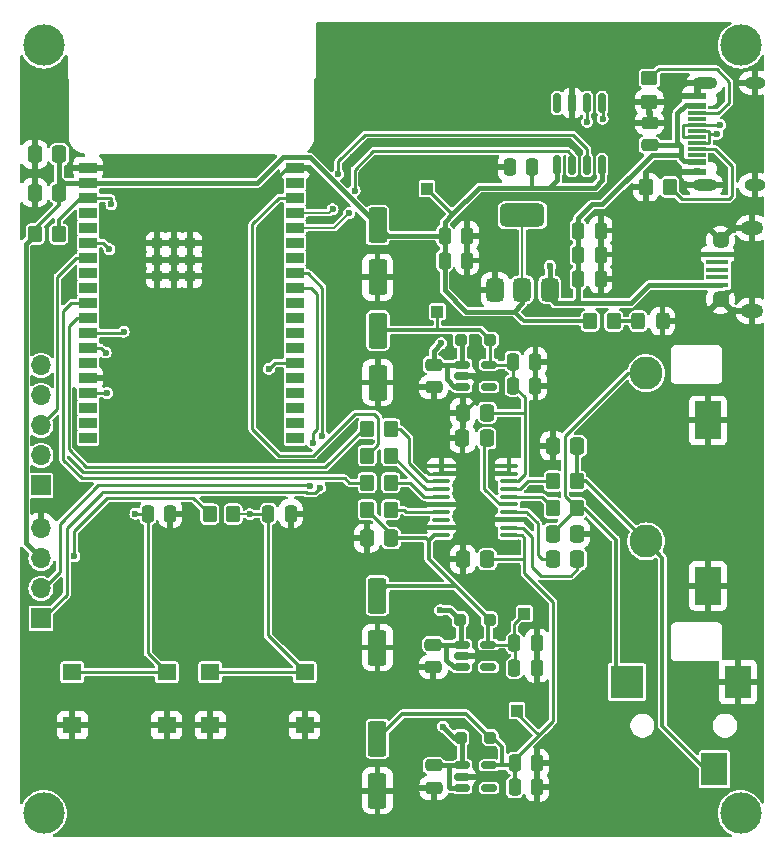
<source format=gbr>
%TF.GenerationSoftware,KiCad,Pcbnew,8.0.0*%
%TF.CreationDate,2024-10-16T16:52:34+02:00*%
%TF.ProjectId,LucaudioESP32_V1_1_0,4c756361-7564-4696-9f45-535033325f56,rev?*%
%TF.SameCoordinates,Original*%
%TF.FileFunction,Copper,L1,Top*%
%TF.FilePolarity,Positive*%
%FSLAX46Y46*%
G04 Gerber Fmt 4.6, Leading zero omitted, Abs format (unit mm)*
G04 Created by KiCad (PCBNEW 8.0.0) date 2024-10-16 16:52:34*
%MOMM*%
%LPD*%
G01*
G04 APERTURE LIST*
G04 Aperture macros list*
%AMRoundRect*
0 Rectangle with rounded corners*
0 $1 Rounding radius*
0 $2 $3 $4 $5 $6 $7 $8 $9 X,Y pos of 4 corners*
0 Add a 4 corners polygon primitive as box body*
4,1,4,$2,$3,$4,$5,$6,$7,$8,$9,$2,$3,0*
0 Add four circle primitives for the rounded corners*
1,1,$1+$1,$2,$3*
1,1,$1+$1,$4,$5*
1,1,$1+$1,$6,$7*
1,1,$1+$1,$8,$9*
0 Add four rect primitives between the rounded corners*
20,1,$1+$1,$2,$3,$4,$5,0*
20,1,$1+$1,$4,$5,$6,$7,0*
20,1,$1+$1,$6,$7,$8,$9,0*
20,1,$1+$1,$8,$9,$2,$3,0*%
G04 Aperture macros list end*
%TA.AperFunction,ComponentPad*%
%ADD10R,1.700000X1.700000*%
%TD*%
%TA.AperFunction,ComponentPad*%
%ADD11O,1.700000X1.700000*%
%TD*%
%TA.AperFunction,SMDPad,CuDef*%
%ADD12RoundRect,0.250000X-0.337500X-0.475000X0.337500X-0.475000X0.337500X0.475000X-0.337500X0.475000X0*%
%TD*%
%TA.AperFunction,SMDPad,CuDef*%
%ADD13R,1.000000X1.000000*%
%TD*%
%TA.AperFunction,SMDPad,CuDef*%
%ADD14R,1.862500X0.400000*%
%TD*%
%TA.AperFunction,ComponentPad*%
%ADD15O,1.900000X1.200000*%
%TD*%
%TA.AperFunction,ComponentPad*%
%ADD16C,1.450000*%
%TD*%
%TA.AperFunction,SMDPad,CuDef*%
%ADD17RoundRect,0.250000X-0.250000X-0.475000X0.250000X-0.475000X0.250000X0.475000X-0.250000X0.475000X0*%
%TD*%
%TA.AperFunction,SMDPad,CuDef*%
%ADD18RoundRect,0.250000X0.337500X0.475000X-0.337500X0.475000X-0.337500X-0.475000X0.337500X-0.475000X0*%
%TD*%
%TA.AperFunction,ComponentPad*%
%ADD19C,2.800000*%
%TD*%
%TA.AperFunction,ComponentPad*%
%ADD20R,2.200000X3.200000*%
%TD*%
%TA.AperFunction,SMDPad,CuDef*%
%ADD21RoundRect,0.250000X-0.475000X0.250000X-0.475000X-0.250000X0.475000X-0.250000X0.475000X0.250000X0*%
%TD*%
%TA.AperFunction,SMDPad,CuDef*%
%ADD22R,1.500000X0.900000*%
%TD*%
%TA.AperFunction,SMDPad,CuDef*%
%ADD23R,0.900000X0.900000*%
%TD*%
%TA.AperFunction,SMDPad,CuDef*%
%ADD24RoundRect,0.250000X-0.250000X-0.250000X0.250000X-0.250000X0.250000X0.250000X-0.250000X0.250000X0*%
%TD*%
%TA.AperFunction,SMDPad,CuDef*%
%ADD25RoundRect,0.250000X0.475000X-0.250000X0.475000X0.250000X-0.475000X0.250000X-0.475000X-0.250000X0*%
%TD*%
%TA.AperFunction,SMDPad,CuDef*%
%ADD26RoundRect,0.150000X-0.512500X-0.150000X0.512500X-0.150000X0.512500X0.150000X-0.512500X0.150000X0*%
%TD*%
%TA.AperFunction,SMDPad,CuDef*%
%ADD27RoundRect,0.250000X-0.350000X-0.450000X0.350000X-0.450000X0.350000X0.450000X-0.350000X0.450000X0*%
%TD*%
%TA.AperFunction,SMDPad,CuDef*%
%ADD28RoundRect,0.250000X-0.450000X0.350000X-0.450000X-0.350000X0.450000X-0.350000X0.450000X0.350000X0*%
%TD*%
%TA.AperFunction,SMDPad,CuDef*%
%ADD29RoundRect,0.375000X0.375000X-0.625000X0.375000X0.625000X-0.375000X0.625000X-0.375000X-0.625000X0*%
%TD*%
%TA.AperFunction,SMDPad,CuDef*%
%ADD30RoundRect,0.500000X1.400000X-0.500000X1.400000X0.500000X-1.400000X0.500000X-1.400000X-0.500000X0*%
%TD*%
%TA.AperFunction,SMDPad,CuDef*%
%ADD31RoundRect,0.250000X-0.550000X1.250000X-0.550000X-1.250000X0.550000X-1.250000X0.550000X1.250000X0*%
%TD*%
%TA.AperFunction,ComponentPad*%
%ADD32C,3.500000*%
%TD*%
%TA.AperFunction,SMDPad,CuDef*%
%ADD33RoundRect,0.250000X0.325000X0.450000X-0.325000X0.450000X-0.325000X-0.450000X0.325000X-0.450000X0*%
%TD*%
%TA.AperFunction,ComponentPad*%
%ADD34O,1.800000X1.000000*%
%TD*%
%TA.AperFunction,ComponentPad*%
%ADD35O,2.100000X1.000000*%
%TD*%
%TA.AperFunction,SMDPad,CuDef*%
%ADD36R,1.240000X0.600000*%
%TD*%
%TA.AperFunction,SMDPad,CuDef*%
%ADD37R,1.495000X0.300000*%
%TD*%
%TA.AperFunction,SMDPad,CuDef*%
%ADD38R,1.495000X0.600000*%
%TD*%
%TA.AperFunction,SMDPad,CuDef*%
%ADD39RoundRect,0.150000X-0.150000X0.675000X-0.150000X-0.675000X0.150000X-0.675000X0.150000X0.675000X0*%
%TD*%
%TA.AperFunction,SMDPad,CuDef*%
%ADD40R,1.600000X1.400000*%
%TD*%
%TA.AperFunction,SMDPad,CuDef*%
%ADD41RoundRect,0.250000X0.350000X0.450000X-0.350000X0.450000X-0.350000X-0.450000X0.350000X-0.450000X0*%
%TD*%
%TA.AperFunction,SMDPad,CuDef*%
%ADD42R,2.800000X2.800000*%
%TD*%
%TA.AperFunction,SMDPad,CuDef*%
%ADD43R,2.200000X2.800000*%
%TD*%
%TA.AperFunction,SMDPad,CuDef*%
%ADD44RoundRect,0.250000X0.250000X0.475000X-0.250000X0.475000X-0.250000X-0.475000X0.250000X-0.475000X0*%
%TD*%
%TA.AperFunction,SMDPad,CuDef*%
%ADD45RoundRect,0.100000X0.637500X0.100000X-0.637500X0.100000X-0.637500X-0.100000X0.637500X-0.100000X0*%
%TD*%
%TA.AperFunction,ViaPad*%
%ADD46C,0.600000*%
%TD*%
%TA.AperFunction,Conductor*%
%ADD47C,0.304800*%
%TD*%
%TA.AperFunction,Conductor*%
%ADD48C,0.254000*%
%TD*%
%TA.AperFunction,Conductor*%
%ADD49C,0.406400*%
%TD*%
%TA.AperFunction,Conductor*%
%ADD50C,0.200000*%
%TD*%
G04 APERTURE END LIST*
D10*
%TO.P,J4,1,Pin_1*%
%TO.N,I2C_SDA*%
X104750000Y-117000000D03*
D11*
%TO.P,J4,2,Pin_2*%
%TO.N,I2C_SCL*%
X104750000Y-114460000D03*
%TO.P,J4,3,Pin_3*%
%TO.N,3V3*%
X104750000Y-111920000D03*
%TO.P,J4,4,Pin_4*%
%TO.N,GND*%
X104750000Y-109380000D03*
%TD*%
D10*
%TO.P,J5,1,Pin_1*%
%TO.N,ROTARY_SW*%
X104750000Y-105746800D03*
D11*
%TO.P,J5,2,Pin_2*%
%TO.N,ROTARY_A*%
X104750000Y-103206800D03*
%TO.P,J5,3,Pin_3*%
%TO.N,ROTARY_B*%
X104750000Y-100666800D03*
%TO.P,J5,4,Pin_4*%
%TO.N,LED_PWR*%
X104750000Y-98126800D03*
%TO.P,J5,5,Pin_5*%
%TO.N,LED_AMP*%
X104750000Y-95586800D03*
%TD*%
D12*
%TO.P,C29,1*%
%TO.N,Net-(J2-IN1)*%
X148079500Y-109838000D03*
%TO.P,C29,2*%
%TO.N,GND*%
X150154500Y-109838000D03*
%TD*%
D13*
%TO.P,TP3,1,1*%
%TO.N,3V3_3*%
X145053000Y-124824000D03*
%TD*%
D14*
%TO.P,J8,1,VBUS*%
%TO.N,+5V*%
X162031250Y-88796800D03*
%TO.P,J8,2,D-*%
%TO.N,unconnected-(J8-D--Pad2)*%
X162031250Y-88146800D03*
%TO.P,J8,3,D+*%
%TO.N,unconnected-(J8-D+-Pad3)*%
X162031250Y-87496800D03*
%TO.P,J8,4,ID*%
%TO.N,unconnected-(J8-ID-Pad4)*%
X162031250Y-86846800D03*
%TO.P,J8,5,GND*%
%TO.N,GND*%
X162031250Y-86196800D03*
D15*
%TO.P,J8,6,Shield*%
X164987500Y-90996800D03*
D16*
X162287500Y-89996800D03*
X162287500Y-84996800D03*
D15*
X164987500Y-83996800D03*
%TD*%
D17*
%TO.P,C15,1*%
%TO.N,3V3*%
X138927800Y-86715600D03*
%TO.P,C15,2*%
%TO.N,GND*%
X140827800Y-86715600D03*
%TD*%
D18*
%TO.P,C7,1*%
%TO.N,3V3_2*%
X134406500Y-110219000D03*
%TO.P,C7,2*%
%TO.N,GND*%
X132331500Y-110219000D03*
%TD*%
D19*
%TO.P,J2,1,IN1*%
%TO.N,Net-(J2-IN1)*%
X156000000Y-96250000D03*
%TO.P,J2,2,IN2*%
%TO.N,Net-(J2-IN2)*%
X156000000Y-110500000D03*
D20*
%TO.P,J2,3,EXT*%
%TO.N,GND*%
X161250000Y-114250000D03*
X161250000Y-100250000D03*
%TD*%
D21*
%TO.P,C10,1*%
%TO.N,+5V*%
X137998200Y-95530500D03*
%TO.P,C10,2*%
%TO.N,GND*%
X137998200Y-97430500D03*
%TD*%
D17*
%TO.P,C28,1*%
%TO.N,+5V*%
X150230800Y-88265000D03*
%TO.P,C28,2*%
%TO.N,GND*%
X152130800Y-88265000D03*
%TD*%
D22*
%TO.P,U1,1,GND*%
%TO.N,GND*%
X108750400Y-78867000D03*
%TO.P,U1,2,3V3*%
%TO.N,3V3*%
X108750400Y-80137000D03*
%TO.P,U1,3,EN/CHIP_PU*%
%TO.N,MCU_RST*%
X108750400Y-81407000D03*
%TO.P,U1,4,SENSOR_VP/GPIO36/ADC1_CH0*%
%TO.N,unconnected-(U1-SENSOR_VP{slash}GPIO36{slash}ADC1_CH0-Pad4)*%
X108750400Y-82677000D03*
%TO.P,U1,5,SENSOR_VN/GPIO39/ADC1_CH3*%
%TO.N,unconnected-(U1-SENSOR_VN{slash}GPIO39{slash}ADC1_CH3-Pad5)*%
X108750400Y-83947000D03*
%TO.P,U1,6,GPIO34/ADC1_CH6*%
%TO.N,ROTARY_A*%
X108750400Y-85217000D03*
%TO.P,U1,7,GPIO35/ADC1_CH7*%
%TO.N,ROTARY_B*%
X108750400Y-86487000D03*
%TO.P,U1,8,32K_XP/GPIO32/ADC1_CH4*%
%TO.N,SPI_RST*%
X108750400Y-87757000D03*
%TO.P,U1,9,32K_XN/GPIO33/ADC1_CH5*%
%TO.N,RGB*%
X108750400Y-89027000D03*
%TO.P,U1,10,DAC_1/ADC2_CH8/GPIO25*%
%TO.N,I2S_WS*%
X108750400Y-90297000D03*
%TO.P,U1,11,DAC_2/ADC2_CH9/GPIO26*%
%TO.N,I2S_CLK*%
X108750400Y-91567000D03*
%TO.P,U1,12,ADC2_CH7/GPIO27*%
%TO.N,ROTARY_SW*%
X108750400Y-92837000D03*
%TO.P,U1,13,MTMS/GPIO14/ADC2_CH6*%
%TO.N,LED_AMP*%
X108750400Y-94107000D03*
%TO.P,U1,14,MTDI/GPIO12/ADC2_CH5*%
%TO.N,unconnected-(U1-MTDI{slash}GPIO12{slash}ADC2_CH5-Pad14)*%
X108750400Y-95377000D03*
%TO.P,U1,15,GND*%
%TO.N,GND*%
X108750400Y-96647000D03*
%TO.P,U1,16,MTCK/GPIO13/ADC2_CH4*%
%TO.N,LED_PWR*%
X108750400Y-97917000D03*
%TO.P,U1,17,NC*%
%TO.N,unconnected-(U1-NC-Pad17)*%
X108750400Y-99187000D03*
%TO.P,U1,18,NC*%
%TO.N,unconnected-(U1-NC-Pad18)*%
X108750400Y-100457000D03*
%TO.P,U1,19,NC*%
%TO.N,unconnected-(U1-NC-Pad19)*%
X108750400Y-101727000D03*
%TO.P,U1,20,NC*%
%TO.N,unconnected-(U1-NC-Pad20)*%
X126250400Y-101727000D03*
%TO.P,U1,21,NC*%
%TO.N,unconnected-(U1-NC-Pad21)*%
X126250400Y-100457000D03*
%TO.P,U1,22,NC*%
%TO.N,unconnected-(U1-NC-Pad22)*%
X126250400Y-99187000D03*
%TO.P,U1,23,MTDO/GPIO15/ADC2_CH3*%
%TO.N,unconnected-(U1-MTDO{slash}GPIO15{slash}ADC2_CH3-Pad23)*%
X126250400Y-97917000D03*
%TO.P,U1,24,ADC2_CH2/GPIO2*%
%TO.N,unconnected-(U1-ADC2_CH2{slash}GPIO2-Pad24)*%
X126250400Y-96647000D03*
%TO.P,U1,25,GPIO0/BOOT/ADC2_CH1*%
%TO.N,GPIO0*%
X126250400Y-95377000D03*
%TO.P,U1,26,ADC2_CH0/GPIO4*%
%TO.N,unconnected-(U1-ADC2_CH0{slash}GPIO4-Pad26)*%
X126250400Y-94107000D03*
%TO.P,U1,27,NC*%
%TO.N,unconnected-(U1-NC-Pad27)*%
X126250400Y-92837000D03*
%TO.P,U1,28,NC*%
%TO.N,unconnected-(U1-NC-Pad28)*%
X126250400Y-91567000D03*
%TO.P,U1,29,GPIO5*%
%TO.N,DAC_MUTE*%
X126250400Y-90297000D03*
%TO.P,U1,30,GPIO18*%
%TO.N,I2C_SCL*%
X126250400Y-89027000D03*
%TO.P,U1,31,GPIO19*%
%TO.N,I2C_SDA*%
X126250400Y-87757000D03*
%TO.P,U1,32,NC*%
%TO.N,unconnected-(U1-NC-Pad32)*%
X126250400Y-86487000D03*
%TO.P,U1,33,GPIO21*%
%TO.N,RL1*%
X126250400Y-85217000D03*
%TO.P,U1,34,U0RXD/GPIO3*%
%TO.N,MCU_RX*%
X126250400Y-83947000D03*
%TO.P,U1,35,U0TXD/GPIO1*%
%TO.N,MCU_TX*%
X126250400Y-82677000D03*
%TO.P,U1,36,GPIO22*%
%TO.N,I2S_DATA*%
X126250400Y-81407000D03*
%TO.P,U1,37,GPIO23*%
%TO.N,SPI_MOSI*%
X126250400Y-80137000D03*
%TO.P,U1,38,GND*%
%TO.N,GND*%
X126250400Y-78867000D03*
D23*
%TO.P,U1,39,GND_THERMAL*%
X114595400Y-85262000D03*
X114600400Y-86662000D03*
X114600400Y-88062000D03*
X116000400Y-85262000D03*
X116000400Y-86662000D03*
X116000400Y-88062000D03*
X117400400Y-85262000D03*
X117400400Y-86662000D03*
X117400400Y-88062000D03*
%TD*%
D24*
%TO.P,D1,1,K*%
%TO.N,+5V*%
X140304200Y-93432500D03*
%TO.P,D1,2,A*%
%TO.N,3V3_1*%
X142804200Y-93432500D03*
%TD*%
D25*
%TO.P,C31,1*%
%TO.N,+5V*%
X156299200Y-76948800D03*
%TO.P,C31,2*%
%TO.N,GND*%
X156299200Y-75048800D03*
%TD*%
D26*
%TO.P,U5,1,IN*%
%TO.N,+5V*%
X140416700Y-129462000D03*
%TO.P,U5,2,GND*%
%TO.N,GND*%
X140416700Y-130412000D03*
%TO.P,U5,3,EN*%
%TO.N,+5V*%
X140416700Y-131362000D03*
%TO.P,U5,4,NC*%
%TO.N,unconnected-(U5-NC-Pad4)*%
X142691700Y-131362000D03*
%TO.P,U5,5,OUT*%
%TO.N,3V3_3*%
X142691700Y-129462000D03*
%TD*%
D27*
%TO.P,R16,1*%
%TO.N,3V3*%
X119034000Y-108187000D03*
%TO.P,R16,2*%
%TO.N,GPIO0*%
X121034000Y-108187000D03*
%TD*%
D28*
%TO.P,R9,1*%
%TO.N,Net-(J3-CC2)*%
X156269500Y-71279700D03*
%TO.P,R9,2*%
%TO.N,GND*%
X156269500Y-73279700D03*
%TD*%
D18*
%TO.P,C2,1*%
%TO.N,3V3*%
X106295100Y-77724000D03*
%TO.P,C2,2*%
%TO.N,GND*%
X104220100Y-77724000D03*
%TD*%
D29*
%TO.P,U6,1,GND*%
%TO.N,GND*%
X143216600Y-89179800D03*
%TO.P,U6,2,VO*%
%TO.N,3V3*%
X145516600Y-89179800D03*
D30*
X145516600Y-82879800D03*
D29*
%TO.P,U6,3,VI*%
%TO.N,+5V*%
X147816600Y-89179800D03*
%TD*%
D17*
%TO.P,C23,1*%
%TO.N,3V3_3*%
X144865000Y-129269000D03*
%TO.P,C23,2*%
%TO.N,GND*%
X146765000Y-129269000D03*
%TD*%
D18*
%TO.P,C26,1*%
%TO.N,Net-(J2-IN2)*%
X150160900Y-102412800D03*
%TO.P,C26,2*%
%TO.N,GND*%
X148085900Y-102412800D03*
%TD*%
D31*
%TO.P,C6,1*%
%TO.N,3V3_1*%
X133273800Y-92643600D03*
%TO.P,C6,2*%
%TO.N,GND*%
X133273800Y-97043600D03*
%TD*%
D17*
%TO.P,C19,1*%
%TO.N,3V3_1*%
X144719000Y-95275400D03*
%TO.P,C19,2*%
%TO.N,GND*%
X146619000Y-95275400D03*
%TD*%
D32*
%TO.P,REF\u002A\u002A,1*%
%TO.N,N/C*%
X105000000Y-133500000D03*
%TD*%
D17*
%TO.P,C4,1*%
%TO.N,GPIO0*%
X124000000Y-108146800D03*
%TO.P,C4,2*%
%TO.N,GND*%
X125900000Y-108146800D03*
%TD*%
D27*
%TO.P,R12,1*%
%TO.N,3V3*%
X104257600Y-84480400D03*
%TO.P,R12,2*%
%TO.N,MCU_RST*%
X106257600Y-84480400D03*
%TD*%
%TO.P,R8,1*%
%TO.N,Net-(U4-OUTR)*%
X148117000Y-105393000D03*
%TO.P,R8,2*%
%TO.N,Net-(J2-IN2)*%
X150117000Y-105393000D03*
%TD*%
D18*
%TO.P,C17,1*%
%TO.N,Net-(U4-VNEG)*%
X142515500Y-101777800D03*
%TO.P,C17,2*%
%TO.N,GND*%
X140440500Y-101777800D03*
%TD*%
%TO.P,C25,1*%
%TO.N,Net-(U4-CAPP)*%
X150154500Y-111997000D03*
%TO.P,C25,2*%
%TO.N,Net-(U4-CAPM)*%
X148079500Y-111997000D03*
%TD*%
D33*
%TO.P,D4,1,K*%
%TO.N,GND*%
X157375000Y-91846800D03*
%TO.P,D4,2,A*%
%TO.N,Net-(D4-A)*%
X155325000Y-91846800D03*
%TD*%
D31*
%TO.P,C9,1*%
%TO.N,3V3*%
X133248400Y-83728200D03*
%TO.P,C9,2*%
%TO.N,GND*%
X133248400Y-88128200D03*
%TD*%
D17*
%TO.P,C3,1*%
%TO.N,MCU_RST*%
X113800000Y-108146800D03*
%TO.P,C3,2*%
%TO.N,GND*%
X115700000Y-108146800D03*
%TD*%
%TO.P,C24,1*%
%TO.N,3V3_3*%
X144865000Y-131301000D03*
%TO.P,C24,2*%
%TO.N,GND*%
X146765000Y-131301000D03*
%TD*%
D32*
%TO.P,REF\u002A\u002A,1*%
%TO.N,N/C*%
X164000000Y-133500000D03*
%TD*%
D17*
%TO.P,C27,1*%
%TO.N,+5V*%
X150230800Y-84175600D03*
%TO.P,C27,2*%
%TO.N,GND*%
X152130800Y-84175600D03*
%TD*%
D34*
%TO.P,J3,S1,SHIELD*%
%TO.N,GND*%
X165189200Y-71676800D03*
D35*
X160989200Y-71676800D03*
D34*
X165189200Y-80316800D03*
D35*
X160989200Y-80316800D03*
D36*
%TO.P,J3,B12,GND*%
X160389200Y-79196800D03*
%TO.P,J3,B9,VBUS*%
%TO.N,+5V*%
X160389200Y-78396800D03*
D37*
%TO.P,J3,B8,SBU2*%
%TO.N,unconnected-(J3-SBU2-PadB8)*%
X160261700Y-77746800D03*
%TO.P,J3,B7,D-*%
%TO.N,Net-(U8-UD-)*%
X160261700Y-76746800D03*
%TO.P,J3,B6,D+*%
%TO.N,Net-(U8-UD+)*%
X160261700Y-75246800D03*
%TO.P,J3,B5,CC2*%
%TO.N,Net-(J3-CC2)*%
X160261700Y-74246800D03*
D36*
%TO.P,J3,B4,VBUS*%
%TO.N,+5V*%
X160389200Y-73596800D03*
%TO.P,J3,B1,GND*%
%TO.N,GND*%
X160389200Y-72796800D03*
D38*
%TO.P,J3,A12,GND*%
X160261700Y-72796800D03*
%TO.P,J3,A9,VBUS*%
%TO.N,+5V*%
X160261700Y-73596800D03*
D37*
%TO.P,J3,A8,SBU1*%
%TO.N,unconnected-(J3-SBU1-PadA8)*%
X160261700Y-74746800D03*
%TO.P,J3,A7,D-*%
%TO.N,Net-(U8-UD-)*%
X160261700Y-75746800D03*
%TO.P,J3,A6,D+*%
%TO.N,Net-(U8-UD+)*%
X160261700Y-76246800D03*
%TO.P,J3,A5,CC1*%
%TO.N,Net-(J3-CC1)*%
X160261700Y-77246800D03*
D38*
%TO.P,J3,A4,VBUS*%
%TO.N,+5V*%
X160261700Y-78396800D03*
%TO.P,J3,A1,GND*%
%TO.N,GND*%
X160261700Y-79196800D03*
%TD*%
D13*
%TO.P,TP4,1,1*%
%TO.N,3V3*%
X137433000Y-80628000D03*
%TD*%
D27*
%TO.P,R2,1*%
%TO.N,3V3_2*%
X132369000Y-107806000D03*
%TO.P,R2,2*%
%TO.N,Net-(U4-XSMT)*%
X134369000Y-107806000D03*
%TD*%
D24*
%TO.P,D3,1,K*%
%TO.N,+5V*%
X140297800Y-127110000D03*
%TO.P,D3,2,A*%
%TO.N,3V3_3*%
X142797800Y-127110000D03*
%TD*%
D39*
%TO.P,U8,1,UD+*%
%TO.N,Net-(U8-UD+)*%
X152273000Y-73371800D03*
%TO.P,U8,2,UD-*%
%TO.N,Net-(U8-UD-)*%
X151003000Y-73371800D03*
%TO.P,U8,3,GND*%
%TO.N,GND*%
X149733000Y-73371800D03*
%TO.P,U8,4,~{RTS}*%
%TO.N,unconnected-(U8-~{RTS}-Pad4)*%
X148463000Y-73371800D03*
%TO.P,U8,5,VCC*%
%TO.N,3V3*%
X148463000Y-78621800D03*
%TO.P,U8,6,TXD*%
%TO.N,MCU_RX*%
X149733000Y-78621800D03*
%TO.P,U8,7,RXD*%
%TO.N,MCU_TX*%
X151003000Y-78621800D03*
%TO.P,U8,8,V3*%
%TO.N,3V3*%
X152273000Y-78621800D03*
%TD*%
D40*
%TO.P,SW1,1,1*%
%TO.N,GND*%
X115398000Y-126058000D03*
X107398000Y-126058000D03*
%TO.P,SW1,2,2*%
%TO.N,MCU_RST*%
X115398000Y-121558000D03*
X107398000Y-121558000D03*
%TD*%
D21*
%TO.P,C11,1*%
%TO.N,+5V*%
X137966400Y-119225800D03*
%TO.P,C11,2*%
%TO.N,GND*%
X137966400Y-121125800D03*
%TD*%
D32*
%TO.P,REF\u002A\u002A,1*%
%TO.N,N/C*%
X105000000Y-68500000D03*
%TD*%
D31*
%TO.P,C5,1*%
%TO.N,3V3_3*%
X133242000Y-127196000D03*
%TO.P,C5,2*%
%TO.N,GND*%
X133242000Y-131596000D03*
%TD*%
D18*
%TO.P,C18,1*%
%TO.N,3V3_3*%
X142540900Y-111997000D03*
%TO.P,C18,2*%
%TO.N,GND*%
X140465900Y-111997000D03*
%TD*%
D17*
%TO.P,C21,1*%
%TO.N,3V3_2*%
X144839600Y-119109000D03*
%TO.P,C21,2*%
%TO.N,GND*%
X146739600Y-119109000D03*
%TD*%
D27*
%TO.P,R1,1*%
%TO.N,I2S_DATA*%
X132369000Y-103234000D03*
%TO.P,R1,2*%
%TO.N,Net-(U4-DIN)*%
X134369000Y-103234000D03*
%TD*%
D31*
%TO.P,C8,1*%
%TO.N,3V3_2*%
X133242000Y-115080200D03*
%TO.P,C8,2*%
%TO.N,GND*%
X133242000Y-119480200D03*
%TD*%
D27*
%TO.P,R7,1*%
%TO.N,Net-(U4-OUTL)*%
X148117000Y-107679000D03*
%TO.P,R7,2*%
%TO.N,Net-(J2-IN1)*%
X150117000Y-107679000D03*
%TD*%
%TO.P,R4,1*%
%TO.N,I2S_WS*%
X132369000Y-105520000D03*
%TO.P,R4,2*%
%TO.N,Net-(U4-LRCK)*%
X134369000Y-105520000D03*
%TD*%
D17*
%TO.P,C14,1*%
%TO.N,3V3*%
X138927800Y-84607400D03*
%TO.P,C14,2*%
%TO.N,GND*%
X140827800Y-84607400D03*
%TD*%
D26*
%TO.P,U3,1,IN*%
%TO.N,+5V*%
X140416700Y-95530500D03*
%TO.P,U3,2,GND*%
%TO.N,GND*%
X140416700Y-96480500D03*
%TO.P,U3,3,EN*%
%TO.N,+5V*%
X140416700Y-97430500D03*
%TO.P,U3,4,NC*%
%TO.N,unconnected-(U3-NC-Pad4)*%
X142691700Y-97430500D03*
%TO.P,U3,5,OUT*%
%TO.N,3V3_1*%
X142691700Y-95530500D03*
%TD*%
D17*
%TO.P,C30,1*%
%TO.N,+5V*%
X150230800Y-86207600D03*
%TO.P,C30,2*%
%TO.N,GND*%
X152130800Y-86207600D03*
%TD*%
D18*
%TO.P,C1,1*%
%TO.N,3V3*%
X106295100Y-80975200D03*
%TO.P,C1,2*%
%TO.N,GND*%
X104220100Y-80975200D03*
%TD*%
D41*
%TO.P,R11,1*%
%TO.N,Net-(J3-CC1)*%
X158000000Y-80500000D03*
%TO.P,R11,2*%
%TO.N,GND*%
X156000000Y-80500000D03*
%TD*%
D40*
%TO.P,SW2,1,1*%
%TO.N,GND*%
X127082000Y-126058000D03*
X119082000Y-126058000D03*
%TO.P,SW2,2,2*%
%TO.N,GPIO0*%
X127082000Y-121558000D03*
X119082000Y-121558000D03*
%TD*%
D21*
%TO.P,C12,1*%
%TO.N,+5V*%
X138017200Y-129462000D03*
%TO.P,C12,2*%
%TO.N,GND*%
X138017200Y-131362000D03*
%TD*%
D27*
%TO.P,R3,1*%
%TO.N,I2S_CLK*%
X132369000Y-100948000D03*
%TO.P,R3,2*%
%TO.N,Net-(U4-BCK)*%
X134369000Y-100948000D03*
%TD*%
D18*
%TO.P,C16,1*%
%TO.N,3V3_1*%
X142540900Y-99593400D03*
%TO.P,C16,2*%
%TO.N,GND*%
X140465900Y-99593400D03*
%TD*%
D13*
%TO.P,TP1,1,1*%
%TO.N,3V3_1*%
X138322000Y-91042000D03*
%TD*%
%TO.P,TP2,1,1*%
%TO.N,3V3_2*%
X145688000Y-116619800D03*
%TD*%
D17*
%TO.P,C20,1*%
%TO.N,3V3_1*%
X144719000Y-97300000D03*
%TO.P,C20,2*%
%TO.N,GND*%
X146619000Y-97300000D03*
%TD*%
%TO.P,C22,1*%
%TO.N,3V3_2*%
X144839600Y-121217200D03*
%TO.P,C22,2*%
%TO.N,GND*%
X146739600Y-121217200D03*
%TD*%
D42*
%TO.P,J9,T*%
%TO.N,Net-(J2-IN1)*%
X154366000Y-122394000D03*
D43*
%TO.P,J9,S*%
%TO.N,GND*%
X163766000Y-122394000D03*
%TO.P,J9,R*%
%TO.N,Net-(J2-IN2)*%
X161766000Y-129794000D03*
%TD*%
D44*
%TO.P,C13,1*%
%TO.N,3V3*%
X146365000Y-78816200D03*
%TO.P,C13,2*%
%TO.N,GND*%
X144465000Y-78816200D03*
%TD*%
D24*
%TO.P,D2,1,K*%
%TO.N,+5V*%
X140247000Y-117127800D03*
%TO.P,D2,2,A*%
%TO.N,3V3_2*%
X142747000Y-117127800D03*
%TD*%
D45*
%TO.P,U4,1,CPVDD*%
%TO.N,3V3_3*%
X144381600Y-109969000D03*
%TO.P,U4,2,CAPP*%
%TO.N,Net-(U4-CAPP)*%
X144381600Y-109319000D03*
%TO.P,U4,3,CPGND*%
%TO.N,GND*%
X144381600Y-108669000D03*
%TO.P,U4,4,CAPM*%
%TO.N,Net-(U4-CAPM)*%
X144381600Y-108019000D03*
%TO.P,U4,5,VNEG*%
%TO.N,Net-(U4-VNEG)*%
X144381600Y-107369000D03*
%TO.P,U4,6,OUTL*%
%TO.N,Net-(U4-OUTL)*%
X144381600Y-106719000D03*
%TO.P,U4,7,OUTR*%
%TO.N,Net-(U4-OUTR)*%
X144381600Y-106069000D03*
%TO.P,U4,8,AVDD*%
%TO.N,3V3_1*%
X144381600Y-105419000D03*
%TO.P,U4,9,AGND*%
%TO.N,GND*%
X144381600Y-104769000D03*
%TO.P,U4,10,DEMP*%
X144381600Y-104119000D03*
%TO.P,U4,11,FLT*%
X138656600Y-104119000D03*
%TO.P,U4,12,SCK*%
X138656600Y-104769000D03*
%TO.P,U4,13,BCK*%
%TO.N,Net-(U4-BCK)*%
X138656600Y-105419000D03*
%TO.P,U4,14,DIN*%
%TO.N,Net-(U4-DIN)*%
X138656600Y-106069000D03*
%TO.P,U4,15,LRCK*%
%TO.N,Net-(U4-LRCK)*%
X138656600Y-106719000D03*
%TO.P,U4,16,FMT*%
%TO.N,GND*%
X138656600Y-107369000D03*
%TO.P,U4,17,XSMT*%
%TO.N,Net-(U4-XSMT)*%
X138656600Y-108019000D03*
%TO.P,U4,18,LDOO*%
%TO.N,unconnected-(U4-LDOO-Pad18)*%
X138656600Y-108669000D03*
%TO.P,U4,19,DGND*%
%TO.N,GND*%
X138656600Y-109319000D03*
%TO.P,U4,20,DVDD*%
%TO.N,3V3_2*%
X138656600Y-109969000D03*
%TD*%
D41*
%TO.P,R15,1*%
%TO.N,Net-(D4-A)*%
X153250000Y-91846800D03*
%TO.P,R15,2*%
%TO.N,3V3*%
X151250000Y-91846800D03*
%TD*%
D32*
%TO.P,REF\u002A\u002A,1*%
%TO.N,N/C*%
X164000000Y-68500000D03*
%TD*%
D26*
%TO.P,U2,1,IN*%
%TO.N,+5V*%
X140359500Y-119225800D03*
%TO.P,U2,2,GND*%
%TO.N,GND*%
X140359500Y-120175800D03*
%TO.P,U2,3,EN*%
%TO.N,+5V*%
X140359500Y-121125800D03*
%TO.P,U2,4,NC*%
%TO.N,unconnected-(U2-NC-Pad4)*%
X142634500Y-121125800D03*
%TO.P,U2,5,OUT*%
%TO.N,3V3_2*%
X142634500Y-119225800D03*
%TD*%
D46*
%TO.N,GND*%
X155092400Y-66954400D03*
X142877000Y-104000000D03*
X160934400Y-121666000D03*
X153035000Y-70764400D03*
X105000000Y-71750000D03*
X107056000Y-88916000D03*
X154000000Y-89500000D03*
X105750000Y-101946800D03*
X136740800Y-115078800D03*
X154120800Y-104631000D03*
X131064000Y-90627200D03*
X112323000Y-96647000D03*
X116450000Y-78850000D03*
X130657600Y-101396800D03*
X147339000Y-117000800D03*
X149750000Y-81546800D03*
X145434000Y-134222000D03*
X136702800Y-126390400D03*
X128778000Y-67310000D03*
X153212800Y-99568000D03*
X136652000Y-66802000D03*
X165608000Y-105460800D03*
X144799000Y-127618000D03*
X154250000Y-78000000D03*
X137058400Y-87274400D03*
X164046200Y-78030800D03*
X158000000Y-72500000D03*
X128727200Y-70612000D03*
X130702000Y-104250000D03*
X158250000Y-78500000D03*
X146558000Y-93395800D03*
X110585200Y-132063000D03*
X123082000Y-119744000D03*
X116986000Y-114918000D03*
X140182600Y-80797400D03*
X105523000Y-96746800D03*
X165250000Y-98000000D03*
X112323000Y-94346800D03*
X142233600Y-120175800D03*
X108858000Y-111743000D03*
X155594000Y-134222000D03*
X104150000Y-93746800D03*
X165608000Y-121412000D03*
X148031200Y-100457000D03*
X128041400Y-80772000D03*
X137058400Y-76700000D03*
X136036000Y-109076000D03*
X146754800Y-122893600D03*
X129535000Y-134255000D03*
X110250000Y-89496800D03*
X107969000Y-115299000D03*
X117597000Y-94504000D03*
X106350000Y-104746800D03*
X124460000Y-88798400D03*
X121640600Y-83464400D03*
X129550000Y-87746800D03*
X123400000Y-100346800D03*
X106350000Y-107546800D03*
X123082000Y-124443000D03*
X140800000Y-89250000D03*
X111750000Y-102746800D03*
X155086000Y-116188000D03*
X144424400Y-102438200D03*
X145542000Y-66954400D03*
X129906800Y-122624800D03*
X146577000Y-107552000D03*
X136493200Y-111870000D03*
X124750000Y-100346800D03*
X104495600Y-75133200D03*
X146558000Y-102920800D03*
X153250000Y-95250000D03*
X129750000Y-99346800D03*
X110763000Y-108441000D03*
X136931400Y-100507800D03*
X128092200Y-83277000D03*
X163250000Y-82496800D03*
X146450000Y-106092000D03*
X105278000Y-86757000D03*
X142386000Y-96503000D03*
X151403000Y-119998000D03*
X141452600Y-108686600D03*
X128750000Y-77546800D03*
X111271000Y-123681000D03*
X111000000Y-78750000D03*
X132650000Y-81000000D03*
X136798000Y-134222000D03*
X131159557Y-77956357D03*
X141250000Y-104000000D03*
X146250000Y-71496800D03*
X105000000Y-120000000D03*
X136442400Y-107348800D03*
X154406600Y-73456800D03*
X141950000Y-91850000D03*
X160832800Y-67106800D03*
X122042000Y-101997000D03*
X162395200Y-72696800D03*
X121767600Y-78892400D03*
X128950000Y-108946800D03*
X154250000Y-81750000D03*
X110150000Y-96663000D03*
X143783000Y-113825800D03*
X128750000Y-73246800D03*
X135401000Y-90280000D03*
X148863000Y-114587800D03*
X114295000Y-101108000D03*
X121177000Y-134222000D03*
X110150000Y-100346800D03*
X118510000Y-110727000D03*
X112323000Y-90746800D03*
X114676000Y-81550000D03*
X117602000Y-90551000D03*
%TO.N,+5V*%
X138550600Y-116315000D03*
X147828000Y-87172800D03*
X138811000Y-126187200D03*
X138633200Y-93700600D03*
%TO.N,3V3*%
X107588000Y-111743000D03*
%TO.N,MCU_TX*%
X129921000Y-79400400D03*
X129438400Y-82372200D03*
%TO.N,MCU_RX*%
X130810000Y-82727800D03*
X131302338Y-80787662D03*
%TO.N,MCU_RST*%
X110718600Y-81965800D03*
X112750000Y-108146800D03*
%TO.N,GPIO0*%
X122447000Y-108187000D03*
X124045600Y-95885000D03*
%TO.N,Net-(U8-UD+)*%
X162255200Y-75234800D03*
X152298400Y-74726800D03*
%TO.N,Net-(U8-UD-)*%
X150990300Y-74968100D03*
X162001200Y-75996800D03*
%TO.N,ROTARY_A*%
X110550000Y-85746800D03*
%TO.N,ROTARY_SW*%
X111750000Y-92746800D03*
%TO.N,I2C_SDA*%
X128577444Y-101574244D03*
X128368100Y-105964900D03*
%TO.N,LED_AMP*%
X110231000Y-94504000D03*
%TO.N,I2C_SCL*%
X127550000Y-105783000D03*
X127750000Y-102146800D03*
%TO.N,LED_PWR*%
X110323000Y-97933000D03*
%TD*%
D47*
%TO.N,Net-(J2-IN2)*%
X157372000Y-111872000D02*
X156000000Y-110500000D01*
X157372000Y-126162000D02*
X157372000Y-111872000D01*
X161766000Y-129794000D02*
X161004000Y-129794000D01*
%TO.N,Net-(J2-IN1)*%
X153435000Y-121463000D02*
X153435000Y-110346000D01*
%TO.N,Net-(J2-IN2)*%
X161004000Y-129794000D02*
X157372000Y-126162000D01*
%TO.N,Net-(J2-IN1)*%
X154366000Y-122394000D02*
X153435000Y-121463000D01*
D48*
%TO.N,GND*%
X126250400Y-78867000D02*
X125603000Y-78867000D01*
X160389200Y-79196800D02*
X158943200Y-79196800D01*
X141630400Y-97031701D02*
X141630400Y-98428900D01*
X143133700Y-104125600D02*
X143002600Y-104125600D01*
X140416700Y-96480500D02*
X141079199Y-96480500D01*
X138656600Y-104769000D02*
X137571000Y-104769000D01*
X126250400Y-78867000D02*
X127152400Y-78867000D01*
X137571000Y-104769000D02*
X137153600Y-104351600D01*
X127152400Y-78867000D02*
X127736600Y-79451200D01*
X141079199Y-96480500D02*
X141630400Y-97031701D01*
X143133700Y-104125600D02*
X143119300Y-104140000D01*
X141630400Y-98428900D02*
X140465900Y-99593400D01*
X125603000Y-78867000D02*
X124841000Y-79629000D01*
X143002600Y-104125600D02*
X142877000Y-104000000D01*
%TO.N,Net-(U4-VNEG)*%
X142250000Y-102043300D02*
X142250000Y-106019000D01*
X143600000Y-107369000D02*
X144381600Y-107369000D01*
X142515500Y-101777800D02*
X142250000Y-102043300D01*
X142250000Y-106019000D02*
X143600000Y-107369000D01*
%TO.N,Net-(U4-CAPM)*%
X145942000Y-108060000D02*
X145942000Y-108057712D01*
X147212000Y-111997000D02*
X146831000Y-111616000D01*
X146831000Y-108949000D02*
X145942000Y-108060000D01*
X145942000Y-108057712D02*
X145879644Y-107995356D01*
X145879644Y-107995356D02*
X144405244Y-107995356D01*
X146831000Y-111616000D02*
X146831000Y-108949000D01*
X144405244Y-107995356D02*
X144381600Y-108019000D01*
X148079500Y-111997000D02*
X147212000Y-111997000D01*
%TO.N,Net-(U4-CAPP)*%
X145550000Y-109319000D02*
X146323000Y-110092000D01*
X149625000Y-113394000D02*
X150154500Y-112864500D01*
X144381600Y-109319000D02*
X145550000Y-109319000D01*
X147085000Y-113394000D02*
X149625000Y-113394000D01*
X146323000Y-112632000D02*
X147085000Y-113394000D01*
X146323000Y-110092000D02*
X146323000Y-112632000D01*
X150154500Y-112864500D02*
X150154500Y-111997000D01*
D47*
%TO.N,Net-(J2-IN2)*%
X150117000Y-105393000D02*
X150893000Y-105393000D01*
X150117000Y-105393000D02*
X150117000Y-102456700D01*
X150893000Y-105393000D02*
X156000000Y-110500000D01*
D48*
X156000000Y-110500000D02*
X155229400Y-110500000D01*
X150117000Y-105393000D02*
X150117000Y-104603600D01*
X150117000Y-104603600D02*
X150160900Y-104559700D01*
D47*
X150117000Y-102456700D02*
X150160900Y-102412800D01*
D48*
%TO.N,Net-(J2-IN1)*%
X148079500Y-109716500D02*
X150117000Y-107679000D01*
X148079500Y-109838000D02*
X148079500Y-109716500D01*
X149123400Y-106685400D02*
X150117000Y-107679000D01*
X154440600Y-96250000D02*
X149123400Y-101567200D01*
X149123400Y-101567200D02*
X149123400Y-106685400D01*
X150768000Y-107679000D02*
X153435000Y-110346000D01*
X156000000Y-96250000D02*
X154440600Y-96250000D01*
X150117000Y-107679000D02*
X150768000Y-107679000D01*
%TO.N,Net-(J3-CC2)*%
X162115200Y-74246800D02*
X163022200Y-73339800D01*
X157038800Y-70510400D02*
X156269500Y-71279700D01*
X163022200Y-73339800D02*
X163022200Y-71582200D01*
X161950400Y-70510400D02*
X157038800Y-70510400D01*
X160389200Y-74246800D02*
X162115200Y-74246800D01*
X163022200Y-71582200D02*
X161950400Y-70510400D01*
%TO.N,I2S_WS*%
X132369000Y-105520000D02*
X130818400Y-105520000D01*
X130454400Y-105156000D02*
X108204000Y-105156000D01*
X130818400Y-105520000D02*
X130454400Y-105156000D01*
X106632400Y-103584400D02*
X106632400Y-90990600D01*
X106632400Y-90990600D02*
X107326000Y-90297000D01*
X108204000Y-105156000D02*
X106632400Y-103584400D01*
X107326000Y-90297000D02*
X108750400Y-90297000D01*
%TO.N,I2S_DATA*%
X124891800Y-81407000D02*
X126250400Y-81407000D01*
X133324600Y-102278400D02*
X133324600Y-100014600D01*
X132369000Y-103234000D02*
X133324600Y-102278400D01*
X124891800Y-103225600D02*
X122650000Y-100983800D01*
X133324600Y-100014600D02*
X132988000Y-99678000D01*
X122650000Y-83648800D02*
X124891800Y-81407000D01*
X132988000Y-99678000D02*
X131360400Y-99678000D01*
X122650000Y-100983800D02*
X122650000Y-83648800D01*
X127812800Y-103225600D02*
X124891800Y-103225600D01*
X131360400Y-99678000D02*
X127812800Y-103225600D01*
%TO.N,Net-(J3-CC1)*%
X161814400Y-77246800D02*
X163250000Y-78682400D01*
X163000000Y-81500000D02*
X159000000Y-81500000D01*
X159000000Y-81500000D02*
X158000000Y-80500000D01*
X163250000Y-78682400D02*
X163250000Y-81250000D01*
X160389200Y-77246800D02*
X161814400Y-77246800D01*
X163250000Y-81250000D02*
X163000000Y-81500000D01*
%TO.N,I2S_CLK*%
X128828800Y-104190800D02*
X108566652Y-104190800D01*
X107797600Y-91567000D02*
X108750400Y-91567000D01*
X107086400Y-92278200D02*
X107797600Y-91567000D01*
X132369000Y-100948000D02*
X132071600Y-100948000D01*
X107086400Y-102710548D02*
X107086400Y-92278200D01*
X108566652Y-104190800D02*
X107086400Y-102710548D01*
X132071600Y-100948000D02*
X128828800Y-104190800D01*
%TO.N,Net-(U4-DIN)*%
X137347000Y-106069000D02*
X138656600Y-106069000D01*
X134512000Y-103234000D02*
X137347000Y-106069000D01*
X134369000Y-103234000D02*
X134512000Y-103234000D01*
%TO.N,Net-(U4-XSMT)*%
X135673600Y-108019000D02*
X135460600Y-107806000D01*
X138656600Y-108019000D02*
X135673600Y-108019000D01*
X134369000Y-107806000D02*
X135460600Y-107806000D01*
%TO.N,Net-(U4-BCK)*%
X135909000Y-103887348D02*
X135909000Y-101710000D01*
X135147000Y-100948000D02*
X134369000Y-100948000D01*
X137440652Y-105419000D02*
X135909000Y-103887348D01*
X135909000Y-101710000D02*
X135147000Y-100948000D01*
X138656600Y-105419000D02*
X137440652Y-105419000D01*
%TO.N,Net-(U4-LRCK)*%
X137191600Y-106719000D02*
X135992600Y-105520000D01*
X138656600Y-106719000D02*
X137191600Y-106719000D01*
X135992600Y-105520000D02*
X134369000Y-105520000D01*
%TO.N,Net-(U4-OUTL)*%
X147157000Y-106719000D02*
X144381600Y-106719000D01*
X148117000Y-107679000D02*
X147157000Y-106719000D01*
%TO.N,Net-(U4-OUTR)*%
X144381600Y-106069000D02*
X145332288Y-106069000D01*
X147676800Y-104952800D02*
X148117000Y-105393000D01*
X146008288Y-105393000D02*
X148117000Y-105393000D01*
X145332288Y-106069000D02*
X146008288Y-105393000D01*
D49*
%TO.N,+5V*%
X150230800Y-84175600D02*
X150230800Y-86207600D01*
X158848000Y-76948800D02*
X156299200Y-76948800D01*
X139033200Y-119225800D02*
X139084000Y-119276600D01*
X140416700Y-127228900D02*
X140297800Y-127110000D01*
X151384000Y-81965800D02*
X150230800Y-83119000D01*
X158950000Y-77050800D02*
X158912000Y-77012800D01*
X139338000Y-129462000D02*
X139338000Y-131301000D01*
X147828000Y-87172800D02*
X147828000Y-89168400D01*
X159362800Y-73515800D02*
X160389200Y-73515800D01*
X140308700Y-117240300D02*
X140196200Y-117127800D01*
X140297800Y-127110000D02*
X139733800Y-127110000D01*
X139084000Y-120506000D02*
X139703800Y-121125800D01*
X139703800Y-121125800D02*
X140359500Y-121125800D01*
X156485000Y-77765000D02*
X152284200Y-81965800D01*
X137998200Y-95530500D02*
X139293600Y-95530500D01*
X150230800Y-86207600D02*
X150230800Y-88265000D01*
X139754201Y-97430500D02*
X140416700Y-97430500D01*
X139338000Y-131301000D02*
X139399000Y-131362000D01*
X158912000Y-77765000D02*
X158950000Y-77727000D01*
X140416700Y-129462000D02*
X139338000Y-129462000D01*
X138550600Y-116315000D02*
X139383400Y-116315000D01*
X148285200Y-90322400D02*
X147816600Y-89853800D01*
X139399000Y-131362000D02*
X140416700Y-131362000D01*
X140416700Y-129462000D02*
X140416700Y-127228900D01*
X154674400Y-90322400D02*
X156200000Y-88796800D01*
X139293600Y-95530500D02*
X140416700Y-95530500D01*
X149860000Y-90322400D02*
X154674400Y-90322400D01*
X149860000Y-90322400D02*
X148285200Y-90322400D01*
X139383400Y-116315000D02*
X140196200Y-117127800D01*
X159219000Y-78315800D02*
X158912000Y-78008800D01*
X139090400Y-95530500D02*
X139090400Y-96766699D01*
X138017200Y-129462000D02*
X140416700Y-129462000D01*
X158950000Y-77727000D02*
X158950000Y-77050800D01*
X158912000Y-77765000D02*
X156485000Y-77765000D01*
X158619800Y-76720600D02*
X158619800Y-74258800D01*
X150230800Y-89951600D02*
X149860000Y-90322400D01*
X152284200Y-81965800D02*
X151384000Y-81965800D01*
X139033200Y-119225800D02*
X140308700Y-119225800D01*
X158619800Y-74258800D02*
X159362800Y-73515800D01*
X158912000Y-77012800D02*
X158619800Y-76720600D01*
X139733800Y-127110000D02*
X138811000Y-126187200D01*
X137998200Y-94335600D02*
X138633200Y-93700600D01*
X139084000Y-119276600D02*
X139084000Y-120506000D01*
X156200000Y-88796800D02*
X162287500Y-88796800D01*
X147816600Y-89853800D02*
X147816600Y-89179800D01*
X139090400Y-96766699D02*
X139754201Y-97430500D01*
X140416700Y-95530500D02*
X140416700Y-93545000D01*
X147828000Y-89168400D02*
X147816600Y-89179800D01*
X158912000Y-77012800D02*
X158848000Y-76948800D01*
X158912000Y-78008800D02*
X158912000Y-77765000D01*
X150230800Y-88265000D02*
X150230800Y-89951600D01*
X137890200Y-119225800D02*
X139033200Y-119225800D01*
X150230800Y-83119000D02*
X150230800Y-84175600D01*
X137998200Y-95530500D02*
X137998200Y-94335600D01*
X140308700Y-119225800D02*
X140308700Y-117240300D01*
X160389200Y-78315800D02*
X159219000Y-78315800D01*
%TO.N,3V3*%
X108750400Y-80137000D02*
X106676100Y-80137000D01*
D50*
X145516600Y-82879800D02*
X145516600Y-89179800D01*
D47*
X104257600Y-84058000D02*
X106295100Y-82020500D01*
D49*
X138927800Y-83449200D02*
X139591000Y-82786000D01*
X106295100Y-80975200D02*
X106295100Y-77724000D01*
X103446800Y-110616800D02*
X103446800Y-85291200D01*
X133248400Y-83728200D02*
X127498200Y-77978000D01*
X146304000Y-80543400D02*
X147624800Y-80543400D01*
X133248400Y-83728200D02*
X134127600Y-84607400D01*
D47*
X146365000Y-80482400D02*
X146304000Y-80543400D01*
D49*
X104750000Y-111920000D02*
X103446800Y-110616800D01*
X152273000Y-79933800D02*
X152273000Y-78621800D01*
X103446800Y-85291200D02*
X104257600Y-84480400D01*
X127498200Y-77978000D02*
X125234600Y-77978000D01*
D47*
X106295100Y-82020500D02*
X106295100Y-80975200D01*
X146365000Y-78816200D02*
X146365000Y-80482400D01*
D49*
X138927800Y-89245400D02*
X140716000Y-91033600D01*
D47*
X151250000Y-91846800D02*
X145644000Y-91846800D01*
D49*
X138927800Y-86715600D02*
X138927800Y-89245400D01*
X147624800Y-80543400D02*
X151663400Y-80543400D01*
X119950000Y-80137000D02*
X108750400Y-80137000D01*
X106295100Y-79756000D02*
X106295100Y-80975200D01*
X145516600Y-90347800D02*
X145516600Y-89179800D01*
D48*
X110371200Y-106800800D02*
X117647800Y-106800800D01*
D49*
X134127600Y-84607400D02*
X138927800Y-84607400D01*
X140716000Y-91033600D02*
X144830800Y-91033600D01*
X148463000Y-79883000D02*
X148463000Y-78621800D01*
X147624800Y-80543400D02*
X147802600Y-80543400D01*
X123075600Y-80137000D02*
X119950000Y-80137000D01*
D48*
X137433000Y-80628000D02*
X139591000Y-82786000D01*
D49*
X151663400Y-80543400D02*
X152273000Y-79933800D01*
D48*
X107588000Y-109584000D02*
X110371200Y-106800800D01*
D49*
X108674200Y-80213200D02*
X108750400Y-80137000D01*
D48*
X107588000Y-111743000D02*
X107588000Y-109584000D01*
D49*
X147802600Y-80543400D02*
X148463000Y-79883000D01*
X138927800Y-84607400D02*
X138927800Y-86715600D01*
X138927800Y-84607400D02*
X138927800Y-83449200D01*
X106676100Y-80137000D02*
X106295100Y-79756000D01*
D48*
X104750000Y-111420000D02*
X104750000Y-111920000D01*
D49*
X144830800Y-91033600D02*
X145516600Y-90347800D01*
D47*
X145644000Y-91846800D02*
X144830800Y-91033600D01*
D49*
X141833600Y-80543400D02*
X146304000Y-80543400D01*
X139591000Y-82786000D02*
X141833600Y-80543400D01*
D47*
X104257600Y-84480400D02*
X104257600Y-84058000D01*
D49*
X125234600Y-77978000D02*
X123075600Y-80137000D01*
D48*
X117647800Y-106800800D02*
X119034000Y-108187000D01*
%TO.N,MCU_TX*%
X129921000Y-78308200D02*
X132181600Y-76047600D01*
D50*
X129133600Y-82677000D02*
X126250400Y-82677000D01*
D48*
X129921000Y-79400400D02*
X129921000Y-78308200D01*
X132181600Y-76047600D02*
X149783800Y-76047600D01*
X151003000Y-77266800D02*
X151003000Y-78621800D01*
D50*
X129438400Y-82372200D02*
X129133600Y-82677000D01*
D48*
X149783800Y-76047600D02*
X151003000Y-77266800D01*
%TO.N,MCU_RX*%
X131302338Y-79029062D02*
X132887000Y-77444400D01*
X149733000Y-77825600D02*
X149733000Y-78621800D01*
X131302338Y-80787662D02*
X131302338Y-79029062D01*
X149351800Y-77444400D02*
X149733000Y-77825600D01*
D50*
X130810000Y-82727800D02*
X129590800Y-83947000D01*
X129590800Y-83947000D02*
X126250400Y-83947000D01*
D48*
X132887000Y-77444400D02*
X149351800Y-77444400D01*
%TO.N,MCU_RST*%
X112750000Y-108146800D02*
X113800000Y-108146800D01*
X113800000Y-108146800D02*
X113800000Y-119960000D01*
X110718600Y-81457800D02*
X110667800Y-81407000D01*
D47*
X106257600Y-84480400D02*
X106257600Y-83265000D01*
X106257600Y-83265000D02*
X108115600Y-81407000D01*
D48*
X111616000Y-121558000D02*
X107398000Y-121558000D01*
X113800000Y-119960000D02*
X115398000Y-121558000D01*
X111616000Y-121558000D02*
X115398000Y-121558000D01*
D50*
X115398000Y-121558000D02*
X115398000Y-120972000D01*
D47*
X108115600Y-81407000D02*
X108750400Y-81407000D01*
D48*
X108750400Y-81407000D02*
X110667800Y-81407000D01*
X110718600Y-81965800D02*
X110718600Y-81457800D01*
D50*
%TO.N,GPIO0*%
X122447000Y-108187000D02*
X121034000Y-108187000D01*
D48*
X123971000Y-118447000D02*
X123971000Y-108175800D01*
X122447000Y-108187000D02*
X122487200Y-108146800D01*
X124045600Y-95885000D02*
X124553600Y-95377000D01*
X123971000Y-108175800D02*
X124000000Y-108146800D01*
X124553600Y-95377000D02*
X126250400Y-95377000D01*
X127082000Y-121558000D02*
X123971000Y-118447000D01*
X119082000Y-121558000D02*
X127082000Y-121558000D01*
X122487200Y-108146800D02*
X124000000Y-108146800D01*
%TO.N,3V3_1*%
X144719000Y-95275400D02*
X144719000Y-97300000D01*
X142804200Y-95418000D02*
X142691700Y-95530500D01*
X145745200Y-99618800D02*
X145719800Y-99593400D01*
X138322000Y-91042000D02*
X138322000Y-92580100D01*
X144463900Y-95530500D02*
X144719000Y-95275400D01*
X145719800Y-99593400D02*
X145719800Y-98300800D01*
X142804200Y-93432500D02*
X142804200Y-95418000D01*
X145719800Y-98300800D02*
X144719000Y-97300000D01*
D47*
X133337300Y-92580100D02*
X138322000Y-92580100D01*
X141951800Y-92580100D02*
X142804200Y-93432500D01*
X138322000Y-92580100D02*
X141951800Y-92580100D01*
D48*
X145745200Y-104792899D02*
X145745200Y-99618800D01*
X145119099Y-105419000D02*
X145745200Y-104792899D01*
D47*
X133273800Y-92643600D02*
X133337300Y-92580100D01*
D48*
X144381600Y-105419000D02*
X145119099Y-105419000D01*
X142540900Y-99593400D02*
X145719800Y-99593400D01*
X142691700Y-95530500D02*
X144463900Y-95530500D01*
D47*
%TO.N,3V3_2*%
X137577400Y-110455600D02*
X137340800Y-110219000D01*
X142634500Y-117240300D02*
X142747000Y-117127800D01*
X133242000Y-115080200D02*
X134042000Y-114280200D01*
X138064000Y-109969000D02*
X138656600Y-109969000D01*
X142634500Y-119225800D02*
X142634500Y-117240300D01*
X134406500Y-109843500D02*
X134406500Y-110219000D01*
D48*
X144839600Y-121217200D02*
X144865000Y-121191800D01*
D47*
X137577400Y-110455600D02*
X138064000Y-109969000D01*
X132369000Y-107806000D02*
X134406500Y-109843500D01*
D48*
X144839600Y-119109000D02*
X144839600Y-117468200D01*
D47*
X137577400Y-111958200D02*
X137577400Y-110455600D01*
X138576000Y-114280200D02*
X139899400Y-114280200D01*
X137340800Y-110219000D02*
X134406500Y-110219000D01*
D48*
X144865000Y-119109000D02*
X144748200Y-119225800D01*
D47*
X134406500Y-110219000D02*
X134443600Y-110219000D01*
D48*
X144839600Y-117468200D02*
X145688000Y-116619800D01*
D47*
X139899400Y-114280200D02*
X137577400Y-111958200D01*
X134042000Y-114280200D02*
X138576000Y-114280200D01*
D48*
X142583700Y-117240300D02*
X142696200Y-117127800D01*
D47*
X139899400Y-114280200D02*
X142747000Y-117127800D01*
D48*
X144865000Y-121191800D02*
X144865000Y-119109000D01*
X144748200Y-119225800D02*
X142583700Y-119225800D01*
D47*
%TO.N,3V3_3*%
X144672000Y-129462000D02*
X144865000Y-129269000D01*
X143783000Y-127872000D02*
X143021000Y-127110000D01*
D48*
X145053000Y-125078000D02*
X146894500Y-126919500D01*
D47*
X143783000Y-129462000D02*
X143783000Y-127872000D01*
D48*
X147200000Y-126623000D02*
X147191000Y-126623000D01*
D47*
X144865000Y-131301000D02*
X144865000Y-129269000D01*
X135360000Y-125078000D02*
X140765800Y-125078000D01*
X143783000Y-129462000D02*
X144672000Y-129462000D01*
D48*
X147191000Y-126623000D02*
X148107400Y-125706600D01*
X145688000Y-113190800D02*
X145688000Y-111997000D01*
X145438000Y-109969000D02*
X145688000Y-110219000D01*
D47*
X143021000Y-127110000D02*
X142797800Y-127110000D01*
D48*
X142540900Y-111997000D02*
X145688000Y-111997000D01*
X144381600Y-109969000D02*
X145438000Y-109969000D01*
X145053000Y-124824000D02*
X145053000Y-125078000D01*
X148107400Y-125706600D02*
X148107400Y-115610200D01*
X146894500Y-126919500D02*
X144865000Y-128949000D01*
X145688000Y-110219000D02*
X145688000Y-111997000D01*
X148107400Y-115610200D02*
X145688000Y-113190800D01*
X147191000Y-126623000D02*
X146894500Y-126919500D01*
X144865000Y-128949000D02*
X144865000Y-129269000D01*
D47*
X140765800Y-125078000D02*
X142797800Y-127110000D01*
X133242000Y-127196000D02*
X135360000Y-125078000D01*
X142691700Y-129462000D02*
X143783000Y-129462000D01*
D48*
%TO.N,Net-(U8-UD+)*%
X152298400Y-73397200D02*
X152273000Y-73371800D01*
X159150000Y-75246800D02*
X159150000Y-76246800D01*
X152298400Y-74726800D02*
X152298400Y-73397200D01*
X162243200Y-75246800D02*
X159150000Y-75246800D01*
X159150000Y-76246800D02*
X160389200Y-76246800D01*
X162255200Y-75234800D02*
X162243200Y-75246800D01*
%TO.N,Net-(U8-UD-)*%
X161336200Y-76723800D02*
X161336200Y-76250800D01*
X161336200Y-75996800D02*
X162001200Y-75996800D01*
X161336200Y-75769800D02*
X161313200Y-75746800D01*
X150990300Y-74968100D02*
X150990300Y-73384500D01*
X161336200Y-76250800D02*
X161336200Y-75769800D01*
X161313200Y-75746800D02*
X160389200Y-75746800D01*
X161336200Y-76250800D02*
X161336200Y-75996800D01*
X150990300Y-73384500D02*
X151003000Y-73371800D01*
X160389200Y-76746800D02*
X161313200Y-76746800D01*
X161313200Y-76746800D02*
X161336200Y-76723800D01*
%TO.N,ROTARY_A*%
X110020200Y-85217000D02*
X108750400Y-85217000D01*
X110550000Y-85746800D02*
X110020200Y-85217000D01*
%TO.N,ROTARY_B*%
X107746400Y-86487000D02*
X108750400Y-86487000D01*
X106150000Y-99266800D02*
X106150000Y-88083400D01*
X104750000Y-100666800D02*
X106150000Y-99266800D01*
X106150000Y-88083400D02*
X107746400Y-86487000D01*
%TO.N,ROTARY_SW*%
X111659800Y-92837000D02*
X108750400Y-92837000D01*
X111750000Y-92746800D02*
X111659800Y-92837000D01*
%TO.N,I2C_SDA*%
X128577444Y-89001620D02*
X127332824Y-87757000D01*
X106923000Y-115025000D02*
X104948000Y-117000000D01*
X128368100Y-105964900D02*
X127923000Y-106410000D01*
X104948000Y-117000000D02*
X104750000Y-117000000D01*
X127332824Y-87757000D02*
X126250400Y-87757000D01*
X127290288Y-106410000D02*
X127227088Y-106346800D01*
X109898000Y-106367000D02*
X106923000Y-109342000D01*
X127923000Y-106410000D02*
X127290288Y-106410000D01*
X106923000Y-109342000D02*
X106923000Y-115025000D01*
X128577444Y-101574244D02*
X128577444Y-89001620D01*
X109898000Y-106346800D02*
X109898000Y-106367000D01*
X127227088Y-106346800D02*
X109898000Y-106346800D01*
%TO.N,LED_AMP*%
X109834000Y-94107000D02*
X108750400Y-94107000D01*
X110231000Y-94504000D02*
X109834000Y-94107000D01*
%TO.N,I2C_SCL*%
X109597200Y-105746800D02*
X106342000Y-109002000D01*
X106342000Y-109002000D02*
X106342000Y-113094000D01*
X128123444Y-100957444D02*
X128123444Y-89520244D01*
X127750000Y-102146800D02*
X127750000Y-101330888D01*
X127630200Y-89027000D02*
X126250400Y-89027000D01*
X127513800Y-105746800D02*
X109597200Y-105746800D01*
X106342000Y-113094000D02*
X104976000Y-114460000D01*
X127550000Y-105783000D02*
X127513800Y-105746800D01*
X128123444Y-89520244D02*
X127630200Y-89027000D01*
X127750000Y-101330888D02*
X128123444Y-100957444D01*
X104976000Y-114460000D02*
X104750000Y-114460000D01*
D47*
%TO.N,Net-(D4-A)*%
X153250000Y-91846800D02*
X155325000Y-91846800D01*
D48*
%TO.N,LED_PWR*%
X110323000Y-97933000D02*
X110307000Y-97917000D01*
X110307000Y-97917000D02*
X108750400Y-97917000D01*
%TD*%
%TA.AperFunction,Conductor*%
%TO.N,GND*%
G36*
X147035951Y-107069702D02*
G01*
X147056925Y-107086605D01*
X147276395Y-107306075D01*
X147310421Y-107368387D01*
X147313300Y-107395170D01*
X147313300Y-108183644D01*
X147313301Y-108183659D01*
X147316174Y-108214302D01*
X147316175Y-108214305D01*
X147361343Y-108343389D01*
X147361346Y-108343396D01*
X147442561Y-108453438D01*
X147552603Y-108534653D01*
X147552610Y-108534656D01*
X147681693Y-108579824D01*
X147681699Y-108579826D01*
X147712347Y-108582700D01*
X148441429Y-108582699D01*
X148509550Y-108602701D01*
X148556043Y-108656357D01*
X148566147Y-108726630D01*
X148536654Y-108791211D01*
X148530524Y-108797794D01*
X148455923Y-108872395D01*
X148393611Y-108906421D01*
X148366828Y-108909300D01*
X147687355Y-108909300D01*
X147687340Y-108909301D01*
X147656697Y-108912174D01*
X147656694Y-108912175D01*
X147527610Y-108957343D01*
X147527603Y-108957346D01*
X147417563Y-109038560D01*
X147389080Y-109077153D01*
X147332534Y-109120085D01*
X147261754Y-109125631D01*
X147199213Y-109092029D01*
X147164765Y-109029950D01*
X147161701Y-109002331D01*
X147161701Y-108905464D01*
X147156517Y-108886117D01*
X147144090Y-108839737D01*
X147139164Y-108821354D01*
X147126226Y-108798945D01*
X147095627Y-108745946D01*
X147095625Y-108745943D01*
X147029666Y-108679984D01*
X147029643Y-108679963D01*
X146220017Y-107870337D01*
X146209147Y-107857943D01*
X146206621Y-107854651D01*
X146082698Y-107730728D01*
X146007294Y-107687194D01*
X146007292Y-107687193D01*
X146007290Y-107687192D01*
X145923182Y-107664656D01*
X145923181Y-107664656D01*
X145446825Y-107664656D01*
X145378704Y-107644654D01*
X145332211Y-107590998D01*
X145321664Y-107524137D01*
X145322247Y-107519108D01*
X145322800Y-107514345D01*
X145322799Y-107223656D01*
X145320456Y-107203455D01*
X145318921Y-107190214D01*
X145330943Y-107120243D01*
X145378885Y-107067879D01*
X145444082Y-107049700D01*
X146967830Y-107049700D01*
X147035951Y-107069702D01*
G37*
%TD.AperFunction*%
%TA.AperFunction,Conductor*%
G36*
X147255422Y-105743702D02*
G01*
X147301915Y-105797358D01*
X147313301Y-105849700D01*
X147313301Y-105897659D01*
X147316174Y-105928302D01*
X147316175Y-105928305D01*
X147361343Y-106057389D01*
X147361346Y-106057396D01*
X147442561Y-106167438D01*
X147552603Y-106248653D01*
X147552610Y-106248656D01*
X147652549Y-106283626D01*
X147681699Y-106293826D01*
X147712347Y-106296700D01*
X148521652Y-106296699D01*
X148552301Y-106293826D01*
X148614519Y-106272055D01*
X148625085Y-106268358D01*
X148695989Y-106264738D01*
X148757594Y-106300027D01*
X148790341Y-106363021D01*
X148792700Y-106387287D01*
X148792700Y-106684712D01*
X148772698Y-106752833D01*
X148719042Y-106799326D01*
X148648768Y-106809430D01*
X148625086Y-106803642D01*
X148552301Y-106778174D01*
X148521655Y-106775300D01*
X147733170Y-106775300D01*
X147665049Y-106755298D01*
X147644075Y-106738395D01*
X147428814Y-106523134D01*
X147428802Y-106523120D01*
X147360054Y-106454372D01*
X147284650Y-106410838D01*
X147284648Y-106410837D01*
X147284646Y-106410836D01*
X147200538Y-106388300D01*
X147200537Y-106388300D01*
X145784858Y-106388300D01*
X145716737Y-106368298D01*
X145670244Y-106314642D01*
X145660140Y-106244368D01*
X145689634Y-106179788D01*
X145695763Y-106173204D01*
X145892268Y-105976700D01*
X146108364Y-105760604D01*
X146170676Y-105726579D01*
X146197459Y-105723700D01*
X147187301Y-105723700D01*
X147255422Y-105743702D01*
G37*
%TD.AperFunction*%
%TA.AperFunction,Conductor*%
G36*
X145356621Y-99944102D02*
G01*
X145403114Y-99997758D01*
X145414500Y-100050100D01*
X145414500Y-103344772D01*
X145394498Y-103412893D01*
X145340842Y-103459386D01*
X145270568Y-103469490D01*
X145240284Y-103461182D01*
X145175729Y-103434443D01*
X145058425Y-103419000D01*
X144581600Y-103419000D01*
X144581600Y-104843000D01*
X144561598Y-104911121D01*
X144507942Y-104957614D01*
X144455600Y-104969000D01*
X143152089Y-104969000D01*
X143159543Y-105025629D01*
X143159545Y-105025633D01*
X143219999Y-105171588D01*
X143316174Y-105296925D01*
X143391104Y-105354421D01*
X143432971Y-105411759D01*
X143440400Y-105454382D01*
X143440400Y-105564339D01*
X143440401Y-105564345D01*
X143443346Y-105589736D01*
X143443347Y-105589740D01*
X143488987Y-105693106D01*
X143498205Y-105763502D01*
X143488987Y-105794893D01*
X143443346Y-105898261D01*
X143443345Y-105898263D01*
X143440400Y-105923650D01*
X143440400Y-106214340D01*
X143440401Y-106214344D01*
X143443346Y-106239736D01*
X143443347Y-106239740D01*
X143488987Y-106343106D01*
X143498205Y-106413502D01*
X143488987Y-106444894D01*
X143457483Y-106516243D01*
X143411669Y-106570481D01*
X143343806Y-106591339D01*
X143275439Y-106572197D01*
X143253124Y-106554444D01*
X142617605Y-105918925D01*
X142583579Y-105856613D01*
X142580700Y-105829830D01*
X142580700Y-104569000D01*
X143152088Y-104569000D01*
X144181600Y-104569000D01*
X144181600Y-104319000D01*
X143152089Y-104319000D01*
X143159543Y-104375629D01*
X143159544Y-104375630D01*
X143167892Y-104395786D01*
X143175478Y-104466377D01*
X143167892Y-104492214D01*
X143159543Y-104512370D01*
X143152088Y-104568999D01*
X143152088Y-104569000D01*
X142580700Y-104569000D01*
X142580700Y-103919000D01*
X143152088Y-103919000D01*
X144181600Y-103919000D01*
X144181600Y-103419000D01*
X143704778Y-103419000D01*
X143704769Y-103419001D01*
X143587470Y-103434444D01*
X143587466Y-103434445D01*
X143441511Y-103494899D01*
X143316174Y-103591074D01*
X143219999Y-103716411D01*
X143159544Y-103862367D01*
X143159543Y-103862370D01*
X143152088Y-103918999D01*
X143152088Y-103919000D01*
X142580700Y-103919000D01*
X142580700Y-102832499D01*
X142600702Y-102764378D01*
X142654358Y-102717885D01*
X142706700Y-102706499D01*
X142907645Y-102706499D01*
X142907652Y-102706499D01*
X142938301Y-102703626D01*
X143067395Y-102658454D01*
X143177438Y-102577238D01*
X143258654Y-102467195D01*
X143303826Y-102338101D01*
X143306700Y-102307453D01*
X143306699Y-101248148D01*
X143303826Y-101217499D01*
X143272451Y-101127834D01*
X143258656Y-101088410D01*
X143258653Y-101088403D01*
X143177438Y-100978361D01*
X143067396Y-100897146D01*
X143067389Y-100897143D01*
X142938306Y-100851975D01*
X142938301Y-100851974D01*
X142937832Y-100851930D01*
X142907653Y-100849100D01*
X142907652Y-100849100D01*
X142123355Y-100849100D01*
X142123340Y-100849101D01*
X142092697Y-100851974D01*
X142092694Y-100851975D01*
X141963610Y-100897143D01*
X141963603Y-100897146D01*
X141853561Y-100978361D01*
X141772346Y-101088403D01*
X141772344Y-101088408D01*
X141753132Y-101143313D01*
X141711753Y-101201004D01*
X141645753Y-101227167D01*
X141576085Y-101213493D01*
X141524870Y-101164325D01*
X141514599Y-101141330D01*
X141462359Y-100983681D01*
X141370316Y-100834455D01*
X141370311Y-100834449D01*
X141323257Y-100787395D01*
X141289231Y-100725083D01*
X141294296Y-100654268D01*
X141323257Y-100609205D01*
X141395711Y-100536750D01*
X141395716Y-100536744D01*
X141487757Y-100387522D01*
X141539998Y-100229868D01*
X141580412Y-100171497D01*
X141645968Y-100144241D01*
X141715854Y-100156754D01*
X141767880Y-100205064D01*
X141778532Y-100227886D01*
X141797743Y-100282789D01*
X141797746Y-100282796D01*
X141878961Y-100392838D01*
X141989003Y-100474053D01*
X141989010Y-100474056D01*
X142063154Y-100500000D01*
X142118099Y-100519226D01*
X142148747Y-100522100D01*
X142933052Y-100522099D01*
X142963701Y-100519226D01*
X143092795Y-100474054D01*
X143202838Y-100392838D01*
X143284054Y-100282795D01*
X143329226Y-100153701D01*
X143332100Y-100123053D01*
X143332100Y-100050100D01*
X143352102Y-99981979D01*
X143405758Y-99935486D01*
X143458100Y-99924100D01*
X145288500Y-99924100D01*
X145356621Y-99944102D01*
G37*
%TD.AperFunction*%
%TA.AperFunction,Conductor*%
G36*
X131506203Y-82565518D02*
G01*
X131527178Y-82582422D01*
X132207795Y-83263039D01*
X132241821Y-83325351D01*
X132244700Y-83352134D01*
X132244700Y-85032844D01*
X132244701Y-85032859D01*
X132247574Y-85063502D01*
X132247575Y-85063505D01*
X132292743Y-85192589D01*
X132292746Y-85192596D01*
X132373961Y-85302638D01*
X132484003Y-85383853D01*
X132484010Y-85383856D01*
X132613093Y-85429024D01*
X132613099Y-85429026D01*
X132643747Y-85431900D01*
X133853052Y-85431899D01*
X133883701Y-85429026D01*
X134012795Y-85383854D01*
X134122838Y-85302638D01*
X134204054Y-85192595D01*
X134223489Y-85137053D01*
X134236915Y-85098685D01*
X134278293Y-85040993D01*
X134344293Y-85014831D01*
X134355844Y-85014300D01*
X138098115Y-85014300D01*
X138166236Y-85034302D01*
X138212729Y-85087958D01*
X138223977Y-85134413D01*
X138224099Y-85137040D01*
X138226974Y-85167702D01*
X138226975Y-85167705D01*
X138272143Y-85296789D01*
X138272146Y-85296796D01*
X138353361Y-85406838D01*
X138403461Y-85443813D01*
X138463405Y-85488054D01*
X138463406Y-85488054D01*
X138469721Y-85492715D01*
X138512653Y-85549259D01*
X138520900Y-85594094D01*
X138520900Y-85728904D01*
X138500898Y-85797025D01*
X138469722Y-85830283D01*
X138353360Y-85916163D01*
X138272146Y-86026203D01*
X138272143Y-86026210D01*
X138226975Y-86155293D01*
X138226974Y-86155298D01*
X138224100Y-86185944D01*
X138224100Y-87245244D01*
X138224101Y-87245259D01*
X138226974Y-87275902D01*
X138226975Y-87275905D01*
X138272143Y-87404989D01*
X138272146Y-87404996D01*
X138353361Y-87515038D01*
X138406081Y-87553947D01*
X138463405Y-87596254D01*
X138463406Y-87596254D01*
X138469721Y-87600915D01*
X138512653Y-87657459D01*
X138520900Y-87702294D01*
X138520900Y-89298973D01*
X138548629Y-89402457D01*
X138548630Y-89402460D01*
X138602196Y-89495239D01*
X138602204Y-89495249D01*
X140466149Y-91359194D01*
X140466152Y-91359196D01*
X140466157Y-91359201D01*
X140558943Y-91412770D01*
X140662431Y-91440500D01*
X144681907Y-91440500D01*
X144750028Y-91460502D01*
X144771002Y-91477404D01*
X145354643Y-92061044D01*
X145354664Y-92061067D01*
X145425342Y-92131745D01*
X145425346Y-92131748D01*
X145425349Y-92131751D01*
X145425352Y-92131752D01*
X145425355Y-92131755D01*
X145480961Y-92163859D01*
X145480962Y-92163860D01*
X145502351Y-92176209D01*
X145506550Y-92178633D01*
X145597118Y-92202900D01*
X145597119Y-92202900D01*
X150320301Y-92202900D01*
X150388422Y-92222902D01*
X150434915Y-92276558D01*
X150446301Y-92328900D01*
X150446301Y-92351459D01*
X150449174Y-92382102D01*
X150449175Y-92382105D01*
X150494343Y-92511189D01*
X150494346Y-92511196D01*
X150575561Y-92621238D01*
X150685603Y-92702453D01*
X150685610Y-92702456D01*
X150812338Y-92746800D01*
X150814699Y-92747626D01*
X150845347Y-92750500D01*
X151654652Y-92750499D01*
X151685301Y-92747626D01*
X151814395Y-92702454D01*
X151924438Y-92621238D01*
X152005654Y-92511195D01*
X152050826Y-92382101D01*
X152053700Y-92351453D01*
X152053699Y-91342148D01*
X152050826Y-91311499D01*
X152005654Y-91182405D01*
X152003296Y-91179210D01*
X151924438Y-91072361D01*
X151814396Y-90991146D01*
X151814389Y-90991143D01*
X151766051Y-90974229D01*
X151708359Y-90932851D01*
X151682197Y-90866851D01*
X151695870Y-90797183D01*
X151745037Y-90745967D01*
X151807666Y-90729300D01*
X152692334Y-90729300D01*
X152760455Y-90749302D01*
X152806948Y-90802958D01*
X152817052Y-90873232D01*
X152787558Y-90937812D01*
X152733949Y-90974229D01*
X152685610Y-90991143D01*
X152685603Y-90991146D01*
X152575561Y-91072361D01*
X152494346Y-91182403D01*
X152494343Y-91182410D01*
X152449175Y-91311493D01*
X152449174Y-91311498D01*
X152446300Y-91342144D01*
X152446300Y-92351444D01*
X152446301Y-92351459D01*
X152449174Y-92382102D01*
X152449175Y-92382105D01*
X152494343Y-92511189D01*
X152494346Y-92511196D01*
X152575561Y-92621238D01*
X152685603Y-92702453D01*
X152685610Y-92702456D01*
X152812338Y-92746800D01*
X152814699Y-92747626D01*
X152845347Y-92750500D01*
X153654652Y-92750499D01*
X153685301Y-92747626D01*
X153814395Y-92702454D01*
X153924438Y-92621238D01*
X154005654Y-92511195D01*
X154050826Y-92382101D01*
X154053700Y-92351453D01*
X154053700Y-92328900D01*
X154073702Y-92260779D01*
X154127358Y-92214286D01*
X154179700Y-92202900D01*
X154420301Y-92202900D01*
X154488422Y-92222902D01*
X154534915Y-92276558D01*
X154546301Y-92328900D01*
X154546301Y-92351459D01*
X154549174Y-92382102D01*
X154549175Y-92382105D01*
X154594343Y-92511189D01*
X154594346Y-92511196D01*
X154675561Y-92621238D01*
X154785603Y-92702453D01*
X154785610Y-92702456D01*
X154912338Y-92746800D01*
X154914699Y-92747626D01*
X154945347Y-92750500D01*
X155704652Y-92750499D01*
X155735301Y-92747626D01*
X155864395Y-92702454D01*
X155974438Y-92621238D01*
X156055654Y-92511195D01*
X156074867Y-92456285D01*
X156116244Y-92398596D01*
X156182244Y-92372433D01*
X156251912Y-92386105D01*
X156303128Y-92435272D01*
X156313400Y-92458269D01*
X156365640Y-92615918D01*
X156457683Y-92765144D01*
X156457688Y-92765150D01*
X156581649Y-92889111D01*
X156581655Y-92889116D01*
X156730877Y-92981157D01*
X156897308Y-93036306D01*
X157000012Y-93046799D01*
X157125000Y-93046799D01*
X157125000Y-92096800D01*
X157625000Y-92096800D01*
X157625000Y-93046799D01*
X157749978Y-93046799D01*
X157852691Y-93036306D01*
X158019122Y-92981157D01*
X158168344Y-92889116D01*
X158168350Y-92889111D01*
X158292311Y-92765150D01*
X158292316Y-92765144D01*
X158384357Y-92615922D01*
X158439506Y-92449491D01*
X158449999Y-92346787D01*
X158450000Y-92346787D01*
X158450000Y-92096800D01*
X157625000Y-92096800D01*
X157125000Y-92096800D01*
X157125000Y-90646800D01*
X157625000Y-90646800D01*
X157625000Y-91596800D01*
X158449999Y-91596800D01*
X158449999Y-91346821D01*
X158439506Y-91244108D01*
X158384357Y-91077677D01*
X158292316Y-90928455D01*
X158292311Y-90928449D01*
X158168350Y-90804488D01*
X158168344Y-90804483D01*
X158019122Y-90712442D01*
X157852691Y-90657293D01*
X157749987Y-90646800D01*
X157625000Y-90646800D01*
X157125000Y-90646800D01*
X157000021Y-90646800D01*
X156897308Y-90657293D01*
X156730877Y-90712442D01*
X156581655Y-90804483D01*
X156581649Y-90804488D01*
X156457688Y-90928449D01*
X156457683Y-90928455D01*
X156365640Y-91077681D01*
X156313400Y-91235331D01*
X156272986Y-91293703D01*
X156207430Y-91320958D01*
X156137545Y-91308444D01*
X156085519Y-91260135D01*
X156074869Y-91237318D01*
X156055654Y-91182405D01*
X156053296Y-91179210D01*
X155974438Y-91072361D01*
X155864396Y-90991146D01*
X155864389Y-90991143D01*
X155735306Y-90945975D01*
X155735301Y-90945974D01*
X155704653Y-90943100D01*
X155704652Y-90943100D01*
X154945355Y-90943100D01*
X154945340Y-90943101D01*
X154914697Y-90945974D01*
X154914694Y-90945975D01*
X154785610Y-90991143D01*
X154785603Y-90991146D01*
X154675561Y-91072361D01*
X154594346Y-91182403D01*
X154594343Y-91182410D01*
X154549175Y-91311493D01*
X154549174Y-91311498D01*
X154546300Y-91342144D01*
X154546300Y-91364700D01*
X154526298Y-91432821D01*
X154472642Y-91479314D01*
X154420300Y-91490700D01*
X154179699Y-91490700D01*
X154111578Y-91470698D01*
X154065085Y-91417042D01*
X154053699Y-91364700D01*
X154053699Y-91342155D01*
X154053698Y-91342147D01*
X154050826Y-91311499D01*
X154005654Y-91182405D01*
X154003296Y-91179210D01*
X153924438Y-91072361D01*
X153814396Y-90991146D01*
X153814389Y-90991143D01*
X153766051Y-90974229D01*
X153708359Y-90932851D01*
X153682197Y-90866851D01*
X153695870Y-90797183D01*
X153745037Y-90745967D01*
X153807666Y-90729300D01*
X154727970Y-90729300D01*
X154831458Y-90701570D01*
X154924243Y-90648001D01*
X156331639Y-89240605D01*
X156393951Y-89206580D01*
X156420734Y-89203700D01*
X161107911Y-89203700D01*
X161176032Y-89223702D01*
X161222525Y-89277358D01*
X161232629Y-89347632D01*
X161222106Y-89382950D01*
X161131981Y-89576222D01*
X161131979Y-89576226D01*
X161076503Y-89783269D01*
X161057821Y-89996800D01*
X161076503Y-90210330D01*
X161131979Y-90417373D01*
X161131981Y-90417377D01*
X161222568Y-90611642D01*
X161262325Y-90668421D01*
X161865774Y-90064972D01*
X161891463Y-90160844D01*
X161947416Y-90257756D01*
X162026544Y-90336884D01*
X162123456Y-90392837D01*
X162219327Y-90418525D01*
X161615878Y-91021973D01*
X161615878Y-91021975D01*
X161672656Y-91061731D01*
X161866921Y-91152318D01*
X161866926Y-91152320D01*
X162073969Y-91207796D01*
X162287500Y-91226478D01*
X162501030Y-91207796D01*
X162708073Y-91152320D01*
X162708078Y-91152318D01*
X162902339Y-91061733D01*
X162959120Y-91021974D01*
X162959120Y-91021972D01*
X162355673Y-90418525D01*
X162451544Y-90392837D01*
X162548456Y-90336884D01*
X162627584Y-90257756D01*
X162683537Y-90160844D01*
X162709225Y-90064973D01*
X163312672Y-90668420D01*
X163312674Y-90668420D01*
X163342032Y-90626493D01*
X163397489Y-90582164D01*
X163468108Y-90574855D01*
X163531469Y-90606885D01*
X163567454Y-90668087D01*
X163565199Y-90734276D01*
X163565741Y-90734407D01*
X163565104Y-90737058D01*
X163565083Y-90737683D01*
X163564589Y-90739201D01*
X163564583Y-90739225D01*
X163563384Y-90746799D01*
X163563386Y-90746800D01*
X164470512Y-90746800D01*
X164453295Y-90756740D01*
X164397440Y-90812595D01*
X164357944Y-90881004D01*
X164337500Y-90957304D01*
X164337500Y-91036296D01*
X164357944Y-91112596D01*
X164397440Y-91181005D01*
X164453295Y-91236860D01*
X164470512Y-91246800D01*
X163563384Y-91246800D01*
X163564583Y-91254374D01*
X163564587Y-91254387D01*
X163618088Y-91419048D01*
X163618091Y-91419054D01*
X163696697Y-91573327D01*
X163798467Y-91713403D01*
X163920896Y-91835832D01*
X164060972Y-91937602D01*
X164215245Y-92016208D01*
X164215251Y-92016211D01*
X164379911Y-92069712D01*
X164550931Y-92096800D01*
X164737500Y-92096800D01*
X164737500Y-91296800D01*
X165237500Y-91296800D01*
X165237500Y-92096800D01*
X165424069Y-92096800D01*
X165595088Y-92069712D01*
X165759748Y-92016211D01*
X165759753Y-92016209D01*
X165810860Y-91990168D01*
X165880637Y-91977063D01*
X165946422Y-92003762D01*
X165987329Y-92061789D01*
X165994065Y-92102463D01*
X165984685Y-132564458D01*
X165964667Y-132632574D01*
X165911001Y-132679055D01*
X165840724Y-132689142D01*
X165776150Y-132659634D01*
X165748099Y-132624816D01*
X165647756Y-132441052D01*
X165480280Y-132217330D01*
X165480278Y-132217328D01*
X165480270Y-132217319D01*
X165282680Y-132019729D01*
X165282671Y-132019721D01*
X165282670Y-132019720D01*
X165058948Y-131852244D01*
X164898607Y-131764691D01*
X164813669Y-131718311D01*
X164551827Y-131620650D01*
X164278747Y-131561245D01*
X164000000Y-131541309D01*
X163721252Y-131561245D01*
X163448172Y-131620650D01*
X163186330Y-131718311D01*
X162941052Y-131852244D01*
X162717328Y-132019721D01*
X162717319Y-132019729D01*
X162519729Y-132217319D01*
X162519721Y-132217328D01*
X162352244Y-132441052D01*
X162218311Y-132686330D01*
X162120650Y-132948172D01*
X162061245Y-133221252D01*
X162041309Y-133500000D01*
X162061245Y-133778747D01*
X162120650Y-134051827D01*
X162218311Y-134313669D01*
X162218312Y-134313670D01*
X162352244Y-134558948D01*
X162391788Y-134611772D01*
X162519721Y-134782671D01*
X162519729Y-134782680D01*
X162717319Y-134980270D01*
X162717328Y-134980278D01*
X162717330Y-134980280D01*
X162941052Y-135147756D01*
X163186330Y-135281688D01*
X163186335Y-135281690D01*
X163190425Y-135283558D01*
X163189762Y-135285008D01*
X163241168Y-135323486D01*
X163265982Y-135390005D01*
X163250895Y-135459379D01*
X163200695Y-135509584D01*
X163140304Y-135525000D01*
X105859696Y-135525000D01*
X105791575Y-135504998D01*
X105745082Y-135451342D01*
X105734978Y-135381068D01*
X105764472Y-135316488D01*
X105810135Y-135284784D01*
X105809575Y-135283558D01*
X105813659Y-135281692D01*
X105813670Y-135281688D01*
X106058948Y-135147756D01*
X106282670Y-134980280D01*
X106480280Y-134782670D01*
X106647756Y-134558948D01*
X106781688Y-134313670D01*
X106879350Y-134051827D01*
X106938754Y-133778751D01*
X106958691Y-133500000D01*
X106938754Y-133221249D01*
X106879350Y-132948173D01*
X106781688Y-132686330D01*
X106647756Y-132441052D01*
X106480280Y-132217330D01*
X106480278Y-132217328D01*
X106480270Y-132217319D01*
X106282680Y-132019729D01*
X106282671Y-132019721D01*
X106282670Y-132019720D01*
X106058948Y-131852244D01*
X106047513Y-131846000D01*
X131942001Y-131846000D01*
X131942001Y-132895978D01*
X131952493Y-132998691D01*
X132007642Y-133165122D01*
X132099683Y-133314344D01*
X132099688Y-133314350D01*
X132223649Y-133438311D01*
X132223655Y-133438316D01*
X132372877Y-133530357D01*
X132539308Y-133585506D01*
X132642012Y-133595999D01*
X132992000Y-133595999D01*
X132992000Y-131846000D01*
X133492000Y-131846000D01*
X133492000Y-133595999D01*
X133841978Y-133595999D01*
X133944691Y-133585506D01*
X134111122Y-133530357D01*
X134260344Y-133438316D01*
X134260350Y-133438311D01*
X134384311Y-133314350D01*
X134384316Y-133314344D01*
X134476357Y-133165122D01*
X134531506Y-132998691D01*
X134541999Y-132895987D01*
X134542000Y-132895987D01*
X134542000Y-131846000D01*
X133492000Y-131846000D01*
X132992000Y-131846000D01*
X131942001Y-131846000D01*
X106047513Y-131846000D01*
X105898607Y-131764691D01*
X105813669Y-131718311D01*
X105551827Y-131620650D01*
X105512064Y-131612000D01*
X136792201Y-131612000D01*
X136792201Y-131661978D01*
X136802693Y-131764691D01*
X136857842Y-131931122D01*
X136949883Y-132080344D01*
X136949888Y-132080350D01*
X137073849Y-132204311D01*
X137073855Y-132204316D01*
X137223077Y-132296357D01*
X137389508Y-132351506D01*
X137492212Y-132361999D01*
X137767200Y-132361999D01*
X137767200Y-131612000D01*
X136792201Y-131612000D01*
X105512064Y-131612000D01*
X105278747Y-131561245D01*
X105000000Y-131541309D01*
X104721252Y-131561245D01*
X104448172Y-131620650D01*
X104186330Y-131718311D01*
X103941052Y-131852244D01*
X103717328Y-132019721D01*
X103717319Y-132019729D01*
X103519729Y-132217319D01*
X103519721Y-132217328D01*
X103352242Y-132441054D01*
X103228924Y-132666894D01*
X103178722Y-132717096D01*
X103109348Y-132732187D01*
X103042828Y-132707376D01*
X103000281Y-132650540D01*
X102992338Y-132606499D01*
X102992484Y-131346000D01*
X131942000Y-131346000D01*
X132992000Y-131346000D01*
X132992000Y-129596000D01*
X133492000Y-129596000D01*
X133492000Y-131346000D01*
X134541999Y-131346000D01*
X134541999Y-131112000D01*
X136792200Y-131112000D01*
X138141200Y-131112000D01*
X138209321Y-131132002D01*
X138255814Y-131185658D01*
X138267200Y-131238000D01*
X138267200Y-132361999D01*
X138542178Y-132361999D01*
X138644891Y-132351506D01*
X138811322Y-132296357D01*
X138960544Y-132204316D01*
X138960550Y-132204311D01*
X139084511Y-132080350D01*
X139084516Y-132080344D01*
X139176557Y-131931121D01*
X139202356Y-131853265D01*
X139242770Y-131794893D01*
X139308326Y-131767637D01*
X139338412Y-131767976D01*
X139345428Y-131768900D01*
X139345430Y-131768900D01*
X139345431Y-131768900D01*
X139608701Y-131768900D01*
X139676822Y-131788902D01*
X139691675Y-131800872D01*
X139695827Y-131803836D01*
X139695828Y-131803836D01*
X139695831Y-131803839D01*
X139801881Y-131855683D01*
X139870631Y-131865700D01*
X140962768Y-131865699D01*
X141031519Y-131855683D01*
X141137569Y-131803839D01*
X141221039Y-131720369D01*
X141272883Y-131614319D01*
X141282900Y-131545569D01*
X141282900Y-131545565D01*
X141825500Y-131545565D01*
X141835517Y-131614318D01*
X141887362Y-131720371D01*
X141970828Y-131803837D01*
X141970829Y-131803837D01*
X141970831Y-131803839D01*
X142076881Y-131855683D01*
X142145631Y-131865700D01*
X143237768Y-131865699D01*
X143306519Y-131855683D01*
X143412569Y-131803839D01*
X143496039Y-131720369D01*
X143547883Y-131614319D01*
X143557900Y-131545569D01*
X143557899Y-131178432D01*
X143547883Y-131109681D01*
X143496039Y-131003631D01*
X143496037Y-131003629D01*
X143496037Y-131003628D01*
X143412571Y-130920162D01*
X143412569Y-130920161D01*
X143306519Y-130868317D01*
X143237769Y-130858300D01*
X143237767Y-130858300D01*
X142145634Y-130858300D01*
X142076881Y-130868317D01*
X141970828Y-130920162D01*
X141887362Y-131003628D01*
X141887361Y-131003631D01*
X141847442Y-131085289D01*
X141835517Y-131109682D01*
X141825500Y-131178429D01*
X141825500Y-131545565D01*
X141282900Y-131545565D01*
X141282899Y-131178530D01*
X141302901Y-131110411D01*
X141325538Y-131085676D01*
X141325151Y-131085289D01*
X141446880Y-130963559D01*
X141446885Y-130963552D01*
X141530480Y-130822202D01*
X141576300Y-130664489D01*
X141576496Y-130662000D01*
X140292700Y-130662000D01*
X140224579Y-130641998D01*
X140178086Y-130588342D01*
X140166700Y-130536000D01*
X140166700Y-130288000D01*
X140186702Y-130219879D01*
X140240358Y-130173386D01*
X140292700Y-130162000D01*
X141576496Y-130162000D01*
X141576300Y-130159510D01*
X141530480Y-130001797D01*
X141446885Y-129860447D01*
X141446880Y-129860440D01*
X141325151Y-129738711D01*
X141326289Y-129737572D01*
X141290109Y-129687480D01*
X141282899Y-129645474D01*
X141282899Y-129278432D01*
X141272883Y-129209681D01*
X141221039Y-129103631D01*
X141221037Y-129103629D01*
X141221037Y-129103628D01*
X141137571Y-129020162D01*
X141135194Y-129019000D01*
X141031519Y-128968317D01*
X140985685Y-128961639D01*
X140962770Y-128958300D01*
X140962769Y-128958300D01*
X140949600Y-128958300D01*
X140881479Y-128938298D01*
X140834986Y-128884642D01*
X140823600Y-128832300D01*
X140823600Y-127783942D01*
X140843602Y-127715821D01*
X140866180Y-127691735D01*
X140865561Y-127691116D01*
X140872237Y-127684439D01*
X140953453Y-127574397D01*
X140953454Y-127574395D01*
X140998626Y-127445301D01*
X141001500Y-127414653D01*
X141001499Y-126805348D01*
X140998626Y-126774699D01*
X140971054Y-126695902D01*
X140953456Y-126645610D01*
X140953453Y-126645603D01*
X140872238Y-126535561D01*
X140762196Y-126454346D01*
X140762189Y-126454343D01*
X140633106Y-126409175D01*
X140633101Y-126409174D01*
X140602453Y-126406300D01*
X140602452Y-126406300D01*
X139993155Y-126406300D01*
X139993140Y-126406301D01*
X139962497Y-126409174D01*
X139962494Y-126409175D01*
X139833410Y-126454343D01*
X139833404Y-126454346D01*
X139817187Y-126466315D01*
X139750499Y-126490671D01*
X139681230Y-126475107D01*
X139653273Y-126454029D01*
X139338356Y-126139112D01*
X139304330Y-126076800D01*
X139302736Y-126067964D01*
X139299267Y-126043832D01*
X139239097Y-125912079D01*
X139144246Y-125802614D01*
X139144245Y-125802613D01*
X139144244Y-125802612D01*
X139022400Y-125724308D01*
X139022397Y-125724306D01*
X139022396Y-125724306D01*
X138883421Y-125683500D01*
X138874893Y-125680996D01*
X138815167Y-125642613D01*
X138810999Y-125633488D01*
X138806833Y-125642612D01*
X138747107Y-125680996D01*
X138599606Y-125724305D01*
X138599599Y-125724308D01*
X138477755Y-125802612D01*
X138382903Y-125912078D01*
X138322733Y-126043831D01*
X138302120Y-126187200D01*
X138322733Y-126330568D01*
X138382903Y-126462321D01*
X138477755Y-126571787D01*
X138599599Y-126650091D01*
X138599604Y-126650094D01*
X138708682Y-126682121D01*
X138762276Y-126713920D01*
X139483957Y-127435601D01*
X139483958Y-127435602D01*
X139483960Y-127435603D01*
X139580845Y-127491539D01*
X139629838Y-127542921D01*
X139636770Y-127559032D01*
X139642146Y-127574395D01*
X139651485Y-127587049D01*
X139723361Y-127684438D01*
X139833403Y-127765653D01*
X139833410Y-127765656D01*
X139925415Y-127797850D01*
X139983107Y-127839228D01*
X140009269Y-127905228D01*
X140009800Y-127916779D01*
X140009800Y-128832300D01*
X139989798Y-128900421D01*
X139936142Y-128946914D01*
X139883807Y-128958300D01*
X139870636Y-128958300D01*
X139801881Y-128968317D01*
X139695827Y-129020163D01*
X139687333Y-129026228D01*
X139686141Y-129024559D01*
X139635484Y-129052221D01*
X139608701Y-129055100D01*
X139003895Y-129055100D01*
X138935774Y-129035098D01*
X138902516Y-129003922D01*
X138897854Y-128997605D01*
X138816638Y-128887562D01*
X138816636Y-128887561D01*
X138816636Y-128887560D01*
X138706596Y-128806346D01*
X138706589Y-128806343D01*
X138577506Y-128761175D01*
X138577501Y-128761174D01*
X138546853Y-128758300D01*
X138546852Y-128758300D01*
X137487555Y-128758300D01*
X137487540Y-128758301D01*
X137456897Y-128761174D01*
X137456894Y-128761175D01*
X137327810Y-128806343D01*
X137327803Y-128806346D01*
X137217761Y-128887561D01*
X137136546Y-128997603D01*
X137136543Y-128997610D01*
X137091375Y-129126693D01*
X137091374Y-129126698D01*
X137088500Y-129157344D01*
X137088500Y-129766644D01*
X137088501Y-129766659D01*
X137091374Y-129797302D01*
X137091375Y-129797305D01*
X137136543Y-129926389D01*
X137136546Y-129926396D01*
X137217761Y-130036438D01*
X137327803Y-130117653D01*
X137327804Y-130117653D01*
X137327805Y-130117654D01*
X137382712Y-130136866D01*
X137440403Y-130178244D01*
X137466566Y-130244244D01*
X137452894Y-130313912D01*
X137403727Y-130365128D01*
X137380731Y-130375400D01*
X137223080Y-130427641D01*
X137073855Y-130519683D01*
X137073849Y-130519688D01*
X136949888Y-130643649D01*
X136949883Y-130643655D01*
X136857842Y-130792877D01*
X136802693Y-130959308D01*
X136792200Y-131062012D01*
X136792200Y-131112000D01*
X134541999Y-131112000D01*
X134541999Y-130296021D01*
X134531506Y-130193308D01*
X134476357Y-130026877D01*
X134384316Y-129877655D01*
X134384311Y-129877649D01*
X134260350Y-129753688D01*
X134260344Y-129753683D01*
X134111122Y-129661642D01*
X133944691Y-129606493D01*
X133841987Y-129596000D01*
X133492000Y-129596000D01*
X132992000Y-129596000D01*
X132642021Y-129596000D01*
X132539308Y-129606493D01*
X132372877Y-129661642D01*
X132223655Y-129753683D01*
X132223649Y-129753688D01*
X132099688Y-129877649D01*
X132099683Y-129877655D01*
X132007642Y-130026877D01*
X131952493Y-130193308D01*
X131942000Y-130296012D01*
X131942000Y-131346000D01*
X102992484Y-131346000D01*
X102992814Y-128500644D01*
X132238300Y-128500644D01*
X132238301Y-128500659D01*
X132241174Y-128531302D01*
X132241175Y-128531305D01*
X132286343Y-128660389D01*
X132286346Y-128660396D01*
X132367561Y-128770438D01*
X132477603Y-128851653D01*
X132477610Y-128851656D01*
X132571879Y-128884642D01*
X132606699Y-128896826D01*
X132637347Y-128899700D01*
X133846652Y-128899699D01*
X133877301Y-128896826D01*
X134006395Y-128851654D01*
X134116438Y-128770438D01*
X134197654Y-128660395D01*
X134242826Y-128531301D01*
X134245700Y-128500653D01*
X134245699Y-126748090D01*
X134265701Y-126679970D01*
X134282599Y-126659001D01*
X135470596Y-125471005D01*
X135532908Y-125436979D01*
X135559691Y-125434100D01*
X138711609Y-125434100D01*
X138779730Y-125454102D01*
X138811000Y-125490189D01*
X138842270Y-125454102D01*
X138910391Y-125434100D01*
X140566108Y-125434100D01*
X140634229Y-125454102D01*
X140655203Y-125471005D01*
X142057195Y-126872997D01*
X142091221Y-126935309D01*
X142094100Y-126962092D01*
X142094100Y-127414644D01*
X142094101Y-127414659D01*
X142096974Y-127445302D01*
X142096975Y-127445305D01*
X142142143Y-127574389D01*
X142142146Y-127574396D01*
X142223361Y-127684438D01*
X142333403Y-127765653D01*
X142333410Y-127765656D01*
X142461916Y-127810622D01*
X142462499Y-127810826D01*
X142493147Y-127813700D01*
X143102452Y-127813699D01*
X143133101Y-127810826D01*
X143133105Y-127810824D01*
X143135683Y-127810262D01*
X143137638Y-127810400D01*
X143140734Y-127810110D01*
X143140782Y-127810622D01*
X143206503Y-127815268D01*
X143251663Y-127844265D01*
X143389995Y-127982597D01*
X143424021Y-128044909D01*
X143426900Y-128071692D01*
X143426900Y-128840167D01*
X143406898Y-128908288D01*
X143353242Y-128954781D01*
X143282968Y-128964885D01*
X143282735Y-128964851D01*
X143246236Y-128959533D01*
X143237769Y-128958300D01*
X143237768Y-128958300D01*
X142145634Y-128958300D01*
X142076881Y-128968317D01*
X141970828Y-129020162D01*
X141887362Y-129103628D01*
X141835517Y-129209682D01*
X141825500Y-129278429D01*
X141825500Y-129645565D01*
X141831607Y-129687480D01*
X141835517Y-129714319D01*
X141876086Y-129797305D01*
X141887362Y-129820371D01*
X141970828Y-129903837D01*
X141970829Y-129903837D01*
X141970831Y-129903839D01*
X142076881Y-129955683D01*
X142145631Y-129965700D01*
X143237768Y-129965699D01*
X143306519Y-129955683D01*
X143412569Y-129903839D01*
X143433936Y-129882472D01*
X143461404Y-129855005D01*
X143523716Y-129820979D01*
X143550499Y-129818100D01*
X143736119Y-129818100D01*
X144070853Y-129818100D01*
X144138974Y-129838102D01*
X144185467Y-129891758D01*
X144189779Y-129902477D01*
X144198147Y-129926389D01*
X144209345Y-129958393D01*
X144209346Y-129958396D01*
X144290561Y-130068438D01*
X144400603Y-130149653D01*
X144400604Y-130149653D01*
X144400605Y-130149654D01*
X144424514Y-130158020D01*
X144482206Y-130199398D01*
X144508369Y-130265399D01*
X144508900Y-130276950D01*
X144508900Y-130293050D01*
X144488898Y-130361171D01*
X144435242Y-130407664D01*
X144424518Y-130411978D01*
X144400607Y-130420345D01*
X144400602Y-130420348D01*
X144290561Y-130501561D01*
X144209346Y-130611603D01*
X144209343Y-130611610D01*
X144164175Y-130740693D01*
X144164174Y-130740698D01*
X144161300Y-130771344D01*
X144161300Y-131830644D01*
X144161301Y-131830659D01*
X144164174Y-131861302D01*
X144164175Y-131861305D01*
X144209343Y-131990389D01*
X144209346Y-131990396D01*
X144290561Y-132100438D01*
X144400603Y-132181653D01*
X144400610Y-132181656D01*
X144502555Y-132217328D01*
X144529699Y-132226826D01*
X144560347Y-132229700D01*
X145169652Y-132229699D01*
X145200301Y-132226826D01*
X145329395Y-132181654D01*
X145439438Y-132100438D01*
X145520654Y-131990395D01*
X145539867Y-131935485D01*
X145581244Y-131877796D01*
X145647244Y-131851633D01*
X145716912Y-131865305D01*
X145768128Y-131914472D01*
X145778400Y-131937469D01*
X145830640Y-132095118D01*
X145922683Y-132244344D01*
X145922688Y-132244350D01*
X146046649Y-132368311D01*
X146046655Y-132368316D01*
X146195877Y-132460357D01*
X146362308Y-132515506D01*
X146465012Y-132525999D01*
X146515000Y-132525998D01*
X146515000Y-131551000D01*
X147015000Y-131551000D01*
X147015000Y-132525999D01*
X147064978Y-132525999D01*
X147167691Y-132515506D01*
X147334122Y-132460357D01*
X147483344Y-132368316D01*
X147483350Y-132368311D01*
X147607311Y-132244350D01*
X147607316Y-132244344D01*
X147699357Y-132095122D01*
X147754506Y-131928691D01*
X147764999Y-131825987D01*
X147765000Y-131825987D01*
X147765000Y-131551000D01*
X147015000Y-131551000D01*
X146515000Y-131551000D01*
X146515000Y-129519000D01*
X147015000Y-129519000D01*
X147015000Y-131051000D01*
X147764999Y-131051000D01*
X147764999Y-130776021D01*
X147754506Y-130673308D01*
X147699357Y-130506877D01*
X147603464Y-130351410D01*
X147606237Y-130349699D01*
X147585101Y-130297322D01*
X147598345Y-130227572D01*
X147603932Y-130218878D01*
X147603464Y-130218590D01*
X147699357Y-130063122D01*
X147754506Y-129896691D01*
X147764999Y-129793987D01*
X147765000Y-129793987D01*
X147765000Y-129519000D01*
X147015000Y-129519000D01*
X146515000Y-129519000D01*
X146515000Y-128044000D01*
X147015000Y-128044000D01*
X147015000Y-129019000D01*
X147764999Y-129019000D01*
X147764999Y-128744021D01*
X147754506Y-128641308D01*
X147699357Y-128474877D01*
X147607316Y-128325655D01*
X147607311Y-128325649D01*
X147483350Y-128201688D01*
X147483344Y-128201683D01*
X147334122Y-128109642D01*
X147167691Y-128054493D01*
X147064987Y-128044000D01*
X147015000Y-128044000D01*
X146515000Y-128044000D01*
X146503828Y-128032829D01*
X146473749Y-128023997D01*
X146427256Y-127970341D01*
X146417152Y-127900067D01*
X146446646Y-127835487D01*
X146452754Y-127828925D01*
X147159126Y-127122554D01*
X147370030Y-126911648D01*
X147396133Y-126891622D01*
X147403055Y-126887626D01*
X147464626Y-126826055D01*
X147468625Y-126819127D01*
X147488650Y-126793028D01*
X148086397Y-126195281D01*
X154637700Y-126195281D01*
X154677217Y-126393944D01*
X154677219Y-126393949D01*
X154754732Y-126581083D01*
X154867266Y-126749502D01*
X154867271Y-126749508D01*
X155010491Y-126892728D01*
X155010497Y-126892733D01*
X155178917Y-127005268D01*
X155366056Y-127082783D01*
X155564721Y-127122300D01*
X155564722Y-127122300D01*
X155767278Y-127122300D01*
X155767279Y-127122300D01*
X155965944Y-127082783D01*
X156153083Y-127005268D01*
X156321503Y-126892733D01*
X156464733Y-126749503D01*
X156577268Y-126581083D01*
X156654783Y-126393944D01*
X156694300Y-126195279D01*
X156694300Y-125992721D01*
X156654783Y-125794056D01*
X156577268Y-125606917D01*
X156464733Y-125438497D01*
X156464728Y-125438491D01*
X156321508Y-125295271D01*
X156321502Y-125295266D01*
X156153083Y-125182732D01*
X155965949Y-125105219D01*
X155965944Y-125105217D01*
X155767281Y-125065700D01*
X155767279Y-125065700D01*
X155564721Y-125065700D01*
X155564718Y-125065700D01*
X155366055Y-125105217D01*
X155366050Y-125105219D01*
X155178916Y-125182732D01*
X155010497Y-125295266D01*
X155010491Y-125295271D01*
X154867271Y-125438491D01*
X154867266Y-125438497D01*
X154754732Y-125606916D01*
X154677219Y-125794050D01*
X154677217Y-125794055D01*
X154637700Y-125992718D01*
X154637700Y-126195281D01*
X148086397Y-126195281D01*
X148300078Y-125981600D01*
X148300088Y-125981593D01*
X148372027Y-125909654D01*
X148400291Y-125860699D01*
X148415564Y-125834246D01*
X148438100Y-125750138D01*
X148438100Y-115566662D01*
X148415564Y-115482554D01*
X148405963Y-115465925D01*
X148372027Y-115407145D01*
X148306066Y-115341184D01*
X148306043Y-115341163D01*
X146893290Y-113928410D01*
X146859264Y-113866098D01*
X146864329Y-113795283D01*
X146906876Y-113738447D01*
X146973396Y-113713636D01*
X147014994Y-113717608D01*
X147041463Y-113724701D01*
X147041465Y-113724701D01*
X147136255Y-113724701D01*
X147136271Y-113724700D01*
X149668536Y-113724700D01*
X149668537Y-113724700D01*
X149668538Y-113724700D01*
X149752646Y-113702164D01*
X149799426Y-113675155D01*
X149828054Y-113658627D01*
X149899993Y-113586688D01*
X149900000Y-113586678D01*
X150347178Y-113139500D01*
X150347188Y-113139493D01*
X150419125Y-113067556D01*
X150419127Y-113067553D01*
X150465869Y-112986595D01*
X150517251Y-112937602D01*
X150563225Y-112924145D01*
X150577301Y-112922826D01*
X150706395Y-112877654D01*
X150816438Y-112796438D01*
X150897654Y-112686395D01*
X150942826Y-112557301D01*
X150945700Y-112526653D01*
X150945699Y-111467348D01*
X150942826Y-111436699D01*
X150897654Y-111307605D01*
X150881942Y-111286316D01*
X150816439Y-111197562D01*
X150816281Y-111197446D01*
X150816148Y-111197271D01*
X150809762Y-111190885D01*
X150810635Y-111190011D01*
X150773348Y-111140902D01*
X150767801Y-111070123D01*
X150801400Y-111007580D01*
X150824955Y-110988825D01*
X150960341Y-110905318D01*
X150960350Y-110905311D01*
X151084311Y-110781350D01*
X151084316Y-110781344D01*
X151176357Y-110632122D01*
X151231506Y-110465691D01*
X151241999Y-110362987D01*
X151242000Y-110362987D01*
X151242000Y-110088000D01*
X150030500Y-110088000D01*
X149962379Y-110067998D01*
X149915886Y-110014342D01*
X149904500Y-109962000D01*
X149904500Y-109714000D01*
X149924502Y-109645879D01*
X149978158Y-109599386D01*
X150030500Y-109588000D01*
X151241999Y-109588000D01*
X151241999Y-109313021D01*
X151231506Y-109210308D01*
X151176357Y-109043877D01*
X151084316Y-108894655D01*
X151084311Y-108894649D01*
X150960350Y-108770688D01*
X150960344Y-108770683D01*
X150811118Y-108678640D01*
X150804470Y-108675540D01*
X150805843Y-108672594D01*
X150759363Y-108640292D01*
X150732224Y-108574687D01*
X150744861Y-108504824D01*
X150782687Y-108459896D01*
X150791438Y-108453438D01*
X150824804Y-108408228D01*
X150881344Y-108365298D01*
X150952124Y-108359751D01*
X151014667Y-108393350D01*
X151015276Y-108393956D01*
X153041995Y-110420675D01*
X153076021Y-110482987D01*
X153078900Y-110509770D01*
X153078900Y-120664300D01*
X153058898Y-120732421D01*
X153005242Y-120778914D01*
X152952900Y-120790300D01*
X152945935Y-120790300D01*
X152886520Y-120802118D01*
X152819140Y-120847140D01*
X152774118Y-120914520D01*
X152762300Y-120973935D01*
X152762300Y-123814064D01*
X152774118Y-123873479D01*
X152774119Y-123873480D01*
X152819140Y-123940860D01*
X152886520Y-123985881D01*
X152945936Y-123997700D01*
X152945941Y-123997700D01*
X155786059Y-123997700D01*
X155786064Y-123997700D01*
X155845480Y-123985881D01*
X155912860Y-123940860D01*
X155957881Y-123873480D01*
X155969700Y-123814064D01*
X155969700Y-120973936D01*
X155957881Y-120914520D01*
X155912860Y-120847140D01*
X155845480Y-120802119D01*
X155845479Y-120802118D01*
X155786064Y-120790300D01*
X153917100Y-120790300D01*
X153848979Y-120770298D01*
X153802486Y-120716642D01*
X153791100Y-120664300D01*
X153791100Y-110299121D01*
X153791100Y-110299119D01*
X153766833Y-110208550D01*
X153727105Y-110139740D01*
X153719953Y-110127352D01*
X153719945Y-110127342D01*
X153653657Y-110061054D01*
X153653653Y-110061051D01*
X153653651Y-110061049D01*
X153583021Y-110020270D01*
X153556928Y-110000247D01*
X151039814Y-107483134D01*
X151039802Y-107483120D01*
X150971059Y-107414377D01*
X150969994Y-107413560D01*
X150969322Y-107412640D01*
X150965216Y-107408534D01*
X150965856Y-107407893D01*
X150928127Y-107356221D01*
X150920699Y-107313598D01*
X150920699Y-107174355D01*
X150920698Y-107174340D01*
X150917826Y-107143699D01*
X150872654Y-107014605D01*
X150872653Y-107014603D01*
X150791438Y-106904561D01*
X150681396Y-106823346D01*
X150681389Y-106823343D01*
X150552306Y-106778175D01*
X150552301Y-106778174D01*
X150521655Y-106775300D01*
X149733172Y-106775300D01*
X149665051Y-106755298D01*
X149644077Y-106738395D01*
X149491005Y-106585323D01*
X149456979Y-106523011D01*
X149454100Y-106496228D01*
X149454100Y-106391766D01*
X149474102Y-106323645D01*
X149527758Y-106277152D01*
X149598032Y-106267048D01*
X149621715Y-106272836D01*
X149681699Y-106293826D01*
X149712347Y-106296700D01*
X150521652Y-106296699D01*
X150552301Y-106293826D01*
X150681395Y-106248654D01*
X150791438Y-106167438D01*
X150862632Y-106070974D01*
X150919172Y-106028046D01*
X150989951Y-106022499D01*
X151052494Y-106056099D01*
X151053102Y-106056704D01*
X154572203Y-109575805D01*
X154606229Y-109638117D01*
X154601164Y-109708932D01*
X154590542Y-109730732D01*
X154566675Y-109769680D01*
X154470073Y-110002898D01*
X154437221Y-110139740D01*
X154411146Y-110248350D01*
X154391341Y-110500000D01*
X154411146Y-110751650D01*
X154418551Y-110782493D01*
X154470073Y-110997101D01*
X154538522Y-111162350D01*
X154566674Y-111230316D01*
X154693145Y-111436697D01*
X154698569Y-111445547D01*
X154698570Y-111445549D01*
X154862505Y-111637494D01*
X155004196Y-111758508D01*
X155054454Y-111801432D01*
X155269684Y-111933326D01*
X155502897Y-112029926D01*
X155748350Y-112088854D01*
X156000000Y-112108659D01*
X156251650Y-112088854D01*
X156497103Y-112029926D01*
X156730316Y-111933326D01*
X156769264Y-111909457D01*
X156837793Y-111890919D01*
X156905471Y-111912373D01*
X156924193Y-111927795D01*
X156978995Y-111982597D01*
X157013021Y-112044909D01*
X157015900Y-112071692D01*
X157015900Y-126208880D01*
X157040166Y-126299446D01*
X157040169Y-126299454D01*
X157087046Y-126380647D01*
X157087054Y-126380657D01*
X160425395Y-129718997D01*
X160459421Y-129781309D01*
X160462300Y-129808092D01*
X160462300Y-131214064D01*
X160474118Y-131273479D01*
X160474119Y-131273480D01*
X160519140Y-131340860D01*
X160586520Y-131385881D01*
X160645936Y-131397700D01*
X160645941Y-131397700D01*
X162886059Y-131397700D01*
X162886064Y-131397700D01*
X162945480Y-131385881D01*
X163012860Y-131340860D01*
X163057881Y-131273480D01*
X163069700Y-131214064D01*
X163069700Y-128373936D01*
X163057881Y-128314520D01*
X163012860Y-128247140D01*
X162945480Y-128202119D01*
X162945479Y-128202118D01*
X162886064Y-128190300D01*
X160645936Y-128190300D01*
X160645935Y-128190300D01*
X160586520Y-128202118D01*
X160519140Y-128247140D01*
X160474118Y-128314520D01*
X160462300Y-128373935D01*
X160462300Y-128444508D01*
X160442298Y-128512629D01*
X160388642Y-128559122D01*
X160318368Y-128569226D01*
X160253788Y-128539732D01*
X160247205Y-128533603D01*
X157908883Y-126195281D01*
X161637700Y-126195281D01*
X161677217Y-126393944D01*
X161677219Y-126393949D01*
X161754732Y-126581083D01*
X161867266Y-126749502D01*
X161867271Y-126749508D01*
X162010491Y-126892728D01*
X162010497Y-126892733D01*
X162178917Y-127005268D01*
X162366056Y-127082783D01*
X162564721Y-127122300D01*
X162564722Y-127122300D01*
X162767278Y-127122300D01*
X162767279Y-127122300D01*
X162965944Y-127082783D01*
X163153083Y-127005268D01*
X163321503Y-126892733D01*
X163464733Y-126749503D01*
X163577268Y-126581083D01*
X163654783Y-126393944D01*
X163694300Y-126195279D01*
X163694300Y-125992721D01*
X163654783Y-125794056D01*
X163577268Y-125606917D01*
X163464733Y-125438497D01*
X163464728Y-125438491D01*
X163321508Y-125295271D01*
X163321502Y-125295266D01*
X163153083Y-125182732D01*
X162965949Y-125105219D01*
X162965944Y-125105217D01*
X162767281Y-125065700D01*
X162767279Y-125065700D01*
X162564721Y-125065700D01*
X162564718Y-125065700D01*
X162366055Y-125105217D01*
X162366050Y-125105219D01*
X162178916Y-125182732D01*
X162010497Y-125295266D01*
X162010491Y-125295271D01*
X161867271Y-125438491D01*
X161867266Y-125438497D01*
X161754732Y-125606916D01*
X161677219Y-125794050D01*
X161677217Y-125794055D01*
X161637700Y-125992718D01*
X161637700Y-126195281D01*
X157908883Y-126195281D01*
X157765005Y-126051403D01*
X157730979Y-125989091D01*
X157728100Y-125962308D01*
X157728100Y-122644000D01*
X162166000Y-122644000D01*
X162166000Y-123841840D01*
X162172400Y-123901371D01*
X162222647Y-124036089D01*
X162308810Y-124151189D01*
X162423910Y-124237352D01*
X162558628Y-124287599D01*
X162618159Y-124293999D01*
X162618176Y-124294000D01*
X163516000Y-124294000D01*
X163516000Y-122644000D01*
X164016000Y-122644000D01*
X164016000Y-124294000D01*
X164913824Y-124294000D01*
X164913840Y-124293999D01*
X164973371Y-124287599D01*
X165108089Y-124237352D01*
X165223189Y-124151189D01*
X165309352Y-124036089D01*
X165359599Y-123901371D01*
X165365999Y-123841840D01*
X165366000Y-123841823D01*
X165366000Y-122644000D01*
X164016000Y-122644000D01*
X163516000Y-122644000D01*
X162166000Y-122644000D01*
X157728100Y-122644000D01*
X157728100Y-120302727D01*
X158099500Y-120302727D01*
X158108806Y-120337456D01*
X158126794Y-120404591D01*
X158179517Y-120495909D01*
X158179525Y-120495919D01*
X158254080Y-120570474D01*
X158254085Y-120570478D01*
X158254087Y-120570480D01*
X158254088Y-120570481D01*
X158254090Y-120570482D01*
X158345408Y-120623205D01*
X158345410Y-120623205D01*
X158345413Y-120623207D01*
X158447273Y-120650500D01*
X158447275Y-120650500D01*
X162052726Y-120650500D01*
X162052727Y-120650500D01*
X162052727Y-120650499D01*
X162060914Y-120649422D01*
X162061285Y-120652243D01*
X162118413Y-120653592D01*
X162177217Y-120693374D01*
X162205178Y-120758633D01*
X162198128Y-120817648D01*
X162172401Y-120886626D01*
X162166000Y-120946159D01*
X162166000Y-122144000D01*
X163516000Y-122144000D01*
X163516000Y-120494000D01*
X164016000Y-120494000D01*
X164016000Y-122144000D01*
X165366000Y-122144000D01*
X165366000Y-120946176D01*
X165365999Y-120946159D01*
X165359599Y-120886628D01*
X165309352Y-120751910D01*
X165223189Y-120636810D01*
X165108089Y-120550647D01*
X164973371Y-120500400D01*
X164913840Y-120494000D01*
X164016000Y-120494000D01*
X163516000Y-120494000D01*
X162618159Y-120494000D01*
X162558625Y-120500401D01*
X162558622Y-120500401D01*
X162553082Y-120502468D01*
X162482266Y-120507529D01*
X162419956Y-120473500D01*
X162385935Y-120411186D01*
X162387350Y-120351800D01*
X162400500Y-120302727D01*
X162400500Y-117697273D01*
X162373207Y-117595413D01*
X162373205Y-117595410D01*
X162373205Y-117595408D01*
X162320482Y-117504090D01*
X162320474Y-117504080D01*
X162245919Y-117429525D01*
X162245909Y-117429517D01*
X162154591Y-117376794D01*
X162142557Y-117373569D01*
X162052727Y-117349500D01*
X158552727Y-117349500D01*
X158447273Y-117349500D01*
X158406575Y-117360405D01*
X158345408Y-117376794D01*
X158254090Y-117429517D01*
X158254080Y-117429525D01*
X158179525Y-117504080D01*
X158179517Y-117504090D01*
X158126794Y-117595408D01*
X158126793Y-117595413D01*
X158099500Y-117697273D01*
X158099500Y-120302727D01*
X157728100Y-120302727D01*
X157728100Y-115897840D01*
X159650000Y-115897840D01*
X159656400Y-115957371D01*
X159706647Y-116092089D01*
X159792810Y-116207189D01*
X159907910Y-116293352D01*
X160042628Y-116343599D01*
X160102159Y-116349999D01*
X160102176Y-116350000D01*
X161000000Y-116350000D01*
X161000000Y-115433012D01*
X161057007Y-115465925D01*
X161184174Y-115500000D01*
X161315826Y-115500000D01*
X161442993Y-115465925D01*
X161500000Y-115433012D01*
X161500000Y-116350000D01*
X162397824Y-116350000D01*
X162397840Y-116349999D01*
X162457371Y-116343599D01*
X162592089Y-116293352D01*
X162707189Y-116207189D01*
X162793352Y-116092089D01*
X162843599Y-115957371D01*
X162849999Y-115897840D01*
X162850000Y-115897823D01*
X162850000Y-114500000D01*
X161750000Y-114500000D01*
X161750000Y-114000000D01*
X162850000Y-114000000D01*
X162850000Y-112602176D01*
X162849999Y-112602159D01*
X162843599Y-112542628D01*
X162793352Y-112407910D01*
X162707189Y-112292810D01*
X162592089Y-112206647D01*
X162457371Y-112156400D01*
X162397840Y-112150000D01*
X161500000Y-112150000D01*
X161500000Y-113066988D01*
X161442993Y-113034075D01*
X161315826Y-113000000D01*
X161184174Y-113000000D01*
X161057007Y-113034075D01*
X161000000Y-113066988D01*
X161000000Y-112150000D01*
X160102159Y-112150000D01*
X160042628Y-112156400D01*
X159907910Y-112206647D01*
X159792810Y-112292810D01*
X159706647Y-112407910D01*
X159656400Y-112542628D01*
X159650000Y-112602159D01*
X159650000Y-114000000D01*
X160750000Y-114000000D01*
X160750000Y-114500000D01*
X159650000Y-114500000D01*
X159650000Y-115897840D01*
X157728100Y-115897840D01*
X157728100Y-111825121D01*
X157728100Y-111825119D01*
X157703833Y-111734550D01*
X157664696Y-111666764D01*
X157656953Y-111653352D01*
X157656949Y-111653347D01*
X157638820Y-111635218D01*
X157590651Y-111587049D01*
X157427795Y-111424193D01*
X157393769Y-111361881D01*
X157398834Y-111291066D01*
X157409452Y-111269273D01*
X157433326Y-111230316D01*
X157529926Y-110997103D01*
X157588854Y-110751650D01*
X157608659Y-110500000D01*
X157588854Y-110248350D01*
X157529926Y-110002897D01*
X157433326Y-109769684D01*
X157301432Y-109554454D01*
X157289482Y-109540462D01*
X157137494Y-109362505D01*
X156945549Y-109198570D01*
X156945547Y-109198569D01*
X156945546Y-109198568D01*
X156730316Y-109066674D01*
X156719926Y-109062370D01*
X156497101Y-108970073D01*
X156308498Y-108924794D01*
X156251650Y-108911146D01*
X156000000Y-108891341D01*
X155748350Y-108911146D01*
X155502898Y-108970073D01*
X155269680Y-109066675D01*
X155230732Y-109090542D01*
X155162198Y-109109079D01*
X155094522Y-109087621D01*
X155075805Y-109072203D01*
X151111657Y-105108054D01*
X151111647Y-105108046D01*
X151030454Y-105061169D01*
X151030452Y-105061168D01*
X151030450Y-105061167D01*
X151030443Y-105061165D01*
X151014086Y-105056782D01*
X150953464Y-105019830D01*
X150922443Y-104955969D01*
X150920699Y-104935076D01*
X150920699Y-104888355D01*
X150920698Y-104888347D01*
X150917826Y-104857699D01*
X150880244Y-104750296D01*
X150872656Y-104728610D01*
X150872653Y-104728603D01*
X150791438Y-104618561D01*
X150681396Y-104537346D01*
X150681389Y-104537343D01*
X150557485Y-104493987D01*
X150499793Y-104452609D01*
X150473631Y-104386608D01*
X150473100Y-104375058D01*
X150473100Y-103463734D01*
X150493102Y-103395613D01*
X150546758Y-103349120D01*
X150576418Y-103341202D01*
X150576213Y-103340261D01*
X150583691Y-103338626D01*
X150583701Y-103338626D01*
X150712795Y-103293454D01*
X150822838Y-103212238D01*
X150904054Y-103102195D01*
X150949226Y-102973101D01*
X150952100Y-102942453D01*
X150952099Y-101897840D01*
X159650000Y-101897840D01*
X159656400Y-101957371D01*
X159706647Y-102092089D01*
X159792810Y-102207189D01*
X159907910Y-102293352D01*
X160042628Y-102343599D01*
X160102159Y-102349999D01*
X160102176Y-102350000D01*
X161000000Y-102350000D01*
X161000000Y-101433012D01*
X161057007Y-101465925D01*
X161184174Y-101500000D01*
X161315826Y-101500000D01*
X161442993Y-101465925D01*
X161500000Y-101433012D01*
X161500000Y-102350000D01*
X162397824Y-102350000D01*
X162397840Y-102349999D01*
X162457371Y-102343599D01*
X162592089Y-102293352D01*
X162707189Y-102207189D01*
X162793352Y-102092089D01*
X162843599Y-101957371D01*
X162849999Y-101897840D01*
X162850000Y-101897823D01*
X162850000Y-100500000D01*
X161750000Y-100500000D01*
X161750000Y-100000000D01*
X162850000Y-100000000D01*
X162850000Y-98602176D01*
X162849999Y-98602159D01*
X162843599Y-98542628D01*
X162793352Y-98407910D01*
X162707189Y-98292810D01*
X162592089Y-98206647D01*
X162457371Y-98156400D01*
X162397840Y-98150000D01*
X161500000Y-98150000D01*
X161500000Y-99066988D01*
X161442993Y-99034075D01*
X161315826Y-99000000D01*
X161184174Y-99000000D01*
X161057007Y-99034075D01*
X161000000Y-99066988D01*
X161000000Y-98150000D01*
X160102159Y-98150000D01*
X160042628Y-98156400D01*
X159907910Y-98206647D01*
X159792810Y-98292810D01*
X159706647Y-98407910D01*
X159656400Y-98542628D01*
X159650000Y-98602159D01*
X159650000Y-100000000D01*
X160750000Y-100000000D01*
X160750000Y-100500000D01*
X159650000Y-100500000D01*
X159650000Y-101897840D01*
X150952099Y-101897840D01*
X150952099Y-101883148D01*
X150949226Y-101852499D01*
X150914158Y-101752281D01*
X150904056Y-101723410D01*
X150904053Y-101723403D01*
X150822838Y-101613361D01*
X150712796Y-101532146D01*
X150712789Y-101532143D01*
X150583706Y-101486975D01*
X150583701Y-101486974D01*
X150553055Y-101484100D01*
X149978368Y-101484100D01*
X149910247Y-101464098D01*
X149863754Y-101410442D01*
X149853650Y-101340168D01*
X149883144Y-101275588D01*
X149889259Y-101269019D01*
X154319484Y-96838794D01*
X154381794Y-96804770D01*
X154452609Y-96809835D01*
X154509445Y-96852382D01*
X154524985Y-96879671D01*
X154566674Y-96980316D01*
X154688374Y-97178911D01*
X154698569Y-97195547D01*
X154698570Y-97195549D01*
X154862505Y-97387494D01*
X155039386Y-97538563D01*
X155054454Y-97551432D01*
X155269684Y-97683326D01*
X155502897Y-97779926D01*
X155748350Y-97838854D01*
X156000000Y-97858659D01*
X156251650Y-97838854D01*
X156497103Y-97779926D01*
X156730316Y-97683326D01*
X156945546Y-97551432D01*
X157137494Y-97387494D01*
X157301432Y-97195546D01*
X157433326Y-96980316D01*
X157506886Y-96802727D01*
X158099500Y-96802727D01*
X158105024Y-96823342D01*
X158126794Y-96904591D01*
X158179517Y-96995909D01*
X158179525Y-96995919D01*
X158254080Y-97070474D01*
X158254085Y-97070478D01*
X158254087Y-97070480D01*
X158254088Y-97070481D01*
X158254090Y-97070482D01*
X158345408Y-97123205D01*
X158345410Y-97123205D01*
X158345413Y-97123207D01*
X158447273Y-97150500D01*
X158447275Y-97150500D01*
X162052725Y-97150500D01*
X162052727Y-97150500D01*
X162154587Y-97123207D01*
X162154590Y-97123205D01*
X162154591Y-97123205D01*
X162243053Y-97072131D01*
X162245913Y-97070480D01*
X162320480Y-96995913D01*
X162373207Y-96904587D01*
X162400500Y-96802727D01*
X162400500Y-94197273D01*
X162373207Y-94095413D01*
X162373205Y-94095410D01*
X162373205Y-94095408D01*
X162320482Y-94004090D01*
X162320474Y-94004080D01*
X162245919Y-93929525D01*
X162245909Y-93929517D01*
X162154591Y-93876794D01*
X162142557Y-93873569D01*
X162052727Y-93849500D01*
X158552727Y-93849500D01*
X158447273Y-93849500D01*
X158384931Y-93866204D01*
X158345408Y-93876794D01*
X158254090Y-93929517D01*
X158254080Y-93929525D01*
X158179525Y-94004080D01*
X158179517Y-94004090D01*
X158126794Y-94095408D01*
X158111534Y-94152357D01*
X158099500Y-94197273D01*
X158099500Y-96802727D01*
X157506886Y-96802727D01*
X157529926Y-96747103D01*
X157588854Y-96501650D01*
X157608659Y-96250000D01*
X157588854Y-95998350D01*
X157529926Y-95752897D01*
X157433326Y-95519684D01*
X157301432Y-95304454D01*
X157234296Y-95225847D01*
X157137494Y-95112505D01*
X156945549Y-94948570D01*
X156945547Y-94948569D01*
X156945546Y-94948568D01*
X156730316Y-94816674D01*
X156727311Y-94815429D01*
X156497101Y-94720073D01*
X156296856Y-94671999D01*
X156251650Y-94661146D01*
X156000000Y-94641341D01*
X155748350Y-94661146D01*
X155502898Y-94720073D01*
X155269685Y-94816673D01*
X155054452Y-94948569D01*
X155054450Y-94948570D01*
X154862505Y-95112505D01*
X154698570Y-95304450D01*
X154698569Y-95304452D01*
X154566673Y-95519685D01*
X154529314Y-95609878D01*
X154473510Y-95744603D01*
X154470073Y-95752900D01*
X154470072Y-95752903D01*
X154449895Y-95836943D01*
X154414543Y-95898511D01*
X154359989Y-95929233D01*
X154312954Y-95941836D01*
X154312952Y-95941837D01*
X154312949Y-95941838D01*
X154237546Y-95985372D01*
X154213165Y-96009754D01*
X154175974Y-96046945D01*
X154175972Y-96046947D01*
X148953341Y-101269577D01*
X148891029Y-101303603D01*
X148820214Y-101298538D01*
X148798099Y-101287723D01*
X148742522Y-101253442D01*
X148576091Y-101198293D01*
X148473387Y-101187800D01*
X148335900Y-101187800D01*
X148335900Y-103637799D01*
X148473378Y-103637799D01*
X148576094Y-103627306D01*
X148576097Y-103627305D01*
X148627067Y-103610416D01*
X148698022Y-103607975D01*
X148759032Y-103644283D01*
X148790727Y-103707812D01*
X148792700Y-103730020D01*
X148792700Y-104398712D01*
X148772698Y-104466833D01*
X148719042Y-104513326D01*
X148648768Y-104523430D01*
X148625086Y-104517642D01*
X148552301Y-104492174D01*
X148521653Y-104489300D01*
X148521652Y-104489300D01*
X147712355Y-104489300D01*
X147712340Y-104489301D01*
X147681697Y-104492174D01*
X147681694Y-104492175D01*
X147552610Y-104537343D01*
X147552603Y-104537346D01*
X147442561Y-104618561D01*
X147361346Y-104728603D01*
X147361343Y-104728610D01*
X147316175Y-104857693D01*
X147316174Y-104857698D01*
X147313300Y-104888344D01*
X147313300Y-104936300D01*
X147293298Y-105004421D01*
X147239642Y-105050914D01*
X147187300Y-105062300D01*
X146179588Y-105062300D01*
X146111467Y-105042298D01*
X146064974Y-104988642D01*
X146054870Y-104918368D01*
X146057881Y-104903690D01*
X146061990Y-104888355D01*
X146075901Y-104836436D01*
X146075901Y-104749361D01*
X146075901Y-104741644D01*
X146075900Y-104741626D01*
X146075900Y-102662800D01*
X146998401Y-102662800D01*
X146998401Y-102937778D01*
X147008893Y-103040491D01*
X147064042Y-103206922D01*
X147156083Y-103356144D01*
X147156088Y-103356150D01*
X147280049Y-103480111D01*
X147280055Y-103480116D01*
X147429277Y-103572157D01*
X147595708Y-103627306D01*
X147698412Y-103637799D01*
X147835900Y-103637799D01*
X147835900Y-102662800D01*
X146998401Y-102662800D01*
X146075900Y-102662800D01*
X146075900Y-102162800D01*
X146998400Y-102162800D01*
X147835900Y-102162800D01*
X147835900Y-101187800D01*
X147698421Y-101187800D01*
X147595708Y-101198293D01*
X147429277Y-101253442D01*
X147280055Y-101345483D01*
X147280049Y-101345488D01*
X147156088Y-101469449D01*
X147156083Y-101469455D01*
X147064042Y-101618677D01*
X147008893Y-101785108D01*
X146998400Y-101887812D01*
X146998400Y-102162800D01*
X146075900Y-102162800D01*
X146075900Y-99575264D01*
X146075899Y-99575259D01*
X146054793Y-99496485D01*
X146050500Y-99463876D01*
X146050500Y-98634053D01*
X146070502Y-98565932D01*
X146124158Y-98519439D01*
X146194432Y-98509335D01*
X146216141Y-98514451D01*
X146216308Y-98514506D01*
X146319012Y-98524999D01*
X146369000Y-98524998D01*
X146369000Y-97550000D01*
X146869000Y-97550000D01*
X146869000Y-98524999D01*
X146918978Y-98524999D01*
X147021691Y-98514506D01*
X147188122Y-98459357D01*
X147337344Y-98367316D01*
X147337350Y-98367311D01*
X147461311Y-98243350D01*
X147461316Y-98243344D01*
X147553357Y-98094122D01*
X147608506Y-97927691D01*
X147618999Y-97824987D01*
X147619000Y-97824987D01*
X147619000Y-97550000D01*
X146869000Y-97550000D01*
X146369000Y-97550000D01*
X146369000Y-95525400D01*
X146869000Y-95525400D01*
X146869000Y-97050000D01*
X147618999Y-97050000D01*
X147618999Y-96775021D01*
X147608506Y-96672308D01*
X147553357Y-96505877D01*
X147459583Y-96353847D01*
X147440846Y-96285368D01*
X147459583Y-96221553D01*
X147553357Y-96069522D01*
X147608506Y-95903091D01*
X147618999Y-95800387D01*
X147619000Y-95800387D01*
X147619000Y-95525400D01*
X146869000Y-95525400D01*
X146369000Y-95525400D01*
X146369000Y-94050400D01*
X146869000Y-94050400D01*
X146869000Y-95025400D01*
X147618999Y-95025400D01*
X147618999Y-94750421D01*
X147608506Y-94647708D01*
X147553357Y-94481277D01*
X147461316Y-94332055D01*
X147461311Y-94332049D01*
X147337350Y-94208088D01*
X147337344Y-94208083D01*
X147188122Y-94116042D01*
X147021691Y-94060893D01*
X146918987Y-94050400D01*
X146869000Y-94050400D01*
X146369000Y-94050400D01*
X146368999Y-94050399D01*
X146319021Y-94050400D01*
X146216308Y-94060893D01*
X146049877Y-94116042D01*
X145900655Y-94208083D01*
X145900649Y-94208088D01*
X145776688Y-94332049D01*
X145776683Y-94332055D01*
X145684640Y-94481281D01*
X145632400Y-94638931D01*
X145591986Y-94697303D01*
X145526430Y-94724558D01*
X145456545Y-94712044D01*
X145404519Y-94663735D01*
X145393869Y-94640918D01*
X145374654Y-94586005D01*
X145374653Y-94586003D01*
X145293438Y-94475961D01*
X145183396Y-94394746D01*
X145183389Y-94394743D01*
X145054306Y-94349575D01*
X145054301Y-94349574D01*
X145030051Y-94347300D01*
X145023653Y-94346700D01*
X145023652Y-94346700D01*
X144414355Y-94346700D01*
X144414340Y-94346701D01*
X144383697Y-94349574D01*
X144383694Y-94349575D01*
X144254610Y-94394743D01*
X144254603Y-94394746D01*
X144144561Y-94475961D01*
X144063346Y-94586003D01*
X144063343Y-94586010D01*
X144018175Y-94715093D01*
X144018174Y-94715098D01*
X144015300Y-94745744D01*
X144015300Y-95073800D01*
X143995298Y-95141921D01*
X143941642Y-95188414D01*
X143889300Y-95199800D01*
X143575898Y-95199800D01*
X143507777Y-95179798D01*
X143486807Y-95162899D01*
X143412569Y-95088661D01*
X143306519Y-95036817D01*
X143306515Y-95036815D01*
X143242732Y-95027522D01*
X143178208Y-94997907D01*
X143139937Y-94938109D01*
X143134900Y-94902839D01*
X143134900Y-94224338D01*
X143154902Y-94156217D01*
X143208558Y-94109724D01*
X143219285Y-94105409D01*
X143268589Y-94088156D01*
X143268587Y-94088156D01*
X143268595Y-94088154D01*
X143378638Y-94006938D01*
X143459854Y-93896895D01*
X143505026Y-93767801D01*
X143507900Y-93737153D01*
X143507899Y-93127848D01*
X143505026Y-93097199D01*
X143461604Y-92973105D01*
X143459856Y-92968110D01*
X143459853Y-92968103D01*
X143378638Y-92858061D01*
X143268596Y-92776846D01*
X143268589Y-92776843D01*
X143139506Y-92731675D01*
X143139501Y-92731674D01*
X143108855Y-92728800D01*
X143108853Y-92728800D01*
X142656292Y-92728800D01*
X142588171Y-92708798D01*
X142567201Y-92691899D01*
X142170451Y-92295149D01*
X142170449Y-92295148D01*
X142170447Y-92295146D01*
X142089254Y-92248269D01*
X142089252Y-92248268D01*
X142089250Y-92248267D01*
X141998681Y-92224000D01*
X141998680Y-92224000D01*
X138778700Y-92224000D01*
X138710579Y-92203998D01*
X138664086Y-92150342D01*
X138652700Y-92098000D01*
X138652700Y-91871700D01*
X138672702Y-91803579D01*
X138726358Y-91757086D01*
X138778700Y-91745700D01*
X138842059Y-91745700D01*
X138842064Y-91745700D01*
X138901480Y-91733881D01*
X138968860Y-91688860D01*
X139013881Y-91621480D01*
X139025700Y-91562064D01*
X139025700Y-90521936D01*
X139013881Y-90462520D01*
X138968860Y-90395140D01*
X138923838Y-90365057D01*
X138901479Y-90350118D01*
X138842064Y-90338300D01*
X137801936Y-90338300D01*
X137801935Y-90338300D01*
X137742520Y-90350118D01*
X137675140Y-90395140D01*
X137630118Y-90462520D01*
X137618300Y-90521935D01*
X137618300Y-91562064D01*
X137630118Y-91621479D01*
X137630119Y-91621480D01*
X137675140Y-91688860D01*
X137742520Y-91733881D01*
X137801936Y-91745700D01*
X137865300Y-91745700D01*
X137933421Y-91765702D01*
X137979914Y-91819358D01*
X137991300Y-91871700D01*
X137991300Y-92098000D01*
X137971298Y-92166121D01*
X137917642Y-92212614D01*
X137865300Y-92224000D01*
X134403499Y-92224000D01*
X134335378Y-92203998D01*
X134288885Y-92150342D01*
X134277499Y-92098000D01*
X134277499Y-91338955D01*
X134277498Y-91338947D01*
X134274626Y-91308299D01*
X134245996Y-91226478D01*
X134229456Y-91179210D01*
X134229453Y-91179203D01*
X134148238Y-91069161D01*
X134038196Y-90987946D01*
X134038189Y-90987943D01*
X133909106Y-90942775D01*
X133909101Y-90942774D01*
X133878453Y-90939900D01*
X133878452Y-90939900D01*
X132669155Y-90939900D01*
X132669140Y-90939901D01*
X132638497Y-90942774D01*
X132638494Y-90942775D01*
X132509410Y-90987943D01*
X132509403Y-90987946D01*
X132399361Y-91069161D01*
X132318146Y-91179203D01*
X132318143Y-91179210D01*
X132272975Y-91308293D01*
X132272974Y-91308298D01*
X132270100Y-91338944D01*
X132270100Y-93948244D01*
X132270101Y-93948259D01*
X132272974Y-93978902D01*
X132272975Y-93978905D01*
X132318143Y-94107989D01*
X132318146Y-94107996D01*
X132399361Y-94218038D01*
X132509403Y-94299253D01*
X132509410Y-94299256D01*
X132638493Y-94344424D01*
X132638499Y-94344426D01*
X132669147Y-94347300D01*
X133878452Y-94347299D01*
X133909101Y-94344426D01*
X134038195Y-94299254D01*
X134148238Y-94218038D01*
X134229454Y-94107995D01*
X134274626Y-93978901D01*
X134277500Y-93948253D01*
X134277500Y-93062200D01*
X134297502Y-92994079D01*
X134351158Y-92947586D01*
X134403500Y-92936200D01*
X138275119Y-92936200D01*
X139482129Y-92936200D01*
X139550250Y-92956202D01*
X139596743Y-93009858D01*
X139606847Y-93080132D01*
X139604533Y-93089604D01*
X139605010Y-93089709D01*
X139603374Y-93097198D01*
X139600500Y-93127844D01*
X139600500Y-93737144D01*
X139600501Y-93737159D01*
X139603374Y-93767802D01*
X139603375Y-93767805D01*
X139648543Y-93896889D01*
X139648546Y-93896896D01*
X139729761Y-94006938D01*
X139839803Y-94088153D01*
X139839804Y-94088153D01*
X139839805Y-94088154D01*
X139925416Y-94118110D01*
X139983106Y-94159487D01*
X140009269Y-94225487D01*
X140009800Y-94237039D01*
X140009800Y-94900800D01*
X139989798Y-94968921D01*
X139936142Y-95015414D01*
X139883807Y-95026800D01*
X139870636Y-95026800D01*
X139801881Y-95036817D01*
X139695827Y-95088663D01*
X139687333Y-95094728D01*
X139686141Y-95093059D01*
X139635484Y-95120721D01*
X139608701Y-95123600D01*
X138984895Y-95123600D01*
X138916774Y-95103598D01*
X138883516Y-95072422D01*
X138878854Y-95066105D01*
X138797638Y-94956062D01*
X138797636Y-94956061D01*
X138797636Y-94956060D01*
X138687596Y-94874846D01*
X138687589Y-94874843D01*
X138558506Y-94829675D01*
X138558501Y-94829674D01*
X138527856Y-94826800D01*
X138525217Y-94826677D01*
X138458105Y-94803516D01*
X138414168Y-94747748D01*
X138405100Y-94700814D01*
X138405100Y-94556333D01*
X138425102Y-94488212D01*
X138441999Y-94467243D01*
X138681923Y-94227319D01*
X138735515Y-94195522D01*
X138844596Y-94163494D01*
X138966446Y-94085186D01*
X139061297Y-93975721D01*
X139121467Y-93843968D01*
X139142080Y-93700600D01*
X139121467Y-93557232D01*
X139061297Y-93425479D01*
X138966446Y-93316014D01*
X138966445Y-93316013D01*
X138966444Y-93316012D01*
X138844600Y-93237708D01*
X138844597Y-93237706D01*
X138844596Y-93237706D01*
X138803294Y-93225579D01*
X138705621Y-93196900D01*
X138560779Y-93196900D01*
X138421806Y-93237705D01*
X138421799Y-93237708D01*
X138299955Y-93316012D01*
X138205103Y-93425478D01*
X138144933Y-93557232D01*
X138144931Y-93557237D01*
X138141464Y-93581352D01*
X138111969Y-93645932D01*
X138105843Y-93652512D01*
X137672601Y-94085754D01*
X137672598Y-94085758D01*
X137619029Y-94178543D01*
X137591300Y-94282031D01*
X137591300Y-94700815D01*
X137571298Y-94768936D01*
X137517642Y-94815429D01*
X137471187Y-94826677D01*
X137468559Y-94826799D01*
X137437897Y-94829674D01*
X137437894Y-94829675D01*
X137308810Y-94874843D01*
X137308803Y-94874846D01*
X137198761Y-94956061D01*
X137117546Y-95066103D01*
X137117543Y-95066110D01*
X137072375Y-95195193D01*
X137072374Y-95195198D01*
X137069500Y-95225844D01*
X137069500Y-95835144D01*
X137069501Y-95835159D01*
X137072374Y-95865802D01*
X137072375Y-95865805D01*
X137117543Y-95994889D01*
X137117546Y-95994896D01*
X137198761Y-96104938D01*
X137308803Y-96186153D01*
X137308804Y-96186153D01*
X137308805Y-96186154D01*
X137363712Y-96205366D01*
X137421403Y-96246744D01*
X137447566Y-96312744D01*
X137433894Y-96382412D01*
X137384727Y-96433628D01*
X137361731Y-96443900D01*
X137204080Y-96496141D01*
X137054855Y-96588183D01*
X137054849Y-96588188D01*
X136930888Y-96712149D01*
X136930883Y-96712155D01*
X136838842Y-96861377D01*
X136783693Y-97027808D01*
X136773200Y-97130512D01*
X136773200Y-97180500D01*
X138122200Y-97180500D01*
X138190321Y-97200502D01*
X138236814Y-97254158D01*
X138248200Y-97306500D01*
X138248200Y-98430499D01*
X138523178Y-98430499D01*
X138625891Y-98420006D01*
X138792322Y-98364857D01*
X138941544Y-98272816D01*
X138941550Y-98272811D01*
X139065511Y-98148850D01*
X139065516Y-98148844D01*
X139157557Y-97999622D01*
X139212705Y-97833195D01*
X139219937Y-97762411D01*
X139246759Y-97696676D01*
X139304863Y-97655877D01*
X139375800Y-97652968D01*
X139434378Y-97686120D01*
X139504359Y-97756101D01*
X139597144Y-97809670D01*
X139613735Y-97814115D01*
X139670217Y-97846725D01*
X139695831Y-97872339D01*
X139801881Y-97924183D01*
X139870631Y-97934200D01*
X140962768Y-97934199D01*
X141031519Y-97924183D01*
X141137569Y-97872339D01*
X141221039Y-97788869D01*
X141272883Y-97682819D01*
X141282900Y-97614069D01*
X141282900Y-97614065D01*
X141825500Y-97614065D01*
X141825501Y-97614069D01*
X141835517Y-97682819D01*
X141858816Y-97730478D01*
X141887362Y-97788871D01*
X141970828Y-97872337D01*
X141970829Y-97872337D01*
X141970831Y-97872339D01*
X142076881Y-97924183D01*
X142145631Y-97934200D01*
X143237768Y-97934199D01*
X143306519Y-97924183D01*
X143412569Y-97872339D01*
X143496039Y-97788869D01*
X143547883Y-97682819D01*
X143557900Y-97614069D01*
X143557899Y-97246932D01*
X143547883Y-97178181D01*
X143496039Y-97072131D01*
X143496037Y-97072129D01*
X143496037Y-97072128D01*
X143412571Y-96988662D01*
X143412569Y-96988661D01*
X143306519Y-96936817D01*
X143237769Y-96926800D01*
X143237767Y-96926800D01*
X142145634Y-96926800D01*
X142076881Y-96936817D01*
X141970828Y-96988662D01*
X141887362Y-97072128D01*
X141865397Y-97117059D01*
X141836348Y-97176483D01*
X141835517Y-97178182D01*
X141825500Y-97246929D01*
X141825500Y-97614065D01*
X141282900Y-97614065D01*
X141282899Y-97247030D01*
X141302901Y-97178911D01*
X141325538Y-97154176D01*
X141325151Y-97153789D01*
X141446880Y-97032059D01*
X141446885Y-97032052D01*
X141530480Y-96890702D01*
X141576300Y-96732989D01*
X141576496Y-96730500D01*
X140292700Y-96730500D01*
X140224579Y-96710498D01*
X140178086Y-96656842D01*
X140166700Y-96604500D01*
X140166700Y-96356500D01*
X140186702Y-96288379D01*
X140240358Y-96241886D01*
X140292700Y-96230500D01*
X141576496Y-96230500D01*
X141576300Y-96228010D01*
X141530480Y-96070297D01*
X141446885Y-95928947D01*
X141446880Y-95928940D01*
X141325151Y-95807211D01*
X141326289Y-95806072D01*
X141290109Y-95755980D01*
X141282899Y-95713974D01*
X141282899Y-95346932D01*
X141272883Y-95278181D01*
X141221039Y-95172131D01*
X141221037Y-95172129D01*
X141221037Y-95172128D01*
X141137571Y-95088662D01*
X141137569Y-95088661D01*
X141031519Y-95036817D01*
X140973668Y-95028388D01*
X140962770Y-95026800D01*
X140962769Y-95026800D01*
X140949600Y-95026800D01*
X140881479Y-95006798D01*
X140834986Y-94953142D01*
X140823600Y-94900800D01*
X140823600Y-94111165D01*
X140843602Y-94043044D01*
X140874779Y-94009785D01*
X140878638Y-94006938D01*
X140959854Y-93896895D01*
X141005026Y-93767801D01*
X141007900Y-93737153D01*
X141007899Y-93127848D01*
X141005026Y-93097199D01*
X141005024Y-93097194D01*
X141003389Y-93089704D01*
X141006595Y-93089003D01*
X141003707Y-93032973D01*
X141038965Y-92971350D01*
X141101941Y-92938571D01*
X141126270Y-92936200D01*
X141752108Y-92936200D01*
X141820229Y-92956202D01*
X141841203Y-92973105D01*
X142063595Y-93195497D01*
X142097621Y-93257809D01*
X142100500Y-93284592D01*
X142100500Y-93737144D01*
X142100501Y-93737159D01*
X142103374Y-93767802D01*
X142103375Y-93767805D01*
X142148543Y-93896889D01*
X142148546Y-93896896D01*
X142229761Y-94006938D01*
X142339803Y-94088153D01*
X142339810Y-94088156D01*
X142389115Y-94105409D01*
X142446807Y-94146787D01*
X142472969Y-94212787D01*
X142473500Y-94224338D01*
X142473500Y-94900800D01*
X142453498Y-94968921D01*
X142399842Y-95015414D01*
X142347501Y-95026800D01*
X142145634Y-95026800D01*
X142076881Y-95036817D01*
X141970828Y-95088662D01*
X141887362Y-95172128D01*
X141835517Y-95278182D01*
X141825500Y-95346929D01*
X141825500Y-95714065D01*
X141829805Y-95743612D01*
X141835517Y-95782819D01*
X141876086Y-95865805D01*
X141887362Y-95888871D01*
X141970828Y-95972337D01*
X141970829Y-95972337D01*
X141970831Y-95972339D01*
X142076881Y-96024183D01*
X142145631Y-96034200D01*
X143237768Y-96034199D01*
X143306519Y-96024183D01*
X143412569Y-95972339D01*
X143486804Y-95898103D01*
X143549114Y-95864080D01*
X143575898Y-95861200D01*
X143937695Y-95861200D01*
X144005816Y-95881202D01*
X144052309Y-95934858D01*
X144056621Y-95945577D01*
X144063346Y-95964795D01*
X144078533Y-95985372D01*
X144144561Y-96074838D01*
X144254603Y-96156053D01*
X144254610Y-96156056D01*
X144290946Y-96168771D01*
X144348638Y-96210149D01*
X144374800Y-96276149D01*
X144361127Y-96345817D01*
X144311960Y-96397033D01*
X144290946Y-96406629D01*
X144254610Y-96419343D01*
X144254603Y-96419346D01*
X144144561Y-96500561D01*
X144063346Y-96610603D01*
X144063343Y-96610610D01*
X144018175Y-96739693D01*
X144018174Y-96739698D01*
X144015300Y-96770344D01*
X144015300Y-97829644D01*
X144015301Y-97829659D01*
X144018174Y-97860302D01*
X144018175Y-97860305D01*
X144063343Y-97989389D01*
X144063346Y-97989396D01*
X144144561Y-98099438D01*
X144254603Y-98180653D01*
X144254610Y-98180656D01*
X144333101Y-98208121D01*
X144383699Y-98225826D01*
X144414347Y-98228700D01*
X145023652Y-98228699D01*
X145054301Y-98225826D01*
X145070570Y-98220132D01*
X145141472Y-98216510D01*
X145201285Y-98249965D01*
X145352195Y-98400875D01*
X145386221Y-98463187D01*
X145389100Y-98489970D01*
X145389100Y-99136700D01*
X145369098Y-99204821D01*
X145315442Y-99251314D01*
X145263100Y-99262700D01*
X143458099Y-99262700D01*
X143389978Y-99242698D01*
X143343485Y-99189042D01*
X143332099Y-99136700D01*
X143332099Y-99063755D01*
X143332098Y-99063747D01*
X143329226Y-99033099D01*
X143284054Y-98904005D01*
X143263004Y-98875483D01*
X143202838Y-98793961D01*
X143092796Y-98712746D01*
X143092789Y-98712743D01*
X142963706Y-98667575D01*
X142963701Y-98667574D01*
X142933053Y-98664700D01*
X142933052Y-98664700D01*
X142148755Y-98664700D01*
X142148740Y-98664701D01*
X142118097Y-98667574D01*
X142118094Y-98667575D01*
X141989010Y-98712743D01*
X141989003Y-98712746D01*
X141878961Y-98793961D01*
X141797746Y-98904003D01*
X141797744Y-98904008D01*
X141778532Y-98958913D01*
X141737153Y-99016604D01*
X141671153Y-99042767D01*
X141601485Y-99029093D01*
X141550270Y-98979925D01*
X141539999Y-98956930D01*
X141487759Y-98799281D01*
X141395716Y-98650055D01*
X141395711Y-98650049D01*
X141271750Y-98526088D01*
X141271744Y-98526083D01*
X141122522Y-98434042D01*
X140956091Y-98378893D01*
X140853387Y-98368400D01*
X140715900Y-98368400D01*
X140715900Y-100783809D01*
X140695898Y-100851930D01*
X140690500Y-100858628D01*
X140690500Y-103002799D01*
X140827978Y-103002799D01*
X140930691Y-102992306D01*
X141097122Y-102937157D01*
X141246344Y-102845116D01*
X141246350Y-102845111D01*
X141370311Y-102721150D01*
X141370316Y-102721144D01*
X141462357Y-102571922D01*
X141514598Y-102414268D01*
X141555012Y-102355897D01*
X141620568Y-102328641D01*
X141690454Y-102341154D01*
X141742480Y-102389464D01*
X141753132Y-102412286D01*
X141772343Y-102467189D01*
X141772346Y-102467196D01*
X141853559Y-102577235D01*
X141853560Y-102577236D01*
X141853562Y-102577238D01*
X141868122Y-102587984D01*
X141911053Y-102644526D01*
X141919300Y-102689362D01*
X141919300Y-106062538D01*
X141931553Y-106108268D01*
X141941835Y-106146642D01*
X141941838Y-106146650D01*
X141985372Y-106222054D01*
X142054120Y-106290802D01*
X142054134Y-106290814D01*
X143330963Y-107567643D01*
X143330984Y-107567666D01*
X143396943Y-107633625D01*
X143396946Y-107633627D01*
X143411490Y-107642024D01*
X143460484Y-107693406D01*
X143473922Y-107763119D01*
X143463756Y-107802037D01*
X143443346Y-107848261D01*
X143443345Y-107848263D01*
X143440400Y-107873650D01*
X143440400Y-107983617D01*
X143420398Y-108051738D01*
X143391104Y-108083579D01*
X143316174Y-108141074D01*
X143219999Y-108266411D01*
X143159544Y-108412367D01*
X143159543Y-108412370D01*
X143152088Y-108468999D01*
X143152088Y-108469000D01*
X145611111Y-108469000D01*
X145648753Y-108426078D01*
X145651399Y-108428398D01*
X145676321Y-108400301D01*
X145744668Y-108381088D01*
X145812553Y-108401878D01*
X145832305Y-108417985D01*
X146463395Y-109049075D01*
X146497421Y-109111387D01*
X146500300Y-109138170D01*
X146500300Y-109497430D01*
X146480298Y-109565551D01*
X146426642Y-109612044D01*
X146356368Y-109622148D01*
X146291788Y-109592654D01*
X146285205Y-109586525D01*
X145821814Y-109123134D01*
X145821802Y-109123120D01*
X145753056Y-109054374D01*
X145724548Y-109037915D01*
X145677646Y-109010836D01*
X145677642Y-109010835D01*
X145671369Y-109007213D01*
X145622375Y-108955830D01*
X145608938Y-108886117D01*
X145609446Y-108881644D01*
X145611111Y-108869000D01*
X143152089Y-108869000D01*
X143159543Y-108925629D01*
X143159545Y-108925633D01*
X143219999Y-109071588D01*
X143316174Y-109196925D01*
X143391104Y-109254421D01*
X143432971Y-109311759D01*
X143440400Y-109354382D01*
X143440400Y-109464339D01*
X143440401Y-109464345D01*
X143443346Y-109489736D01*
X143443347Y-109489740D01*
X143488987Y-109593106D01*
X143498205Y-109663502D01*
X143488987Y-109694893D01*
X143443346Y-109798261D01*
X143443345Y-109798263D01*
X143440400Y-109823650D01*
X143440400Y-110114340D01*
X143440401Y-110114344D01*
X143441908Y-110127342D01*
X143443346Y-110139736D01*
X143443347Y-110139740D01*
X143489207Y-110243605D01*
X143569492Y-110323890D01*
X143569494Y-110323891D01*
X143569495Y-110323892D01*
X143673363Y-110369754D01*
X143698755Y-110372700D01*
X145064444Y-110372699D01*
X145089837Y-110369754D01*
X145180406Y-110329763D01*
X145250801Y-110320546D01*
X145315005Y-110350851D01*
X145352634Y-110411056D01*
X145357300Y-110445028D01*
X145357300Y-111540300D01*
X145337298Y-111608421D01*
X145283642Y-111654914D01*
X145231300Y-111666300D01*
X143458099Y-111666300D01*
X143389978Y-111646298D01*
X143343485Y-111592642D01*
X143332099Y-111540300D01*
X143332099Y-111467355D01*
X143332098Y-111467347D01*
X143329226Y-111436699D01*
X143284054Y-111307605D01*
X143268342Y-111286316D01*
X143202838Y-111197561D01*
X143092796Y-111116346D01*
X143092789Y-111116343D01*
X142963706Y-111071175D01*
X142963701Y-111071174D01*
X142952493Y-111070123D01*
X142933053Y-111068300D01*
X142933052Y-111068300D01*
X142148755Y-111068300D01*
X142148740Y-111068301D01*
X142118097Y-111071174D01*
X142118094Y-111071175D01*
X141989010Y-111116343D01*
X141989003Y-111116346D01*
X141878961Y-111197561D01*
X141797746Y-111307603D01*
X141797744Y-111307608D01*
X141778532Y-111362513D01*
X141737153Y-111420204D01*
X141671153Y-111446367D01*
X141601485Y-111432693D01*
X141550270Y-111383525D01*
X141539999Y-111360530D01*
X141487759Y-111202881D01*
X141395716Y-111053655D01*
X141395711Y-111053649D01*
X141271750Y-110929688D01*
X141271744Y-110929683D01*
X141122522Y-110837642D01*
X140956091Y-110782493D01*
X140853387Y-110772000D01*
X140715900Y-110772000D01*
X140715900Y-113221999D01*
X140853378Y-113221999D01*
X140956091Y-113211506D01*
X141122522Y-113156357D01*
X141271744Y-113064316D01*
X141271750Y-113064311D01*
X141395711Y-112940350D01*
X141395716Y-112940344D01*
X141487757Y-112791122D01*
X141539998Y-112633468D01*
X141580412Y-112575097D01*
X141645968Y-112547841D01*
X141715854Y-112560354D01*
X141767880Y-112608664D01*
X141778532Y-112631486D01*
X141797743Y-112686389D01*
X141797746Y-112686396D01*
X141878961Y-112796438D01*
X141989003Y-112877653D01*
X141989010Y-112877656D01*
X142118093Y-112922824D01*
X142118099Y-112922826D01*
X142148747Y-112925700D01*
X142933052Y-112925699D01*
X142963701Y-112922826D01*
X143092795Y-112877654D01*
X143202838Y-112796438D01*
X143284054Y-112686395D01*
X143329226Y-112557301D01*
X143332100Y-112526653D01*
X143332100Y-112453700D01*
X143352102Y-112385579D01*
X143405758Y-112339086D01*
X143458100Y-112327700D01*
X145231300Y-112327700D01*
X145299421Y-112347702D01*
X145345914Y-112401358D01*
X145357300Y-112453700D01*
X145357300Y-113234337D01*
X145379835Y-113318442D01*
X145379838Y-113318450D01*
X145423372Y-113393854D01*
X145492120Y-113462602D01*
X145492134Y-113462614D01*
X147739795Y-115710275D01*
X147773821Y-115772587D01*
X147776700Y-115799370D01*
X147776700Y-118056248D01*
X147756698Y-118124369D01*
X147703042Y-118170862D01*
X147632768Y-118180966D01*
X147568188Y-118151472D01*
X147561605Y-118145343D01*
X147457950Y-118041688D01*
X147457944Y-118041683D01*
X147308722Y-117949642D01*
X147142291Y-117894493D01*
X147039587Y-117884000D01*
X146989600Y-117884000D01*
X146989600Y-122442199D01*
X147039578Y-122442199D01*
X147142291Y-122431706D01*
X147308722Y-122376557D01*
X147457944Y-122284516D01*
X147457950Y-122284511D01*
X147561605Y-122180857D01*
X147623917Y-122146831D01*
X147694732Y-122151896D01*
X147751568Y-122194443D01*
X147776379Y-122260963D01*
X147776700Y-122269952D01*
X147776700Y-125517429D01*
X147756698Y-125585550D01*
X147739795Y-125606524D01*
X147375093Y-125971226D01*
X146987947Y-126358372D01*
X146987945Y-126358374D01*
X146983595Y-126362724D01*
X146983584Y-126362735D01*
X146921268Y-126396753D01*
X146850453Y-126391680D01*
X146805404Y-126362724D01*
X145793605Y-125350925D01*
X145759579Y-125288613D01*
X145756700Y-125261830D01*
X145756700Y-124303940D01*
X145756700Y-124303936D01*
X145744881Y-124244520D01*
X145699860Y-124177140D01*
X145632480Y-124132119D01*
X145632479Y-124132118D01*
X145573064Y-124120300D01*
X144532936Y-124120300D01*
X144532935Y-124120300D01*
X144473520Y-124132118D01*
X144406140Y-124177140D01*
X144361118Y-124244520D01*
X144349300Y-124303935D01*
X144349300Y-125344064D01*
X144361118Y-125403479D01*
X144361119Y-125403480D01*
X144406140Y-125470860D01*
X144473520Y-125515881D01*
X144532936Y-125527700D01*
X144982830Y-125527700D01*
X145050951Y-125547702D01*
X145071925Y-125564605D01*
X146337724Y-126830404D01*
X146371750Y-126892716D01*
X146366685Y-126963531D01*
X146337724Y-127008594D01*
X145042923Y-128303395D01*
X144980611Y-128337421D01*
X144953828Y-128340300D01*
X144560355Y-128340300D01*
X144560340Y-128340301D01*
X144529697Y-128343174D01*
X144529694Y-128343175D01*
X144400610Y-128388343D01*
X144400607Y-128388344D01*
X144339921Y-128433133D01*
X144273233Y-128457490D01*
X144203963Y-128441927D01*
X144154104Y-128391384D01*
X144139100Y-128331753D01*
X144139100Y-127929044D01*
X144139101Y-127929031D01*
X144139101Y-127825120D01*
X144135270Y-127810824D01*
X144114833Y-127734551D01*
X144114833Y-127734550D01*
X144067951Y-127653349D01*
X144001651Y-127587049D01*
X143538404Y-127123802D01*
X143504378Y-127061490D01*
X143501499Y-127034707D01*
X143501499Y-126805355D01*
X143501498Y-126805340D01*
X143498626Y-126774699D01*
X143471054Y-126695902D01*
X143453456Y-126645610D01*
X143453453Y-126645603D01*
X143372238Y-126535561D01*
X143262196Y-126454346D01*
X143262189Y-126454343D01*
X143133106Y-126409175D01*
X143133101Y-126409174D01*
X143102455Y-126406300D01*
X143102453Y-126406300D01*
X142649892Y-126406300D01*
X142581771Y-126386298D01*
X142560797Y-126369395D01*
X140984457Y-124793054D01*
X140984447Y-124793046D01*
X140903254Y-124746169D01*
X140903252Y-124746168D01*
X140903250Y-124746167D01*
X140812681Y-124721900D01*
X135313119Y-124721900D01*
X135222553Y-124746166D01*
X135222545Y-124746169D01*
X135141352Y-124793046D01*
X135141347Y-124793050D01*
X135108198Y-124826199D01*
X135075049Y-124859349D01*
X135075047Y-124859351D01*
X134683770Y-125250628D01*
X134303366Y-125631032D01*
X134241054Y-125665057D01*
X134170238Y-125659992D01*
X134125129Y-125626223D01*
X134123115Y-125628238D01*
X134116439Y-125621562D01*
X134006396Y-125540346D01*
X134006389Y-125540343D01*
X133877306Y-125495175D01*
X133877301Y-125495174D01*
X133846653Y-125492300D01*
X133846652Y-125492300D01*
X132637355Y-125492300D01*
X132637340Y-125492301D01*
X132606697Y-125495174D01*
X132606694Y-125495175D01*
X132477610Y-125540343D01*
X132477603Y-125540346D01*
X132367561Y-125621561D01*
X132286346Y-125731603D01*
X132286343Y-125731610D01*
X132241175Y-125860693D01*
X132241174Y-125860698D01*
X132238300Y-125891344D01*
X132238300Y-128500644D01*
X102992814Y-128500644D01*
X102993068Y-126308000D01*
X106098000Y-126308000D01*
X106098000Y-126805840D01*
X106104400Y-126865371D01*
X106154647Y-127000089D01*
X106240810Y-127115189D01*
X106355910Y-127201352D01*
X106490628Y-127251599D01*
X106550159Y-127257999D01*
X106550176Y-127258000D01*
X107148000Y-127258000D01*
X107148000Y-126308000D01*
X107648000Y-126308000D01*
X107648000Y-127258000D01*
X108245824Y-127258000D01*
X108245840Y-127257999D01*
X108305371Y-127251599D01*
X108440089Y-127201352D01*
X108555189Y-127115189D01*
X108641352Y-127000089D01*
X108691599Y-126865371D01*
X108697999Y-126805840D01*
X108698000Y-126805823D01*
X108698000Y-126308000D01*
X114098000Y-126308000D01*
X114098000Y-126805840D01*
X114104400Y-126865371D01*
X114154647Y-127000089D01*
X114240810Y-127115189D01*
X114355910Y-127201352D01*
X114490628Y-127251599D01*
X114550159Y-127257999D01*
X114550176Y-127258000D01*
X115148000Y-127258000D01*
X115148000Y-126308000D01*
X115648000Y-126308000D01*
X115648000Y-127258000D01*
X116245824Y-127258000D01*
X116245840Y-127257999D01*
X116305371Y-127251599D01*
X116440089Y-127201352D01*
X116555189Y-127115189D01*
X116641352Y-127000089D01*
X116691599Y-126865371D01*
X116697999Y-126805840D01*
X116698000Y-126805823D01*
X116698000Y-126308000D01*
X117782000Y-126308000D01*
X117782000Y-126805840D01*
X117788400Y-126865371D01*
X117838647Y-127000089D01*
X117924810Y-127115189D01*
X118039910Y-127201352D01*
X118174628Y-127251599D01*
X118234159Y-127257999D01*
X118234176Y-127258000D01*
X118832000Y-127258000D01*
X118832000Y-126308000D01*
X119332000Y-126308000D01*
X119332000Y-127258000D01*
X119929824Y-127258000D01*
X119929840Y-127257999D01*
X119989371Y-127251599D01*
X120124089Y-127201352D01*
X120239189Y-127115189D01*
X120325352Y-127000089D01*
X120375599Y-126865371D01*
X120381999Y-126805840D01*
X120382000Y-126805823D01*
X120382000Y-126308000D01*
X125782000Y-126308000D01*
X125782000Y-126805840D01*
X125788400Y-126865371D01*
X125838647Y-127000089D01*
X125924810Y-127115189D01*
X126039910Y-127201352D01*
X126174628Y-127251599D01*
X126234159Y-127257999D01*
X126234176Y-127258000D01*
X126832000Y-127258000D01*
X126832000Y-126308000D01*
X127332000Y-126308000D01*
X127332000Y-127258000D01*
X127929824Y-127258000D01*
X127929840Y-127257999D01*
X127989371Y-127251599D01*
X128124089Y-127201352D01*
X128239189Y-127115189D01*
X128325352Y-127000089D01*
X128375599Y-126865371D01*
X128381999Y-126805840D01*
X128382000Y-126805823D01*
X128382000Y-126308000D01*
X127332000Y-126308000D01*
X126832000Y-126308000D01*
X125782000Y-126308000D01*
X120382000Y-126308000D01*
X119332000Y-126308000D01*
X118832000Y-126308000D01*
X117782000Y-126308000D01*
X116698000Y-126308000D01*
X115648000Y-126308000D01*
X115148000Y-126308000D01*
X114098000Y-126308000D01*
X108698000Y-126308000D01*
X107648000Y-126308000D01*
X107148000Y-126308000D01*
X106098000Y-126308000D01*
X102993068Y-126308000D01*
X102993126Y-125808000D01*
X106098000Y-125808000D01*
X107148000Y-125808000D01*
X107148000Y-124858000D01*
X107648000Y-124858000D01*
X107648000Y-125808000D01*
X108698000Y-125808000D01*
X114098000Y-125808000D01*
X115148000Y-125808000D01*
X115148000Y-124858000D01*
X115648000Y-124858000D01*
X115648000Y-125808000D01*
X116698000Y-125808000D01*
X117782000Y-125808000D01*
X118832000Y-125808000D01*
X118832000Y-124858000D01*
X119332000Y-124858000D01*
X119332000Y-125808000D01*
X120382000Y-125808000D01*
X125782000Y-125808000D01*
X126832000Y-125808000D01*
X126832000Y-124858000D01*
X127332000Y-124858000D01*
X127332000Y-125808000D01*
X128382000Y-125808000D01*
X128382000Y-125310176D01*
X128381999Y-125310159D01*
X128375599Y-125250628D01*
X128325352Y-125115910D01*
X128239189Y-125000810D01*
X128124089Y-124914647D01*
X127989371Y-124864400D01*
X127929840Y-124858000D01*
X127332000Y-124858000D01*
X126832000Y-124858000D01*
X126234159Y-124858000D01*
X126174628Y-124864400D01*
X126039910Y-124914647D01*
X125924810Y-125000810D01*
X125838647Y-125115910D01*
X125788400Y-125250628D01*
X125782000Y-125310159D01*
X125782000Y-125808000D01*
X120382000Y-125808000D01*
X120382000Y-125310176D01*
X120381999Y-125310159D01*
X120375599Y-125250628D01*
X120325352Y-125115910D01*
X120239189Y-125000810D01*
X120124089Y-124914647D01*
X119989371Y-124864400D01*
X119929840Y-124858000D01*
X119332000Y-124858000D01*
X118832000Y-124858000D01*
X118234159Y-124858000D01*
X118174628Y-124864400D01*
X118039910Y-124914647D01*
X117924810Y-125000810D01*
X117838647Y-125115910D01*
X117788400Y-125250628D01*
X117782000Y-125310159D01*
X117782000Y-125808000D01*
X116698000Y-125808000D01*
X116698000Y-125310176D01*
X116697999Y-125310159D01*
X116691599Y-125250628D01*
X116641352Y-125115910D01*
X116555189Y-125000810D01*
X116440089Y-124914647D01*
X116305371Y-124864400D01*
X116245840Y-124858000D01*
X115648000Y-124858000D01*
X115148000Y-124858000D01*
X114550159Y-124858000D01*
X114490628Y-124864400D01*
X114355910Y-124914647D01*
X114240810Y-125000810D01*
X114154647Y-125115910D01*
X114104400Y-125250628D01*
X114098000Y-125310159D01*
X114098000Y-125808000D01*
X108698000Y-125808000D01*
X108698000Y-125310176D01*
X108697999Y-125310159D01*
X108691599Y-125250628D01*
X108641352Y-125115910D01*
X108555189Y-125000810D01*
X108440089Y-124914647D01*
X108305371Y-124864400D01*
X108245840Y-124858000D01*
X107648000Y-124858000D01*
X107148000Y-124858000D01*
X106550159Y-124858000D01*
X106490628Y-124864400D01*
X106355910Y-124914647D01*
X106240810Y-125000810D01*
X106154647Y-125115910D01*
X106104400Y-125250628D01*
X106098000Y-125310159D01*
X106098000Y-125808000D01*
X102993126Y-125808000D01*
X102994837Y-111044451D01*
X103014846Y-110976338D01*
X103068507Y-110929851D01*
X103138782Y-110919756D01*
X103203359Y-110949256D01*
X103209931Y-110955375D01*
X103717832Y-111463276D01*
X103751856Y-111525587D01*
X103749311Y-111588945D01*
X103711545Y-111713445D01*
X103691202Y-111919997D01*
X103691202Y-111920002D01*
X103711545Y-112126554D01*
X103711546Y-112126560D01*
X103711547Y-112126561D01*
X103771798Y-112325184D01*
X103869642Y-112508237D01*
X104001317Y-112668683D01*
X104161763Y-112800358D01*
X104344816Y-112898202D01*
X104543439Y-112958453D01*
X104543443Y-112958453D01*
X104543445Y-112958454D01*
X104749997Y-112978798D01*
X104750000Y-112978798D01*
X104750003Y-112978798D01*
X104956554Y-112958454D01*
X104956555Y-112958453D01*
X104956561Y-112958453D01*
X105155184Y-112898202D01*
X105338237Y-112800358D01*
X105498683Y-112668683D01*
X105630358Y-112508237D01*
X105728202Y-112325184D01*
X105764725Y-112204779D01*
X105803640Y-112145399D01*
X105868481Y-112116484D01*
X105938662Y-112127214D01*
X105991901Y-112174183D01*
X106011300Y-112241356D01*
X106011300Y-112904828D01*
X105991298Y-112972949D01*
X105974395Y-112993924D01*
X105437184Y-113531134D01*
X105374872Y-113565159D01*
X105304056Y-113560094D01*
X105288693Y-113553160D01*
X105155184Y-113481798D01*
X105091942Y-113462614D01*
X104956561Y-113421547D01*
X104956560Y-113421546D01*
X104956554Y-113421545D01*
X104750003Y-113401202D01*
X104749997Y-113401202D01*
X104543445Y-113421545D01*
X104344815Y-113481798D01*
X104161762Y-113579642D01*
X104001317Y-113711317D01*
X103869642Y-113871762D01*
X103771798Y-114054815D01*
X103711545Y-114253445D01*
X103691202Y-114459997D01*
X103691202Y-114460002D01*
X103711545Y-114666554D01*
X103711546Y-114666560D01*
X103711547Y-114666561D01*
X103771798Y-114865184D01*
X103869642Y-115048237D01*
X104001317Y-115208683D01*
X104161763Y-115340358D01*
X104344816Y-115438202D01*
X104543439Y-115498453D01*
X104543443Y-115498453D01*
X104543445Y-115498454D01*
X104749997Y-115518798D01*
X104750000Y-115518798D01*
X104750003Y-115518798D01*
X104956554Y-115498454D01*
X104956555Y-115498453D01*
X104956561Y-115498453D01*
X105155184Y-115438202D01*
X105338237Y-115340358D01*
X105498683Y-115208683D01*
X105630358Y-115048237D01*
X105728202Y-114865184D01*
X105788453Y-114666561D01*
X105789464Y-114656302D01*
X105808798Y-114460002D01*
X105808798Y-114459997D01*
X105788454Y-114253442D01*
X105778207Y-114219663D01*
X105777573Y-114148669D01*
X105809683Y-114093995D01*
X106377207Y-113526471D01*
X106439517Y-113492448D01*
X106510333Y-113497513D01*
X106567168Y-113540060D01*
X106591979Y-113606580D01*
X106592300Y-113615569D01*
X106592300Y-114835830D01*
X106572298Y-114903951D01*
X106555395Y-114924925D01*
X105570925Y-115909395D01*
X105508613Y-115943421D01*
X105481830Y-115946300D01*
X103879935Y-115946300D01*
X103820520Y-115958118D01*
X103753140Y-116003140D01*
X103708118Y-116070520D01*
X103696300Y-116129935D01*
X103696300Y-117870064D01*
X103708118Y-117929479D01*
X103708119Y-117929480D01*
X103753140Y-117996860D01*
X103820520Y-118041881D01*
X103879936Y-118053700D01*
X103879941Y-118053700D01*
X105620059Y-118053700D01*
X105620064Y-118053700D01*
X105679480Y-118041881D01*
X105746860Y-117996860D01*
X105791881Y-117929480D01*
X105803700Y-117870064D01*
X105803700Y-116664169D01*
X105823702Y-116596048D01*
X105840600Y-116575079D01*
X107115678Y-115300000D01*
X107115688Y-115299993D01*
X107187627Y-115228054D01*
X107207869Y-115192993D01*
X107231164Y-115152646D01*
X107238014Y-115127081D01*
X107253701Y-115068537D01*
X107253701Y-114981463D01*
X107253701Y-114973746D01*
X107253700Y-114973728D01*
X107253700Y-112338121D01*
X107273702Y-112270000D01*
X107327358Y-112223507D01*
X107397632Y-112213403D01*
X107415181Y-112217221D01*
X107515579Y-112246700D01*
X107515580Y-112246700D01*
X107660421Y-112246700D01*
X107799396Y-112205894D01*
X107921246Y-112127586D01*
X108016097Y-112018121D01*
X108076267Y-111886368D01*
X108096880Y-111743000D01*
X108076267Y-111599632D01*
X108016097Y-111467879D01*
X107986313Y-111433506D01*
X107949475Y-111390992D01*
X107919982Y-111326411D01*
X107918700Y-111308480D01*
X107918700Y-109773170D01*
X107938702Y-109705049D01*
X107955605Y-109684075D01*
X110471275Y-107168405D01*
X110533587Y-107134379D01*
X110560370Y-107131500D01*
X113137233Y-107131500D01*
X113205354Y-107151502D01*
X113251847Y-107205158D01*
X113261951Y-107275432D01*
X113232457Y-107340012D01*
X113226328Y-107346595D01*
X113225562Y-107347360D01*
X113144346Y-107457403D01*
X113144343Y-107457410D01*
X113096641Y-107593736D01*
X113094743Y-107593072D01*
X113065635Y-107646249D01*
X113003287Y-107680209D01*
X112941135Y-107677957D01*
X112822421Y-107643100D01*
X112677579Y-107643100D01*
X112538606Y-107683905D01*
X112538599Y-107683908D01*
X112416755Y-107762212D01*
X112321903Y-107871678D01*
X112261733Y-108003431D01*
X112250625Y-108080690D01*
X112241120Y-108146800D01*
X112261733Y-108290168D01*
X112321903Y-108421921D01*
X112398831Y-108510702D01*
X112416755Y-108531387D01*
X112528966Y-108603500D01*
X112538604Y-108609694D01*
X112677579Y-108650500D01*
X112822420Y-108650500D01*
X112822421Y-108650500D01*
X112941139Y-108615642D01*
X113012131Y-108615642D01*
X113071857Y-108654025D01*
X113095096Y-108700403D01*
X113096641Y-108699863D01*
X113144343Y-108836189D01*
X113144346Y-108836196D01*
X113225561Y-108946238D01*
X113335603Y-109027453D01*
X113335610Y-109027456D01*
X113384915Y-109044709D01*
X113442607Y-109086087D01*
X113468769Y-109152087D01*
X113469300Y-109163638D01*
X113469300Y-120003538D01*
X113482377Y-120052344D01*
X113491835Y-120087642D01*
X113491838Y-120087650D01*
X113535372Y-120163054D01*
X113604120Y-120231802D01*
X113604134Y-120231814D01*
X114357395Y-120985075D01*
X114391421Y-121047387D01*
X114394300Y-121074170D01*
X114394300Y-121101300D01*
X114374298Y-121169421D01*
X114320642Y-121215914D01*
X114268300Y-121227300D01*
X108527700Y-121227300D01*
X108459579Y-121207298D01*
X108413086Y-121153642D01*
X108401700Y-121101300D01*
X108401700Y-120837940D01*
X108401700Y-120837936D01*
X108389881Y-120778520D01*
X108344860Y-120711140D01*
X108277480Y-120666119D01*
X108277479Y-120666118D01*
X108218064Y-120654300D01*
X106577936Y-120654300D01*
X106577935Y-120654300D01*
X106518520Y-120666118D01*
X106451140Y-120711140D01*
X106406118Y-120778520D01*
X106394300Y-120837935D01*
X106394300Y-122278064D01*
X106406118Y-122337479D01*
X106406119Y-122337480D01*
X106451140Y-122404860D01*
X106518520Y-122449881D01*
X106577936Y-122461700D01*
X106577941Y-122461700D01*
X108218059Y-122461700D01*
X108218064Y-122461700D01*
X108277480Y-122449881D01*
X108344860Y-122404860D01*
X108389881Y-122337480D01*
X108401700Y-122278064D01*
X108401700Y-122014700D01*
X108421702Y-121946579D01*
X108475358Y-121900086D01*
X108527700Y-121888700D01*
X111572462Y-121888700D01*
X114268300Y-121888700D01*
X114336421Y-121908702D01*
X114382914Y-121962358D01*
X114394300Y-122014700D01*
X114394300Y-122278064D01*
X114406118Y-122337479D01*
X114406119Y-122337480D01*
X114451140Y-122404860D01*
X114518520Y-122449881D01*
X114577936Y-122461700D01*
X114577941Y-122461700D01*
X116218059Y-122461700D01*
X116218064Y-122461700D01*
X116277480Y-122449881D01*
X116344860Y-122404860D01*
X116389881Y-122337480D01*
X116401700Y-122278064D01*
X116401700Y-120837936D01*
X116389881Y-120778520D01*
X116344860Y-120711140D01*
X116277480Y-120666119D01*
X116277479Y-120666118D01*
X116218064Y-120654300D01*
X115014170Y-120654300D01*
X114946049Y-120634298D01*
X114925075Y-120617395D01*
X114167605Y-119859925D01*
X114133579Y-119797613D01*
X114130700Y-119770830D01*
X114130700Y-109163638D01*
X114150702Y-109095517D01*
X114204358Y-109049024D01*
X114215085Y-109044709D01*
X114264389Y-109027456D01*
X114264387Y-109027456D01*
X114264395Y-109027454D01*
X114374438Y-108946238D01*
X114455654Y-108836195D01*
X114474867Y-108781285D01*
X114516244Y-108723596D01*
X114582244Y-108697433D01*
X114651912Y-108711105D01*
X114703128Y-108760272D01*
X114713400Y-108783269D01*
X114765640Y-108940918D01*
X114857683Y-109090144D01*
X114857688Y-109090150D01*
X114981649Y-109214111D01*
X114981655Y-109214116D01*
X115130877Y-109306157D01*
X115297308Y-109361306D01*
X115400012Y-109371799D01*
X115450000Y-109371798D01*
X115450000Y-108396800D01*
X115950000Y-108396800D01*
X115950000Y-109371799D01*
X115999978Y-109371799D01*
X116102691Y-109361306D01*
X116269122Y-109306157D01*
X116418344Y-109214116D01*
X116418350Y-109214111D01*
X116542311Y-109090150D01*
X116542316Y-109090144D01*
X116634357Y-108940922D01*
X116689506Y-108774491D01*
X116699999Y-108671787D01*
X116700000Y-108671787D01*
X116700000Y-108396800D01*
X115950000Y-108396800D01*
X115450000Y-108396800D01*
X115450000Y-108022800D01*
X115470002Y-107954679D01*
X115523658Y-107908186D01*
X115576000Y-107896800D01*
X116699999Y-107896800D01*
X116699999Y-107621821D01*
X116689506Y-107519108D01*
X116634357Y-107352677D01*
X116616451Y-107323647D01*
X116597714Y-107255167D01*
X116618973Y-107187429D01*
X116673481Y-107141937D01*
X116723692Y-107131500D01*
X117458630Y-107131500D01*
X117526751Y-107151502D01*
X117547725Y-107168405D01*
X118193395Y-107814075D01*
X118227421Y-107876387D01*
X118230300Y-107903170D01*
X118230300Y-108691644D01*
X118230301Y-108691659D01*
X118233174Y-108722302D01*
X118233175Y-108722305D01*
X118278343Y-108851389D01*
X118278346Y-108851396D01*
X118359561Y-108961438D01*
X118469603Y-109042653D01*
X118469610Y-109042656D01*
X118564722Y-109075937D01*
X118598699Y-109087826D01*
X118629347Y-109090700D01*
X119438652Y-109090699D01*
X119469301Y-109087826D01*
X119598395Y-109042654D01*
X119708438Y-108961438D01*
X119789654Y-108851395D01*
X119834826Y-108722301D01*
X119837700Y-108691653D01*
X119837699Y-107682348D01*
X119834826Y-107651699D01*
X119805422Y-107567666D01*
X119789656Y-107522610D01*
X119789653Y-107522603D01*
X119708438Y-107412561D01*
X119598396Y-107331346D01*
X119598389Y-107331343D01*
X119469306Y-107286175D01*
X119469301Y-107286174D01*
X119438655Y-107283300D01*
X118650170Y-107283300D01*
X118582049Y-107263298D01*
X118561075Y-107246395D01*
X118207275Y-106892595D01*
X118173249Y-106830283D01*
X118178314Y-106759468D01*
X118220861Y-106702632D01*
X118287381Y-106677821D01*
X118296370Y-106677500D01*
X125518232Y-106677500D01*
X125586353Y-106697502D01*
X125632846Y-106751158D01*
X125642950Y-106821432D01*
X125613456Y-106886012D01*
X125553730Y-106924396D01*
X125531036Y-106928848D01*
X125497308Y-106932293D01*
X125330877Y-106987442D01*
X125181655Y-107079483D01*
X125181649Y-107079488D01*
X125057688Y-107203449D01*
X125057683Y-107203455D01*
X124965640Y-107352681D01*
X124913400Y-107510331D01*
X124872986Y-107568703D01*
X124807430Y-107595958D01*
X124737545Y-107583444D01*
X124685519Y-107535135D01*
X124674869Y-107512318D01*
X124655654Y-107457405D01*
X124623898Y-107414377D01*
X124574438Y-107347361D01*
X124464396Y-107266146D01*
X124464389Y-107266143D01*
X124335306Y-107220975D01*
X124335301Y-107220974D01*
X124304653Y-107218100D01*
X124304652Y-107218100D01*
X123695355Y-107218100D01*
X123695340Y-107218101D01*
X123664697Y-107220974D01*
X123664694Y-107220975D01*
X123535610Y-107266143D01*
X123535603Y-107266146D01*
X123425561Y-107347361D01*
X123344346Y-107457403D01*
X123344343Y-107457410D01*
X123299175Y-107586493D01*
X123299174Y-107586498D01*
X123296300Y-107617144D01*
X123296300Y-107690100D01*
X123276298Y-107758221D01*
X123222642Y-107804714D01*
X123170300Y-107816100D01*
X122838539Y-107816100D01*
X122770419Y-107796098D01*
X122658400Y-107724108D01*
X122658397Y-107724106D01*
X122658396Y-107724106D01*
X122519421Y-107683300D01*
X122374579Y-107683300D01*
X122235606Y-107724105D01*
X122235599Y-107724108D01*
X122113754Y-107802413D01*
X122081350Y-107839811D01*
X122021624Y-107878196D01*
X121986124Y-107883300D01*
X121963699Y-107883300D01*
X121895578Y-107863298D01*
X121849085Y-107809642D01*
X121837699Y-107757300D01*
X121837699Y-107682355D01*
X121837698Y-107682347D01*
X121834826Y-107651699D01*
X121805422Y-107567666D01*
X121789656Y-107522610D01*
X121789653Y-107522603D01*
X121708438Y-107412561D01*
X121598396Y-107331346D01*
X121598389Y-107331343D01*
X121469306Y-107286175D01*
X121469301Y-107286174D01*
X121467328Y-107285989D01*
X121438653Y-107283300D01*
X121438652Y-107283300D01*
X120629355Y-107283300D01*
X120629340Y-107283301D01*
X120598697Y-107286174D01*
X120598694Y-107286175D01*
X120469610Y-107331343D01*
X120469603Y-107331346D01*
X120359561Y-107412561D01*
X120278346Y-107522603D01*
X120278343Y-107522610D01*
X120233175Y-107651693D01*
X120233174Y-107651698D01*
X120230300Y-107682344D01*
X120230300Y-108691644D01*
X120230301Y-108691659D01*
X120233174Y-108722302D01*
X120233175Y-108722305D01*
X120278343Y-108851389D01*
X120278346Y-108851396D01*
X120359561Y-108961438D01*
X120469603Y-109042653D01*
X120469610Y-109042656D01*
X120564722Y-109075937D01*
X120598699Y-109087826D01*
X120629347Y-109090700D01*
X121438652Y-109090699D01*
X121469301Y-109087826D01*
X121598395Y-109042654D01*
X121708438Y-108961438D01*
X121789654Y-108851395D01*
X121834826Y-108722301D01*
X121837700Y-108691653D01*
X121837700Y-108616700D01*
X121857702Y-108548579D01*
X121911358Y-108502086D01*
X121963700Y-108490700D01*
X121986124Y-108490700D01*
X122054245Y-108510702D01*
X122081349Y-108534188D01*
X122093819Y-108548579D01*
X122113754Y-108571586D01*
X122182306Y-108615642D01*
X122235604Y-108649894D01*
X122374579Y-108690700D01*
X122519421Y-108690700D01*
X122658396Y-108649894D01*
X122780246Y-108571586D01*
X122820142Y-108525542D01*
X122824089Y-108520988D01*
X122883815Y-108482604D01*
X122919314Y-108477500D01*
X123170301Y-108477500D01*
X123238422Y-108497502D01*
X123284915Y-108551158D01*
X123296301Y-108603500D01*
X123296301Y-108676459D01*
X123299174Y-108707102D01*
X123299175Y-108707105D01*
X123344343Y-108836189D01*
X123344346Y-108836196D01*
X123425561Y-108946238D01*
X123535603Y-109027453D01*
X123535607Y-109027455D01*
X123555913Y-109034560D01*
X123613606Y-109075937D01*
X123639769Y-109141937D01*
X123640300Y-109153490D01*
X123640300Y-118490538D01*
X123661630Y-118570146D01*
X123662835Y-118574642D01*
X123662838Y-118574650D01*
X123706372Y-118650054D01*
X123775120Y-118718802D01*
X123775134Y-118718814D01*
X126041395Y-120985075D01*
X126075421Y-121047387D01*
X126078300Y-121074170D01*
X126078300Y-121101300D01*
X126058298Y-121169421D01*
X126004642Y-121215914D01*
X125952300Y-121227300D01*
X120211700Y-121227300D01*
X120143579Y-121207298D01*
X120097086Y-121153642D01*
X120085700Y-121101300D01*
X120085700Y-120837940D01*
X120085700Y-120837936D01*
X120073881Y-120778520D01*
X120028860Y-120711140D01*
X119961480Y-120666119D01*
X119961479Y-120666118D01*
X119902064Y-120654300D01*
X118261936Y-120654300D01*
X118261935Y-120654300D01*
X118202520Y-120666118D01*
X118135140Y-120711140D01*
X118090118Y-120778520D01*
X118078300Y-120837935D01*
X118078300Y-122278064D01*
X118090118Y-122337479D01*
X118090119Y-122337480D01*
X118135140Y-122404860D01*
X118202520Y-122449881D01*
X118261936Y-122461700D01*
X118261941Y-122461700D01*
X119902059Y-122461700D01*
X119902064Y-122461700D01*
X119961480Y-122449881D01*
X120028860Y-122404860D01*
X120073881Y-122337480D01*
X120085700Y-122278064D01*
X120085700Y-122014700D01*
X120105702Y-121946579D01*
X120159358Y-121900086D01*
X120211700Y-121888700D01*
X125952300Y-121888700D01*
X126020421Y-121908702D01*
X126066914Y-121962358D01*
X126078300Y-122014700D01*
X126078300Y-122278064D01*
X126090118Y-122337479D01*
X126090119Y-122337480D01*
X126135140Y-122404860D01*
X126202520Y-122449881D01*
X126261936Y-122461700D01*
X126261941Y-122461700D01*
X127902059Y-122461700D01*
X127902064Y-122461700D01*
X127961480Y-122449881D01*
X128028860Y-122404860D01*
X128073881Y-122337480D01*
X128085700Y-122278064D01*
X128085700Y-120837936D01*
X128073881Y-120778520D01*
X128028860Y-120711140D01*
X127961480Y-120666119D01*
X127961479Y-120666118D01*
X127902064Y-120654300D01*
X126698170Y-120654300D01*
X126630049Y-120634298D01*
X126609075Y-120617395D01*
X125721880Y-119730200D01*
X131942001Y-119730200D01*
X131942001Y-120780178D01*
X131952493Y-120882891D01*
X132007642Y-121049322D01*
X132099683Y-121198544D01*
X132099688Y-121198550D01*
X132223649Y-121322511D01*
X132223655Y-121322516D01*
X132372877Y-121414557D01*
X132539308Y-121469706D01*
X132642012Y-121480199D01*
X132992000Y-121480199D01*
X132992000Y-119730200D01*
X133492000Y-119730200D01*
X133492000Y-121480199D01*
X133841978Y-121480199D01*
X133944691Y-121469706D01*
X134111122Y-121414557D01*
X134173957Y-121375800D01*
X136741401Y-121375800D01*
X136741401Y-121425778D01*
X136751893Y-121528491D01*
X136807042Y-121694922D01*
X136899083Y-121844144D01*
X136899088Y-121844150D01*
X137023049Y-121968111D01*
X137023055Y-121968116D01*
X137172277Y-122060157D01*
X137338708Y-122115306D01*
X137441412Y-122125799D01*
X137716400Y-122125799D01*
X137716400Y-121375800D01*
X136741401Y-121375800D01*
X134173957Y-121375800D01*
X134260344Y-121322516D01*
X134260350Y-121322511D01*
X134384311Y-121198550D01*
X134384316Y-121198544D01*
X134476357Y-121049322D01*
X134531506Y-120882891D01*
X134532230Y-120875800D01*
X136741400Y-120875800D01*
X138090400Y-120875800D01*
X138158521Y-120895802D01*
X138205014Y-120949458D01*
X138216400Y-121001800D01*
X138216400Y-122125799D01*
X138491378Y-122125799D01*
X138594091Y-122115306D01*
X138760522Y-122060157D01*
X138909744Y-121968116D01*
X138909750Y-121968111D01*
X139033711Y-121844150D01*
X139033716Y-121844144D01*
X139125757Y-121694922D01*
X139180906Y-121528491D01*
X139186414Y-121474587D01*
X139213236Y-121408852D01*
X139271339Y-121368054D01*
X139342276Y-121365145D01*
X139400854Y-121398297D01*
X139453958Y-121451401D01*
X139453959Y-121451402D01*
X139453961Y-121451403D01*
X139546739Y-121504969D01*
X139546743Y-121504970D01*
X139554045Y-121506926D01*
X139610529Y-121539537D01*
X139638631Y-121567639D01*
X139744681Y-121619483D01*
X139813431Y-121629500D01*
X140905568Y-121629499D01*
X140974319Y-121619483D01*
X141080369Y-121567639D01*
X141163839Y-121484169D01*
X141215683Y-121378119D01*
X141225700Y-121309369D01*
X141225700Y-121309365D01*
X141768300Y-121309365D01*
X141770216Y-121322516D01*
X141778317Y-121378119D01*
X141801616Y-121425778D01*
X141830162Y-121484171D01*
X141913628Y-121567637D01*
X141913629Y-121567637D01*
X141913631Y-121567639D01*
X142019681Y-121619483D01*
X142088431Y-121629500D01*
X143180568Y-121629499D01*
X143249319Y-121619483D01*
X143355369Y-121567639D01*
X143438839Y-121484169D01*
X143490683Y-121378119D01*
X143500700Y-121309369D01*
X143500699Y-120942232D01*
X143490683Y-120873481D01*
X143438839Y-120767431D01*
X143438837Y-120767429D01*
X143438837Y-120767428D01*
X143355371Y-120683962D01*
X143355369Y-120683961D01*
X143249319Y-120632117D01*
X143180569Y-120622100D01*
X143180567Y-120622100D01*
X142088434Y-120622100D01*
X142019681Y-120632117D01*
X141913628Y-120683962D01*
X141830162Y-120767428D01*
X141830161Y-120767431D01*
X141778317Y-120873481D01*
X141775065Y-120895802D01*
X141768300Y-120942229D01*
X141768300Y-121309365D01*
X141225700Y-121309365D01*
X141225699Y-120942330D01*
X141245701Y-120874211D01*
X141268338Y-120849476D01*
X141267951Y-120849089D01*
X141389680Y-120727359D01*
X141389685Y-120727352D01*
X141473280Y-120586002D01*
X141519100Y-120428289D01*
X141519296Y-120425800D01*
X140235500Y-120425800D01*
X140167379Y-120405798D01*
X140120886Y-120352142D01*
X140109500Y-120299800D01*
X140109500Y-120051800D01*
X140129502Y-119983679D01*
X140183158Y-119937186D01*
X140235500Y-119925800D01*
X141519296Y-119925800D01*
X141519100Y-119923310D01*
X141473280Y-119765597D01*
X141389685Y-119624247D01*
X141389680Y-119624240D01*
X141267951Y-119502511D01*
X141269089Y-119501372D01*
X141232909Y-119451280D01*
X141225699Y-119409274D01*
X141225699Y-119042232D01*
X141215683Y-118973481D01*
X141163839Y-118867431D01*
X141163837Y-118867429D01*
X141163837Y-118867428D01*
X141080371Y-118783962D01*
X141080369Y-118783961D01*
X140974319Y-118732117D01*
X140925040Y-118724937D01*
X140905570Y-118722100D01*
X140905569Y-118722100D01*
X140841600Y-118722100D01*
X140773479Y-118702098D01*
X140726986Y-118648442D01*
X140715600Y-118596100D01*
X140715600Y-117843957D01*
X140735602Y-117775836D01*
X140766775Y-117742580D01*
X140821438Y-117702238D01*
X140902654Y-117592195D01*
X140947826Y-117463101D01*
X140950700Y-117432453D01*
X140950699Y-116823148D01*
X140947826Y-116792499D01*
X140915314Y-116699586D01*
X140902656Y-116663410D01*
X140902653Y-116663403D01*
X140821438Y-116553361D01*
X140711396Y-116472146D01*
X140711389Y-116472143D01*
X140582306Y-116426975D01*
X140582301Y-116426974D01*
X140551655Y-116424100D01*
X140551653Y-116424100D01*
X140120134Y-116424100D01*
X140052013Y-116404098D01*
X140031043Y-116387199D01*
X139633243Y-115989399D01*
X139633241Y-115989398D01*
X139633239Y-115989396D01*
X139540460Y-115935830D01*
X139540457Y-115935829D01*
X139436973Y-115908100D01*
X139436970Y-115908100D01*
X139436969Y-115908100D01*
X138886121Y-115908100D01*
X138818001Y-115888098D01*
X138762000Y-115852108D01*
X138761997Y-115852106D01*
X138761996Y-115852106D01*
X138623021Y-115811300D01*
X138478179Y-115811300D01*
X138339206Y-115852105D01*
X138339199Y-115852108D01*
X138217355Y-115930412D01*
X138122503Y-116039878D01*
X138062333Y-116171631D01*
X138041720Y-116315000D01*
X138062333Y-116458368D01*
X138122503Y-116590121D01*
X138217355Y-116699587D01*
X138339199Y-116777891D01*
X138339204Y-116777894D01*
X138478179Y-116818700D01*
X138623021Y-116818700D01*
X138761996Y-116777894D01*
X138818001Y-116741901D01*
X138886121Y-116721900D01*
X139162666Y-116721900D01*
X139230787Y-116741902D01*
X139251761Y-116758805D01*
X139506395Y-117013439D01*
X139540421Y-117075751D01*
X139543300Y-117102534D01*
X139543300Y-117432444D01*
X139543301Y-117432459D01*
X139546174Y-117463102D01*
X139546175Y-117463105D01*
X139591343Y-117592189D01*
X139591346Y-117592196D01*
X139672561Y-117702238D01*
X139782603Y-117783453D01*
X139782604Y-117783453D01*
X139782605Y-117783454D01*
X139817414Y-117795634D01*
X139875106Y-117837012D01*
X139901269Y-117903013D01*
X139901800Y-117914564D01*
X139901800Y-118600253D01*
X139881798Y-118668374D01*
X139828142Y-118714867D01*
X139793964Y-118724937D01*
X139744681Y-118732117D01*
X139638627Y-118783963D01*
X139630133Y-118790028D01*
X139628941Y-118788359D01*
X139578284Y-118816021D01*
X139551501Y-118818900D01*
X138953095Y-118818900D01*
X138884974Y-118798898D01*
X138851716Y-118767722D01*
X138847054Y-118761405D01*
X138765838Y-118651362D01*
X138765836Y-118651361D01*
X138765836Y-118651360D01*
X138655796Y-118570146D01*
X138655789Y-118570143D01*
X138526706Y-118524975D01*
X138526701Y-118524974D01*
X138496053Y-118522100D01*
X138496052Y-118522100D01*
X137436755Y-118522100D01*
X137436740Y-118522101D01*
X137406097Y-118524974D01*
X137406094Y-118524975D01*
X137277010Y-118570143D01*
X137277003Y-118570146D01*
X137166961Y-118651361D01*
X137085746Y-118761403D01*
X137085743Y-118761410D01*
X137040575Y-118890493D01*
X137040574Y-118890498D01*
X137037700Y-118921144D01*
X137037700Y-119530444D01*
X137037701Y-119530459D01*
X137040574Y-119561102D01*
X137040575Y-119561105D01*
X137085743Y-119690189D01*
X137085746Y-119690196D01*
X137166961Y-119800238D01*
X137277003Y-119881453D01*
X137277004Y-119881453D01*
X137277005Y-119881454D01*
X137331912Y-119900666D01*
X137389603Y-119942044D01*
X137415766Y-120008044D01*
X137402094Y-120077712D01*
X137352927Y-120128928D01*
X137329931Y-120139200D01*
X137172280Y-120191441D01*
X137023055Y-120283483D01*
X137023049Y-120283488D01*
X136899088Y-120407449D01*
X136899083Y-120407455D01*
X136807042Y-120556677D01*
X136751893Y-120723108D01*
X136741400Y-120825812D01*
X136741400Y-120875800D01*
X134532230Y-120875800D01*
X134541999Y-120780187D01*
X134542000Y-120780187D01*
X134542000Y-119730200D01*
X133492000Y-119730200D01*
X132992000Y-119730200D01*
X131942001Y-119730200D01*
X125721880Y-119730200D01*
X125221880Y-119230200D01*
X131942000Y-119230200D01*
X132992000Y-119230200D01*
X132992000Y-117480200D01*
X133492000Y-117480200D01*
X133492000Y-119230200D01*
X134541999Y-119230200D01*
X134541999Y-118180221D01*
X134531506Y-118077508D01*
X134476357Y-117911077D01*
X134384316Y-117761855D01*
X134384311Y-117761849D01*
X134260350Y-117637888D01*
X134260344Y-117637883D01*
X134111122Y-117545842D01*
X133944691Y-117490693D01*
X133841987Y-117480200D01*
X133492000Y-117480200D01*
X132992000Y-117480200D01*
X132642021Y-117480200D01*
X132539308Y-117490693D01*
X132372877Y-117545842D01*
X132223655Y-117637883D01*
X132223649Y-117637888D01*
X132099688Y-117761849D01*
X132099683Y-117761855D01*
X132007642Y-117911077D01*
X131952493Y-118077508D01*
X131942000Y-118180212D01*
X131942000Y-119230200D01*
X125221880Y-119230200D01*
X124338605Y-118346925D01*
X124304579Y-118284613D01*
X124301700Y-118257830D01*
X124301700Y-110469000D01*
X131244001Y-110469000D01*
X131244001Y-110743978D01*
X131254493Y-110846691D01*
X131309642Y-111013122D01*
X131401683Y-111162344D01*
X131401688Y-111162350D01*
X131525649Y-111286311D01*
X131525655Y-111286316D01*
X131674877Y-111378357D01*
X131841308Y-111433506D01*
X131944012Y-111443999D01*
X132081500Y-111443999D01*
X132081500Y-110469000D01*
X131244001Y-110469000D01*
X124301700Y-110469000D01*
X124301700Y-109969000D01*
X131244000Y-109969000D01*
X132081500Y-109969000D01*
X132081500Y-108994000D01*
X131944021Y-108994000D01*
X131841308Y-109004493D01*
X131674877Y-109059642D01*
X131525655Y-109151683D01*
X131525649Y-109151688D01*
X131401688Y-109275649D01*
X131401683Y-109275655D01*
X131309642Y-109424877D01*
X131254493Y-109591308D01*
X131244000Y-109694012D01*
X131244000Y-109969000D01*
X124301700Y-109969000D01*
X124301700Y-109173785D01*
X124321702Y-109105664D01*
X124375358Y-109059171D01*
X124386075Y-109054859D01*
X124464395Y-109027454D01*
X124574438Y-108946238D01*
X124655654Y-108836195D01*
X124674867Y-108781285D01*
X124716244Y-108723596D01*
X124782244Y-108697433D01*
X124851912Y-108711105D01*
X124903128Y-108760272D01*
X124913400Y-108783269D01*
X124965640Y-108940918D01*
X125057683Y-109090144D01*
X125057688Y-109090150D01*
X125181649Y-109214111D01*
X125181655Y-109214116D01*
X125330877Y-109306157D01*
X125497308Y-109361306D01*
X125600012Y-109371799D01*
X125650000Y-109371798D01*
X125650000Y-108396800D01*
X126150000Y-108396800D01*
X126150000Y-109371799D01*
X126199978Y-109371799D01*
X126302691Y-109361306D01*
X126469122Y-109306157D01*
X126618344Y-109214116D01*
X126618350Y-109214111D01*
X126742311Y-109090150D01*
X126742316Y-109090144D01*
X126834357Y-108940922D01*
X126889506Y-108774491D01*
X126899999Y-108671787D01*
X126900000Y-108671787D01*
X126900000Y-108396800D01*
X126150000Y-108396800D01*
X125650000Y-108396800D01*
X125650000Y-108310644D01*
X131565300Y-108310644D01*
X131565301Y-108310659D01*
X131568174Y-108341302D01*
X131568175Y-108341305D01*
X131613343Y-108470389D01*
X131613346Y-108470396D01*
X131694561Y-108580438D01*
X131804603Y-108661653D01*
X131804610Y-108661656D01*
X131933693Y-108706824D01*
X131933699Y-108706826D01*
X131964347Y-108709700D01*
X132716907Y-108709699D01*
X132785028Y-108729701D01*
X132806002Y-108746604D01*
X132841011Y-108781613D01*
X132875037Y-108843925D01*
X132869972Y-108914740D01*
X132827425Y-108971576D01*
X132760905Y-108996387D01*
X132739114Y-108996056D01*
X132718984Y-108994000D01*
X132581500Y-108994000D01*
X132581500Y-111443999D01*
X132718978Y-111443999D01*
X132821691Y-111433506D01*
X132988122Y-111378357D01*
X133137344Y-111286316D01*
X133137350Y-111286311D01*
X133261311Y-111162350D01*
X133261316Y-111162344D01*
X133353357Y-111013122D01*
X133405598Y-110855468D01*
X133446012Y-110797097D01*
X133511568Y-110769841D01*
X133581454Y-110782354D01*
X133633480Y-110830664D01*
X133644132Y-110853486D01*
X133663343Y-110908389D01*
X133663346Y-110908396D01*
X133744561Y-111018438D01*
X133854603Y-111099653D01*
X133854610Y-111099656D01*
X133972485Y-111140902D01*
X133983699Y-111144826D01*
X134014347Y-111147700D01*
X134798652Y-111147699D01*
X134829301Y-111144826D01*
X134958395Y-111099654D01*
X135068438Y-111018438D01*
X135149654Y-110908395D01*
X135194826Y-110779301D01*
X135197700Y-110748653D01*
X135197700Y-110701100D01*
X135217702Y-110632979D01*
X135271358Y-110586486D01*
X135323700Y-110575100D01*
X137095300Y-110575100D01*
X137163421Y-110595102D01*
X137209914Y-110648758D01*
X137221300Y-110701100D01*
X137221300Y-111911319D01*
X137221300Y-112005081D01*
X137239148Y-112071692D01*
X137245566Y-112095646D01*
X137245569Y-112095654D01*
X137292446Y-112176847D01*
X137292454Y-112176857D01*
X138824603Y-113709005D01*
X138858628Y-113771317D01*
X138853564Y-113842132D01*
X138811017Y-113898968D01*
X138744497Y-113923779D01*
X138735508Y-113924100D01*
X134371699Y-113924100D01*
X134303578Y-113904098D01*
X134257085Y-113850442D01*
X134245699Y-113798100D01*
X134245699Y-113775555D01*
X134245698Y-113775547D01*
X134242826Y-113744899D01*
X134197654Y-113615805D01*
X134190846Y-113606580D01*
X134116438Y-113505761D01*
X134006396Y-113424546D01*
X134006389Y-113424543D01*
X133877306Y-113379375D01*
X133877301Y-113379374D01*
X133846653Y-113376500D01*
X133846652Y-113376500D01*
X132637355Y-113376500D01*
X132637340Y-113376501D01*
X132606697Y-113379374D01*
X132606694Y-113379375D01*
X132477610Y-113424543D01*
X132477603Y-113424546D01*
X132367561Y-113505761D01*
X132286346Y-113615803D01*
X132286343Y-113615810D01*
X132241175Y-113744893D01*
X132241174Y-113744898D01*
X132238300Y-113775544D01*
X132238300Y-116384844D01*
X132238301Y-116384859D01*
X132241174Y-116415502D01*
X132241175Y-116415505D01*
X132286343Y-116544589D01*
X132286346Y-116544596D01*
X132367561Y-116654638D01*
X132477603Y-116735853D01*
X132477610Y-116735856D01*
X132597748Y-116777894D01*
X132606699Y-116781026D01*
X132637347Y-116783900D01*
X133846652Y-116783899D01*
X133877301Y-116781026D01*
X134006395Y-116735854D01*
X134116438Y-116654638D01*
X134197654Y-116544595D01*
X134242826Y-116415501D01*
X134245700Y-116384853D01*
X134245699Y-114762299D01*
X134265701Y-114694179D01*
X134319357Y-114647686D01*
X134371699Y-114636300D01*
X138529119Y-114636300D01*
X139699708Y-114636300D01*
X139767829Y-114656302D01*
X139788803Y-114673205D01*
X142006395Y-116890797D01*
X142040421Y-116953109D01*
X142043300Y-116979892D01*
X142043300Y-117432444D01*
X142043301Y-117432459D01*
X142046174Y-117463102D01*
X142046175Y-117463105D01*
X142091343Y-117592189D01*
X142091346Y-117592196D01*
X142172559Y-117702235D01*
X142172560Y-117702236D01*
X142172562Y-117702238D01*
X142227223Y-117742579D01*
X142270153Y-117799122D01*
X142278400Y-117843957D01*
X142278400Y-118596100D01*
X142258398Y-118664221D01*
X142204742Y-118710714D01*
X142152402Y-118722100D01*
X142088434Y-118722100D01*
X142019681Y-118732117D01*
X141913628Y-118783962D01*
X141830162Y-118867428D01*
X141778317Y-118973482D01*
X141768300Y-119042229D01*
X141768300Y-119409365D01*
X141768301Y-119409369D01*
X141778317Y-119478119D01*
X141818886Y-119561105D01*
X141830162Y-119584171D01*
X141913628Y-119667637D01*
X141913629Y-119667637D01*
X141913631Y-119667639D01*
X142019681Y-119719483D01*
X142088431Y-119729500D01*
X143180568Y-119729499D01*
X143249319Y-119719483D01*
X143355369Y-119667639D01*
X143429604Y-119593403D01*
X143491914Y-119559380D01*
X143518698Y-119556500D01*
X144013459Y-119556500D01*
X144081580Y-119576502D01*
X144128073Y-119630158D01*
X144136560Y-119661939D01*
X144137139Y-119661813D01*
X144138775Y-119669305D01*
X144183943Y-119798389D01*
X144183946Y-119798396D01*
X144265161Y-119908438D01*
X144375203Y-119989653D01*
X144375204Y-119989653D01*
X144375205Y-119989654D01*
X144449916Y-120015796D01*
X144507606Y-120057173D01*
X144533769Y-120123173D01*
X144534300Y-120134725D01*
X144534300Y-120191474D01*
X144514298Y-120259595D01*
X144460642Y-120306088D01*
X144449915Y-120310403D01*
X144375210Y-120336543D01*
X144375203Y-120336546D01*
X144265161Y-120417761D01*
X144183946Y-120527803D01*
X144183943Y-120527810D01*
X144138775Y-120656893D01*
X144138774Y-120656898D01*
X144135900Y-120687544D01*
X144135900Y-121746844D01*
X144135901Y-121746859D01*
X144138774Y-121777502D01*
X144138775Y-121777505D01*
X144183943Y-121906589D01*
X144183946Y-121906596D01*
X144265161Y-122016638D01*
X144375203Y-122097853D01*
X144375210Y-122097856D01*
X144455067Y-122125799D01*
X144504299Y-122143026D01*
X144534947Y-122145900D01*
X145144252Y-122145899D01*
X145174901Y-122143026D01*
X145303995Y-122097854D01*
X145414038Y-122016638D01*
X145495254Y-121906595D01*
X145514467Y-121851685D01*
X145555844Y-121793996D01*
X145621844Y-121767833D01*
X145691512Y-121781505D01*
X145742728Y-121830672D01*
X145753000Y-121853669D01*
X145805240Y-122011318D01*
X145897283Y-122160544D01*
X145897288Y-122160550D01*
X146021249Y-122284511D01*
X146021255Y-122284516D01*
X146170477Y-122376557D01*
X146336908Y-122431706D01*
X146439612Y-122442199D01*
X146489600Y-122442198D01*
X146489600Y-117884000D01*
X146489599Y-117883999D01*
X146439621Y-117884000D01*
X146336908Y-117894493D01*
X146170477Y-117949642D01*
X146021255Y-118041683D01*
X146021249Y-118041688D01*
X145897288Y-118165649D01*
X145897283Y-118165655D01*
X145805240Y-118314881D01*
X145753000Y-118472531D01*
X145712586Y-118530903D01*
X145647030Y-118558158D01*
X145577145Y-118545644D01*
X145525119Y-118497335D01*
X145514469Y-118474518D01*
X145495254Y-118419605D01*
X145495253Y-118419603D01*
X145414038Y-118309561D01*
X145303996Y-118228346D01*
X145303989Y-118228343D01*
X145254685Y-118211091D01*
X145196993Y-118169713D01*
X145170831Y-118103713D01*
X145170300Y-118092162D01*
X145170300Y-117657370D01*
X145190302Y-117589249D01*
X145207205Y-117568275D01*
X145415075Y-117360405D01*
X145477387Y-117326379D01*
X145504170Y-117323500D01*
X146208059Y-117323500D01*
X146208064Y-117323500D01*
X146267480Y-117311681D01*
X146334860Y-117266660D01*
X146379881Y-117199280D01*
X146391700Y-117139864D01*
X146391700Y-116099736D01*
X146379881Y-116040320D01*
X146334860Y-115972940D01*
X146279320Y-115935830D01*
X146267479Y-115927918D01*
X146208064Y-115916100D01*
X145167936Y-115916100D01*
X145167935Y-115916100D01*
X145108520Y-115927918D01*
X145041140Y-115972940D01*
X144996118Y-116040320D01*
X144984300Y-116099735D01*
X144984300Y-116803628D01*
X144964298Y-116871749D01*
X144947395Y-116892723D01*
X144636554Y-117203563D01*
X144636547Y-117203571D01*
X144636547Y-117203572D01*
X144636545Y-117203574D01*
X144605758Y-117234360D01*
X144574972Y-117265146D01*
X144531438Y-117340549D01*
X144531435Y-117340557D01*
X144508900Y-117424662D01*
X144508900Y-118092162D01*
X144488898Y-118160283D01*
X144435242Y-118206776D01*
X144424515Y-118211091D01*
X144375210Y-118228343D01*
X144375203Y-118228346D01*
X144265161Y-118309561D01*
X144183946Y-118419603D01*
X144183943Y-118419610D01*
X144138775Y-118548693D01*
X144138774Y-118548698D01*
X144135900Y-118579344D01*
X144135900Y-118769100D01*
X144115898Y-118837221D01*
X144062242Y-118883714D01*
X144009900Y-118895100D01*
X143518698Y-118895100D01*
X143450577Y-118875098D01*
X143429607Y-118858199D01*
X143355369Y-118783961D01*
X143249319Y-118732117D01*
X143200040Y-118724937D01*
X143180570Y-118722100D01*
X143180569Y-118722100D01*
X143116600Y-118722100D01*
X143048479Y-118702098D01*
X143001986Y-118648442D01*
X142990600Y-118596100D01*
X142990600Y-117950105D01*
X143010602Y-117881984D01*
X143064258Y-117835491D01*
X143075292Y-117831815D01*
X143075063Y-117831159D01*
X143211389Y-117783456D01*
X143211387Y-117783456D01*
X143211395Y-117783454D01*
X143321438Y-117702238D01*
X143402654Y-117592195D01*
X143447826Y-117463101D01*
X143450700Y-117432453D01*
X143450699Y-116823148D01*
X143447826Y-116792499D01*
X143415314Y-116699586D01*
X143402656Y-116663410D01*
X143402653Y-116663403D01*
X143321438Y-116553361D01*
X143211396Y-116472146D01*
X143211389Y-116472143D01*
X143082306Y-116426975D01*
X143082301Y-116426974D01*
X143051655Y-116424100D01*
X143051653Y-116424100D01*
X142599092Y-116424100D01*
X142530971Y-116404098D01*
X142509997Y-116387195D01*
X138369802Y-112247000D01*
X139378401Y-112247000D01*
X139378401Y-112521978D01*
X139388893Y-112624691D01*
X139444042Y-112791122D01*
X139536083Y-112940344D01*
X139536088Y-112940350D01*
X139660049Y-113064311D01*
X139660055Y-113064316D01*
X139809277Y-113156357D01*
X139975708Y-113211506D01*
X140078412Y-113221999D01*
X140215900Y-113221999D01*
X140215900Y-112247000D01*
X139378401Y-112247000D01*
X138369802Y-112247000D01*
X137970405Y-111847603D01*
X137936379Y-111785291D01*
X137933500Y-111758508D01*
X137933500Y-111747000D01*
X139378400Y-111747000D01*
X140215900Y-111747000D01*
X140215900Y-110772000D01*
X140078421Y-110772000D01*
X139975708Y-110782493D01*
X139809277Y-110837642D01*
X139660055Y-110929683D01*
X139660049Y-110929688D01*
X139536088Y-111053649D01*
X139536083Y-111053655D01*
X139444042Y-111202877D01*
X139388893Y-111369308D01*
X139378400Y-111472012D01*
X139378400Y-111747000D01*
X137933500Y-111747000D01*
X137933500Y-110655291D01*
X137953502Y-110587170D01*
X137970405Y-110566196D01*
X138126997Y-110409604D01*
X138189309Y-110375578D01*
X138216092Y-110372699D01*
X139339441Y-110372699D01*
X139339444Y-110372699D01*
X139364837Y-110369754D01*
X139468705Y-110323892D01*
X139548992Y-110243605D01*
X139594854Y-110139737D01*
X139597800Y-110114345D01*
X139597799Y-110004379D01*
X139617800Y-109936261D01*
X139647096Y-109904418D01*
X139722025Y-109846924D01*
X139722028Y-109846920D01*
X139818200Y-109721588D01*
X139878655Y-109575632D01*
X139878656Y-109575629D01*
X139886112Y-109519000D01*
X137427089Y-109519000D01*
X137434543Y-109575629D01*
X137434545Y-109575633D01*
X137481370Y-109688683D01*
X137488959Y-109759273D01*
X137457179Y-109822760D01*
X137396120Y-109858986D01*
X137364961Y-109862900D01*
X135323699Y-109862900D01*
X135255578Y-109842898D01*
X135209085Y-109789242D01*
X135197699Y-109736900D01*
X135197699Y-109689355D01*
X135197698Y-109689347D01*
X135194826Y-109658699D01*
X135158349Y-109554454D01*
X135149656Y-109529610D01*
X135149653Y-109529603D01*
X135068438Y-109419561D01*
X134958396Y-109338346D01*
X134958389Y-109338343D01*
X134829306Y-109293175D01*
X134829301Y-109293174D01*
X134798655Y-109290300D01*
X134798653Y-109290300D01*
X134409092Y-109290300D01*
X134340971Y-109270298D01*
X134319997Y-109253395D01*
X133991396Y-108924794D01*
X133957370Y-108862482D01*
X133962435Y-108791667D01*
X134004982Y-108734831D01*
X134071502Y-108710020D01*
X134080467Y-108709699D01*
X134773652Y-108709699D01*
X134804301Y-108706826D01*
X134933395Y-108661654D01*
X135043438Y-108580438D01*
X135124654Y-108470395D01*
X135169826Y-108341301D01*
X135172700Y-108310653D01*
X135172700Y-108289971D01*
X135192702Y-108221850D01*
X135246358Y-108175357D01*
X135316632Y-108165253D01*
X135381212Y-108194747D01*
X135387787Y-108200867D01*
X135408973Y-108222054D01*
X135408974Y-108222055D01*
X135449548Y-108262629D01*
X135470546Y-108283627D01*
X135517355Y-108310652D01*
X135545954Y-108327164D01*
X135630062Y-108349700D01*
X137594119Y-108349700D01*
X137662240Y-108369702D01*
X137708733Y-108423358D01*
X137719279Y-108490223D01*
X137715400Y-108523652D01*
X137715400Y-108633617D01*
X137695398Y-108701738D01*
X137666104Y-108733579D01*
X137591174Y-108791074D01*
X137494999Y-108916411D01*
X137434544Y-109062367D01*
X137434543Y-109062370D01*
X137427088Y-109118999D01*
X137427088Y-109119000D01*
X139886110Y-109119000D01*
X139878656Y-109062370D01*
X139878654Y-109062366D01*
X139818200Y-108916411D01*
X139722025Y-108791074D01*
X139647095Y-108733578D01*
X139605228Y-108676240D01*
X139597799Y-108633616D01*
X139597799Y-108523659D01*
X139597799Y-108523656D01*
X139594854Y-108498263D01*
X139549212Y-108394893D01*
X139539994Y-108324497D01*
X139549210Y-108293110D01*
X139594854Y-108189737D01*
X139597800Y-108164345D01*
X139597799Y-108054379D01*
X139617800Y-107986261D01*
X139647096Y-107954418D01*
X139722025Y-107896924D01*
X139722028Y-107896920D01*
X139818200Y-107771588D01*
X139878655Y-107625632D01*
X139878656Y-107625629D01*
X139886112Y-107569000D01*
X137427089Y-107569000D01*
X137418992Y-107578231D01*
X137413102Y-107616004D01*
X137365973Y-107669102D01*
X137299120Y-107688300D01*
X135862771Y-107688300D01*
X135794650Y-107668298D01*
X135773676Y-107651395D01*
X135725226Y-107602945D01*
X135663655Y-107541374D01*
X135663654Y-107541373D01*
X135663653Y-107541372D01*
X135588250Y-107497838D01*
X135588248Y-107497837D01*
X135588246Y-107497836D01*
X135504138Y-107475300D01*
X135504137Y-107475300D01*
X135298699Y-107475300D01*
X135230578Y-107455298D01*
X135184085Y-107401642D01*
X135172699Y-107349300D01*
X135172699Y-107301355D01*
X135172698Y-107301347D01*
X135169826Y-107270699D01*
X135136111Y-107174348D01*
X135124656Y-107141610D01*
X135124653Y-107141603D01*
X135043438Y-107031561D01*
X134933396Y-106950346D01*
X134933389Y-106950343D01*
X134804306Y-106905175D01*
X134804301Y-106905174D01*
X134773653Y-106902300D01*
X134773652Y-106902300D01*
X133964355Y-106902300D01*
X133964340Y-106902301D01*
X133933697Y-106905174D01*
X133933694Y-106905175D01*
X133804610Y-106950343D01*
X133804603Y-106950346D01*
X133694561Y-107031561D01*
X133613346Y-107141603D01*
X133613343Y-107141610D01*
X133568175Y-107270693D01*
X133568174Y-107270698D01*
X133565300Y-107301344D01*
X133565300Y-108194508D01*
X133545298Y-108262629D01*
X133491642Y-108309122D01*
X133421368Y-108319226D01*
X133356788Y-108289732D01*
X133350205Y-108283603D01*
X133209604Y-108143002D01*
X133175578Y-108080690D01*
X133172699Y-108053907D01*
X133172699Y-107301355D01*
X133172698Y-107301347D01*
X133169826Y-107270699D01*
X133136111Y-107174348D01*
X133124656Y-107141610D01*
X133124653Y-107141603D01*
X133043438Y-107031561D01*
X132933396Y-106950346D01*
X132933389Y-106950343D01*
X132804306Y-106905175D01*
X132804301Y-106905174D01*
X132773653Y-106902300D01*
X132773652Y-106902300D01*
X131964355Y-106902300D01*
X131964340Y-106902301D01*
X131933697Y-106905174D01*
X131933694Y-106905175D01*
X131804610Y-106950343D01*
X131804603Y-106950346D01*
X131694561Y-107031561D01*
X131613346Y-107141603D01*
X131613343Y-107141610D01*
X131568175Y-107270693D01*
X131568174Y-107270698D01*
X131565300Y-107301344D01*
X131565300Y-108310644D01*
X125650000Y-108310644D01*
X125650000Y-108022800D01*
X125670002Y-107954679D01*
X125723658Y-107908186D01*
X125776000Y-107896800D01*
X126899999Y-107896800D01*
X126899999Y-107621821D01*
X126889506Y-107519108D01*
X126834357Y-107352677D01*
X126742316Y-107203455D01*
X126742311Y-107203449D01*
X126618350Y-107079488D01*
X126618344Y-107079483D01*
X126469122Y-106987442D01*
X126302691Y-106932293D01*
X126268960Y-106928847D01*
X126203225Y-106902025D01*
X126162427Y-106843922D01*
X126159518Y-106772985D01*
X126195422Y-106711736D01*
X126258741Y-106679622D01*
X126281767Y-106677500D01*
X127058449Y-106677500D01*
X127121449Y-106694381D01*
X127162642Y-106718164D01*
X127246750Y-106740700D01*
X127246751Y-106740700D01*
X127246752Y-106740700D01*
X127966536Y-106740700D01*
X127966537Y-106740700D01*
X127966538Y-106740700D01*
X128050646Y-106718164D01*
X128117402Y-106679622D01*
X128126054Y-106674627D01*
X128197992Y-106602689D01*
X128197999Y-106602680D01*
X128295176Y-106505504D01*
X128357489Y-106471479D01*
X128384271Y-106468600D01*
X128440521Y-106468600D01*
X128579496Y-106427794D01*
X128701346Y-106349486D01*
X128796197Y-106240021D01*
X128856367Y-106108268D01*
X128876980Y-105964900D01*
X128856367Y-105821532D01*
X128796197Y-105689779D01*
X128796195Y-105689777D01*
X128791325Y-105682198D01*
X128794135Y-105680391D01*
X128771411Y-105630622D01*
X128781520Y-105560349D01*
X128828017Y-105506697D01*
X128896130Y-105486700D01*
X130265230Y-105486700D01*
X130333351Y-105506702D01*
X130354325Y-105523605D01*
X130549363Y-105718643D01*
X130549384Y-105718666D01*
X130615343Y-105784625D01*
X130690753Y-105828164D01*
X130690756Y-105828165D01*
X130713272Y-105834197D01*
X130713291Y-105834202D01*
X130774863Y-105850701D01*
X130774864Y-105850701D01*
X130869655Y-105850701D01*
X130869671Y-105850700D01*
X131439301Y-105850700D01*
X131507422Y-105870702D01*
X131553915Y-105924358D01*
X131565301Y-105976700D01*
X131565301Y-106024659D01*
X131568174Y-106055302D01*
X131568175Y-106055305D01*
X131613343Y-106184389D01*
X131613346Y-106184396D01*
X131694561Y-106294438D01*
X131804603Y-106375653D01*
X131804610Y-106375656D01*
X131905146Y-106410835D01*
X131933699Y-106420826D01*
X131964347Y-106423700D01*
X132773652Y-106423699D01*
X132804301Y-106420826D01*
X132933395Y-106375654D01*
X133043438Y-106294438D01*
X133124654Y-106184395D01*
X133169826Y-106055301D01*
X133172700Y-106024653D01*
X133172699Y-105015348D01*
X133169826Y-104984699D01*
X133137170Y-104891374D01*
X133124656Y-104855610D01*
X133124653Y-104855603D01*
X133043438Y-104745561D01*
X132933396Y-104664346D01*
X132933389Y-104664343D01*
X132804306Y-104619175D01*
X132804301Y-104619174D01*
X132773653Y-104616300D01*
X132773652Y-104616300D01*
X131964355Y-104616300D01*
X131964340Y-104616301D01*
X131933697Y-104619174D01*
X131933694Y-104619175D01*
X131804610Y-104664343D01*
X131804603Y-104664346D01*
X131694561Y-104745561D01*
X131613346Y-104855603D01*
X131613343Y-104855610D01*
X131568175Y-104984693D01*
X131568174Y-104984698D01*
X131565300Y-105015344D01*
X131565300Y-105063300D01*
X131545298Y-105131421D01*
X131491642Y-105177914D01*
X131439300Y-105189300D01*
X131007570Y-105189300D01*
X130939449Y-105169298D01*
X130918475Y-105152395D01*
X130726214Y-104960134D01*
X130726202Y-104960120D01*
X130657454Y-104891372D01*
X130582050Y-104847838D01*
X130582048Y-104847837D01*
X130582046Y-104847836D01*
X130497938Y-104825300D01*
X130497937Y-104825300D01*
X108393170Y-104825300D01*
X108325049Y-104805298D01*
X108304075Y-104788395D01*
X107000005Y-103484325D01*
X106965979Y-103422013D01*
X106963100Y-103395230D01*
X106963100Y-103359118D01*
X106983102Y-103290997D01*
X107036758Y-103244504D01*
X107107032Y-103234400D01*
X107171612Y-103263894D01*
X107178179Y-103270007D01*
X108093172Y-104185001D01*
X108363598Y-104455427D01*
X108382564Y-104466377D01*
X108439006Y-104498964D01*
X108523114Y-104521500D01*
X108523116Y-104521500D01*
X128872336Y-104521500D01*
X128872337Y-104521500D01*
X128872338Y-104521500D01*
X128956446Y-104498964D01*
X129012888Y-104466377D01*
X129031854Y-104455427D01*
X129103793Y-104383488D01*
X129103800Y-104383478D01*
X131659702Y-101827576D01*
X131722012Y-101793552D01*
X131792827Y-101798617D01*
X131802118Y-101802784D01*
X131928423Y-101846980D01*
X131933699Y-101848826D01*
X131964347Y-101851700D01*
X132773652Y-101851699D01*
X132804301Y-101848826D01*
X132826283Y-101841133D01*
X132897186Y-101837513D01*
X132958792Y-101872800D01*
X132991541Y-101935793D01*
X132993900Y-101960062D01*
X132993900Y-102089229D01*
X132973898Y-102157350D01*
X132956999Y-102178319D01*
X132882310Y-102253009D01*
X132841923Y-102293396D01*
X132779611Y-102327421D01*
X132752828Y-102330300D01*
X131964355Y-102330300D01*
X131964340Y-102330301D01*
X131933697Y-102333174D01*
X131933694Y-102333175D01*
X131804610Y-102378343D01*
X131804603Y-102378346D01*
X131694561Y-102459561D01*
X131613346Y-102569603D01*
X131613343Y-102569610D01*
X131568175Y-102698693D01*
X131568174Y-102698698D01*
X131565300Y-102729344D01*
X131565300Y-103738644D01*
X131565301Y-103738659D01*
X131568174Y-103769302D01*
X131568175Y-103769305D01*
X131613343Y-103898389D01*
X131613346Y-103898396D01*
X131694561Y-104008438D01*
X131804603Y-104089653D01*
X131804610Y-104089656D01*
X131933693Y-104134824D01*
X131933699Y-104134826D01*
X131964347Y-104137700D01*
X132773652Y-104137699D01*
X132804301Y-104134826D01*
X132933395Y-104089654D01*
X133043438Y-104008438D01*
X133124654Y-103898395D01*
X133169826Y-103769301D01*
X133172700Y-103738653D01*
X133172699Y-102950171D01*
X133192701Y-102882051D01*
X133209604Y-102861077D01*
X133350205Y-102720476D01*
X133412517Y-102686450D01*
X133483332Y-102691515D01*
X133540168Y-102734062D01*
X133564979Y-102800582D01*
X133565300Y-102809571D01*
X133565300Y-103738644D01*
X133565301Y-103738659D01*
X133568174Y-103769302D01*
X133568175Y-103769305D01*
X133613343Y-103898389D01*
X133613346Y-103898396D01*
X133694561Y-104008438D01*
X133804603Y-104089653D01*
X133804610Y-104089656D01*
X133933693Y-104134824D01*
X133933699Y-104134826D01*
X133964347Y-104137700D01*
X134773652Y-104137699D01*
X134804301Y-104134826D01*
X134833908Y-104124466D01*
X134904812Y-104120846D01*
X134964619Y-104154300D01*
X135784524Y-104974205D01*
X135818550Y-105036517D01*
X135813485Y-105107332D01*
X135770938Y-105164168D01*
X135704418Y-105188979D01*
X135695429Y-105189300D01*
X135298699Y-105189300D01*
X135230578Y-105169298D01*
X135184085Y-105115642D01*
X135172699Y-105063300D01*
X135172699Y-105015355D01*
X135172698Y-105015347D01*
X135169826Y-104984699D01*
X135137170Y-104891374D01*
X135124656Y-104855610D01*
X135124653Y-104855603D01*
X135043438Y-104745561D01*
X134933396Y-104664346D01*
X134933389Y-104664343D01*
X134804306Y-104619175D01*
X134804301Y-104619174D01*
X134773653Y-104616300D01*
X134773652Y-104616300D01*
X133964355Y-104616300D01*
X133964340Y-104616301D01*
X133933697Y-104619174D01*
X133933694Y-104619175D01*
X133804610Y-104664343D01*
X133804603Y-104664346D01*
X133694561Y-104745561D01*
X133613346Y-104855603D01*
X133613343Y-104855610D01*
X133568175Y-104984693D01*
X133568174Y-104984698D01*
X133565300Y-105015344D01*
X133565300Y-106024644D01*
X133565301Y-106024659D01*
X133568174Y-106055302D01*
X133568175Y-106055305D01*
X133613343Y-106184389D01*
X133613346Y-106184396D01*
X133694561Y-106294438D01*
X133804603Y-106375653D01*
X133804610Y-106375656D01*
X133905146Y-106410835D01*
X133933699Y-106420826D01*
X133964347Y-106423700D01*
X134773652Y-106423699D01*
X134804301Y-106420826D01*
X134933395Y-106375654D01*
X135043438Y-106294438D01*
X135124654Y-106184395D01*
X135169826Y-106055301D01*
X135172700Y-106024653D01*
X135172700Y-105976700D01*
X135192702Y-105908579D01*
X135246358Y-105862086D01*
X135298700Y-105850700D01*
X135803430Y-105850700D01*
X135871551Y-105870702D01*
X135892525Y-105887605D01*
X136922563Y-106917643D01*
X136922584Y-106917666D01*
X136988545Y-106983627D01*
X137042198Y-107014603D01*
X137063954Y-107027164D01*
X137148062Y-107049700D01*
X137148063Y-107049700D01*
X137235137Y-107049700D01*
X137299119Y-107049700D01*
X137367240Y-107069702D01*
X137413733Y-107123358D01*
X137419229Y-107160038D01*
X137427088Y-107169000D01*
X139886110Y-107169000D01*
X139878656Y-107112370D01*
X139878654Y-107112366D01*
X139818200Y-106966411D01*
X139722025Y-106841074D01*
X139647095Y-106783578D01*
X139605228Y-106726240D01*
X139597799Y-106683616D01*
X139597799Y-106573659D01*
X139597799Y-106573656D01*
X139594854Y-106548263D01*
X139549212Y-106444893D01*
X139539994Y-106374497D01*
X139549212Y-106343106D01*
X139594854Y-106239737D01*
X139597800Y-106214345D01*
X139597799Y-105923656D01*
X139594854Y-105898263D01*
X139549212Y-105794893D01*
X139539994Y-105724497D01*
X139549212Y-105693106D01*
X139594854Y-105589737D01*
X139597800Y-105564345D01*
X139597799Y-105454379D01*
X139617800Y-105386261D01*
X139647096Y-105354418D01*
X139722025Y-105296924D01*
X139722028Y-105296920D01*
X139818200Y-105171588D01*
X139878655Y-105025632D01*
X139878656Y-105025629D01*
X139886112Y-104969000D01*
X138582600Y-104969000D01*
X138514479Y-104948998D01*
X138467986Y-104895342D01*
X138456600Y-104843000D01*
X138456600Y-104319000D01*
X138856600Y-104319000D01*
X138856600Y-104569000D01*
X139886110Y-104569000D01*
X139878655Y-104512368D01*
X139870310Y-104492222D01*
X139862718Y-104421633D01*
X139870310Y-104395778D01*
X139878656Y-104375630D01*
X139886112Y-104319000D01*
X138856600Y-104319000D01*
X138456600Y-104319000D01*
X137427089Y-104319000D01*
X137434543Y-104375629D01*
X137434544Y-104375630D01*
X137442892Y-104395786D01*
X137450478Y-104466377D01*
X137442892Y-104492214D01*
X137434543Y-104512370D01*
X137419100Y-104629674D01*
X137418830Y-104633800D01*
X137416726Y-104633661D01*
X137399098Y-104693699D01*
X137345442Y-104740192D01*
X137275168Y-104750296D01*
X137210588Y-104720802D01*
X137204005Y-104714673D01*
X136408332Y-103919000D01*
X137427088Y-103919000D01*
X138456600Y-103919000D01*
X138456600Y-103419000D01*
X138856600Y-103419000D01*
X138856600Y-103919000D01*
X139886110Y-103919000D01*
X139878656Y-103862370D01*
X139878654Y-103862366D01*
X139818200Y-103716411D01*
X139722025Y-103591074D01*
X139596688Y-103494899D01*
X139450731Y-103434444D01*
X139333425Y-103419000D01*
X138856600Y-103419000D01*
X138456600Y-103419000D01*
X137979778Y-103419000D01*
X137979769Y-103419001D01*
X137862470Y-103434444D01*
X137862466Y-103434445D01*
X137716511Y-103494899D01*
X137591174Y-103591074D01*
X137494999Y-103716411D01*
X137434544Y-103862367D01*
X137434543Y-103862370D01*
X137427088Y-103918999D01*
X137427088Y-103919000D01*
X136408332Y-103919000D01*
X136276605Y-103787273D01*
X136242579Y-103724961D01*
X136239700Y-103698178D01*
X136239700Y-102027800D01*
X139353001Y-102027800D01*
X139353001Y-102302778D01*
X139363493Y-102405491D01*
X139418642Y-102571922D01*
X139510683Y-102721144D01*
X139510688Y-102721150D01*
X139634649Y-102845111D01*
X139634655Y-102845116D01*
X139783877Y-102937157D01*
X139950308Y-102992306D01*
X140053012Y-103002799D01*
X140190500Y-103002799D01*
X140190500Y-102027800D01*
X139353001Y-102027800D01*
X136239700Y-102027800D01*
X136239700Y-101763700D01*
X136239701Y-101763687D01*
X136239701Y-101666464D01*
X136217164Y-101582354D01*
X136217164Y-101582353D01*
X136185667Y-101527800D01*
X139353000Y-101527800D01*
X140190500Y-101527800D01*
X140190500Y-100587391D01*
X140210502Y-100519270D01*
X140215900Y-100512571D01*
X140215900Y-99843400D01*
X139378401Y-99843400D01*
X139378401Y-100118378D01*
X139388893Y-100221091D01*
X139444042Y-100387522D01*
X139536083Y-100536744D01*
X139536088Y-100536750D01*
X139583143Y-100583805D01*
X139617169Y-100646117D01*
X139612104Y-100716932D01*
X139583143Y-100761995D01*
X139510688Y-100834449D01*
X139510683Y-100834455D01*
X139418642Y-100983677D01*
X139363493Y-101150108D01*
X139353000Y-101252812D01*
X139353000Y-101527800D01*
X136185667Y-101527800D01*
X136173627Y-101506946D01*
X136173625Y-101506943D01*
X136107666Y-101440984D01*
X136107643Y-101440963D01*
X135418814Y-100752134D01*
X135418802Y-100752120D01*
X135350054Y-100683372D01*
X135274650Y-100639838D01*
X135274648Y-100639837D01*
X135274646Y-100639836D01*
X135274642Y-100639835D01*
X135274640Y-100639834D01*
X135266085Y-100637542D01*
X135205463Y-100600589D01*
X135174443Y-100536727D01*
X135172699Y-100515836D01*
X135172699Y-100443355D01*
X135172698Y-100443347D01*
X135169826Y-100412699D01*
X135124654Y-100283605D01*
X135124057Y-100282796D01*
X135043438Y-100173561D01*
X134933396Y-100092346D01*
X134933389Y-100092343D01*
X134804306Y-100047175D01*
X134804301Y-100047174D01*
X134787569Y-100045605D01*
X134773653Y-100044300D01*
X134773652Y-100044300D01*
X133964355Y-100044300D01*
X133964340Y-100044301D01*
X133933699Y-100047174D01*
X133822915Y-100085939D01*
X133752010Y-100089557D01*
X133690405Y-100054268D01*
X133657659Y-99991275D01*
X133656488Y-99979237D01*
X133656378Y-99979252D01*
X133655300Y-99971069D01*
X133655300Y-99971062D01*
X133632764Y-99886954D01*
X133604568Y-99838117D01*
X133589227Y-99811545D01*
X133523266Y-99745584D01*
X133523243Y-99745563D01*
X133259814Y-99482134D01*
X133259802Y-99482120D01*
X133191054Y-99413372D01*
X133115650Y-99369838D01*
X133115648Y-99369837D01*
X133115646Y-99369836D01*
X133031538Y-99347300D01*
X131316862Y-99347300D01*
X131232757Y-99369835D01*
X131232749Y-99369838D01*
X131157346Y-99413372D01*
X131136545Y-99434174D01*
X131095774Y-99474945D01*
X131095772Y-99474947D01*
X129217273Y-101353445D01*
X129154961Y-101387471D01*
X129084145Y-101382406D01*
X129027310Y-101339859D01*
X129013564Y-101316691D01*
X129005541Y-101299123D01*
X128961612Y-101248426D01*
X128938919Y-101222236D01*
X128909426Y-101157655D01*
X128908144Y-101139724D01*
X128908144Y-99343400D01*
X139378400Y-99343400D01*
X140215900Y-99343400D01*
X140215900Y-98368400D01*
X140078421Y-98368400D01*
X139975708Y-98378893D01*
X139809277Y-98434042D01*
X139660055Y-98526083D01*
X139660049Y-98526088D01*
X139536088Y-98650049D01*
X139536083Y-98650055D01*
X139444042Y-98799277D01*
X139388893Y-98965708D01*
X139378400Y-99068412D01*
X139378400Y-99343400D01*
X128908144Y-99343400D01*
X128908144Y-97293600D01*
X131973801Y-97293600D01*
X131973801Y-98343578D01*
X131984293Y-98446291D01*
X132039442Y-98612722D01*
X132131483Y-98761944D01*
X132131488Y-98761950D01*
X132255449Y-98885911D01*
X132255455Y-98885916D01*
X132404677Y-98977957D01*
X132571108Y-99033106D01*
X132673812Y-99043599D01*
X133023800Y-99043599D01*
X133023800Y-97293600D01*
X133523800Y-97293600D01*
X133523800Y-99043599D01*
X133873778Y-99043599D01*
X133976491Y-99033106D01*
X134142922Y-98977957D01*
X134292144Y-98885916D01*
X134292150Y-98885911D01*
X134416111Y-98761950D01*
X134416116Y-98761944D01*
X134508157Y-98612722D01*
X134563306Y-98446291D01*
X134573799Y-98343587D01*
X134573800Y-98343587D01*
X134573800Y-97680500D01*
X136773201Y-97680500D01*
X136773201Y-97730478D01*
X136783693Y-97833191D01*
X136838842Y-97999622D01*
X136930883Y-98148844D01*
X136930888Y-98148850D01*
X137054849Y-98272811D01*
X137054855Y-98272816D01*
X137204077Y-98364857D01*
X137370508Y-98420006D01*
X137473212Y-98430499D01*
X137748200Y-98430499D01*
X137748200Y-97680500D01*
X136773201Y-97680500D01*
X134573800Y-97680500D01*
X134573800Y-97293600D01*
X133523800Y-97293600D01*
X133023800Y-97293600D01*
X131973801Y-97293600D01*
X128908144Y-97293600D01*
X128908144Y-96793600D01*
X131973800Y-96793600D01*
X133023800Y-96793600D01*
X133023800Y-95043600D01*
X133523800Y-95043600D01*
X133523800Y-96793600D01*
X134573799Y-96793600D01*
X134573799Y-95743621D01*
X134563306Y-95640908D01*
X134508157Y-95474477D01*
X134416116Y-95325255D01*
X134416111Y-95325249D01*
X134292150Y-95201288D01*
X134292144Y-95201283D01*
X134142922Y-95109242D01*
X133976491Y-95054093D01*
X133873787Y-95043600D01*
X133523800Y-95043600D01*
X133023800Y-95043600D01*
X132673821Y-95043600D01*
X132571108Y-95054093D01*
X132404677Y-95109242D01*
X132255455Y-95201283D01*
X132255449Y-95201288D01*
X132131488Y-95325249D01*
X132131483Y-95325255D01*
X132039442Y-95474477D01*
X131984293Y-95640908D01*
X131973800Y-95743612D01*
X131973800Y-96793600D01*
X128908144Y-96793600D01*
X128908144Y-88958084D01*
X128908144Y-88958082D01*
X128885608Y-88873974D01*
X128856725Y-88823947D01*
X128842071Y-88798566D01*
X128833492Y-88789987D01*
X128780499Y-88736994D01*
X128780498Y-88736993D01*
X128421705Y-88378200D01*
X131948401Y-88378200D01*
X131948401Y-89428178D01*
X131958893Y-89530891D01*
X132014042Y-89697322D01*
X132106083Y-89846544D01*
X132106088Y-89846550D01*
X132230049Y-89970511D01*
X132230055Y-89970516D01*
X132379277Y-90062557D01*
X132545708Y-90117706D01*
X132648412Y-90128199D01*
X132998400Y-90128199D01*
X132998400Y-88378200D01*
X133498400Y-88378200D01*
X133498400Y-90128199D01*
X133848378Y-90128199D01*
X133951091Y-90117706D01*
X134117522Y-90062557D01*
X134266744Y-89970516D01*
X134266750Y-89970511D01*
X134390711Y-89846550D01*
X134390716Y-89846544D01*
X134482757Y-89697322D01*
X134537906Y-89530891D01*
X134548399Y-89428187D01*
X134548400Y-89428187D01*
X134548400Y-88378200D01*
X133498400Y-88378200D01*
X132998400Y-88378200D01*
X131948401Y-88378200D01*
X128421705Y-88378200D01*
X127921704Y-87878200D01*
X131948400Y-87878200D01*
X132998400Y-87878200D01*
X132998400Y-86128200D01*
X133498400Y-86128200D01*
X133498400Y-87878200D01*
X134548399Y-87878200D01*
X134548399Y-86828221D01*
X134537906Y-86725508D01*
X134482757Y-86559077D01*
X134390716Y-86409855D01*
X134390711Y-86409849D01*
X134266750Y-86285888D01*
X134266744Y-86285883D01*
X134117522Y-86193842D01*
X133951091Y-86138693D01*
X133848387Y-86128200D01*
X133498400Y-86128200D01*
X132998400Y-86128200D01*
X132648421Y-86128200D01*
X132545708Y-86138693D01*
X132379277Y-86193842D01*
X132230055Y-86285883D01*
X132230049Y-86285888D01*
X132106088Y-86409849D01*
X132106083Y-86409855D01*
X132014042Y-86559077D01*
X131958893Y-86725508D01*
X131948400Y-86828212D01*
X131948400Y-87878200D01*
X127921704Y-87878200D01*
X127604637Y-87561133D01*
X127604626Y-87561120D01*
X127535878Y-87492372D01*
X127460474Y-87448838D01*
X127460472Y-87448837D01*
X127460470Y-87448836D01*
X127376362Y-87426300D01*
X127376361Y-87426300D01*
X127330100Y-87426300D01*
X127261979Y-87406298D01*
X127215486Y-87352642D01*
X127204100Y-87300300D01*
X127204100Y-87286940D01*
X127204100Y-87286936D01*
X127192281Y-87227520D01*
X127192279Y-87227516D01*
X127168549Y-87192001D01*
X127147334Y-87124248D01*
X127166117Y-87055782D01*
X127168549Y-87051999D01*
X127192279Y-87016483D01*
X127192281Y-87016479D01*
X127194159Y-87007038D01*
X127204100Y-86957064D01*
X127204100Y-86016936D01*
X127192281Y-85957520D01*
X127192279Y-85957516D01*
X127168549Y-85922001D01*
X127147334Y-85854248D01*
X127166117Y-85785782D01*
X127168549Y-85781999D01*
X127192279Y-85746483D01*
X127192281Y-85746479D01*
X127195777Y-85728904D01*
X127204100Y-85687064D01*
X127204100Y-84746936D01*
X127192281Y-84687520D01*
X127192279Y-84687516D01*
X127168549Y-84652001D01*
X127147334Y-84584248D01*
X127166117Y-84515782D01*
X127168549Y-84511999D01*
X127192279Y-84476483D01*
X127192281Y-84476479D01*
X127204100Y-84417064D01*
X127204100Y-84376700D01*
X127224102Y-84308579D01*
X127277758Y-84262086D01*
X127330100Y-84250700D01*
X129630781Y-84250700D01*
X129630783Y-84250700D01*
X129708024Y-84230004D01*
X129777276Y-84190021D01*
X130698890Y-83268404D01*
X130761203Y-83234380D01*
X130787986Y-83231500D01*
X130882421Y-83231500D01*
X131021396Y-83190694D01*
X131143246Y-83112386D01*
X131238097Y-83002921D01*
X131298267Y-82871168D01*
X131318880Y-82727800D01*
X131313366Y-82689449D01*
X131323469Y-82619176D01*
X131369961Y-82565520D01*
X131438082Y-82545517D01*
X131506203Y-82565518D01*
G37*
%TD.AperFunction*%
%TA.AperFunction,Conductor*%
G36*
X106219733Y-99768914D02*
G01*
X106276568Y-99811461D01*
X106301379Y-99877981D01*
X106301700Y-99886957D01*
X106301700Y-103627938D01*
X106308454Y-103653146D01*
X106324235Y-103712042D01*
X106324238Y-103712050D01*
X106367772Y-103787454D01*
X106436520Y-103856202D01*
X106436534Y-103856214D01*
X107934963Y-105354643D01*
X107934984Y-105354666D01*
X108000945Y-105420627D01*
X108059411Y-105454382D01*
X108076354Y-105464164D01*
X108160462Y-105486700D01*
X108160463Y-105486700D01*
X108247537Y-105486700D01*
X109085429Y-105486700D01*
X109153550Y-105506702D01*
X109200043Y-105560358D01*
X109210147Y-105630632D01*
X109180653Y-105695212D01*
X109174524Y-105701795D01*
X106138947Y-108737372D01*
X106138945Y-108737374D01*
X106130434Y-108745885D01*
X106068120Y-108779906D01*
X105997305Y-108774837D01*
X105940471Y-108732287D01*
X105927147Y-108710030D01*
X105923598Y-108702419D01*
X105788112Y-108508925D01*
X105621076Y-108341888D01*
X105621073Y-108341886D01*
X105427579Y-108206400D01*
X105427577Y-108206399D01*
X105213493Y-108106570D01*
X105213488Y-108106568D01*
X105000000Y-108049364D01*
X105000000Y-108946988D01*
X104942993Y-108914075D01*
X104815826Y-108880000D01*
X104684174Y-108880000D01*
X104557007Y-108914075D01*
X104500000Y-108946988D01*
X104500000Y-108049364D01*
X104286511Y-108106568D01*
X104286506Y-108106570D01*
X104072420Y-108206400D01*
X104051968Y-108220721D01*
X103984694Y-108243407D01*
X103915834Y-108226121D01*
X103867251Y-108174350D01*
X103853700Y-108117506D01*
X103853700Y-106926500D01*
X103873702Y-106858379D01*
X103927358Y-106811886D01*
X103979700Y-106800500D01*
X105620059Y-106800500D01*
X105620064Y-106800500D01*
X105679480Y-106788681D01*
X105746860Y-106743660D01*
X105791881Y-106676280D01*
X105803700Y-106616864D01*
X105803700Y-104876736D01*
X105791881Y-104817320D01*
X105746860Y-104749940D01*
X105679480Y-104704919D01*
X105679479Y-104704918D01*
X105620064Y-104693100D01*
X103979700Y-104693100D01*
X103911579Y-104673098D01*
X103865086Y-104619442D01*
X103853700Y-104567100D01*
X103853700Y-104100741D01*
X103873702Y-104032620D01*
X103927358Y-103986127D01*
X103997632Y-103976023D01*
X104059632Y-104003341D01*
X104161763Y-104087158D01*
X104344816Y-104185002D01*
X104543439Y-104245253D01*
X104543443Y-104245253D01*
X104543445Y-104245254D01*
X104749997Y-104265598D01*
X104750000Y-104265598D01*
X104750003Y-104265598D01*
X104956554Y-104245254D01*
X104956555Y-104245253D01*
X104956561Y-104245253D01*
X105155184Y-104185002D01*
X105338237Y-104087158D01*
X105498683Y-103955483D01*
X105630358Y-103795037D01*
X105728202Y-103611984D01*
X105788453Y-103413361D01*
X105789611Y-103401610D01*
X105808798Y-103206802D01*
X105808798Y-103206797D01*
X105788454Y-103000245D01*
X105788453Y-103000243D01*
X105788453Y-103000239D01*
X105728202Y-102801616D01*
X105630358Y-102618563D01*
X105498683Y-102458117D01*
X105338237Y-102326442D01*
X105155184Y-102228598D01*
X104956561Y-102168347D01*
X104956560Y-102168346D01*
X104956554Y-102168345D01*
X104750003Y-102148002D01*
X104749997Y-102148002D01*
X104543445Y-102168345D01*
X104344815Y-102228598D01*
X104161762Y-102326442D01*
X104059634Y-102410257D01*
X103994286Y-102438011D01*
X103924308Y-102426029D01*
X103871916Y-102378117D01*
X103853700Y-102312858D01*
X103853700Y-101560741D01*
X103873702Y-101492620D01*
X103927358Y-101446127D01*
X103997632Y-101436023D01*
X104059632Y-101463341D01*
X104161763Y-101547158D01*
X104344816Y-101645002D01*
X104543439Y-101705253D01*
X104543443Y-101705253D01*
X104543445Y-101705254D01*
X104749997Y-101725598D01*
X104750000Y-101725598D01*
X104750003Y-101725598D01*
X104956554Y-101705254D01*
X104956555Y-101705253D01*
X104956561Y-101705253D01*
X105155184Y-101645002D01*
X105338237Y-101547158D01*
X105498683Y-101415483D01*
X105630358Y-101255037D01*
X105728202Y-101071984D01*
X105788453Y-100873361D01*
X105790029Y-100857368D01*
X105808798Y-100666802D01*
X105808798Y-100666797D01*
X105788454Y-100460245D01*
X105788453Y-100460243D01*
X105788453Y-100460239D01*
X105728202Y-100261616D01*
X105728201Y-100261615D01*
X105726405Y-100255692D01*
X105728506Y-100255054D01*
X105721978Y-100194319D01*
X105753759Y-100130833D01*
X105756850Y-100127628D01*
X106086606Y-99797873D01*
X106148917Y-99763849D01*
X106219733Y-99768914D01*
G37*
%TD.AperFunction*%
%TA.AperFunction,Conductor*%
G36*
X124918432Y-78973778D02*
G01*
X124975268Y-79016325D01*
X125000079Y-79082845D01*
X125000400Y-79091834D01*
X125000400Y-79364840D01*
X125006800Y-79424371D01*
X125057047Y-79559089D01*
X125143210Y-79674189D01*
X125246209Y-79751293D01*
X125288756Y-79808129D01*
X125296700Y-79852161D01*
X125296700Y-80607064D01*
X125308518Y-80666479D01*
X125332252Y-80702000D01*
X125353465Y-80769754D01*
X125334681Y-80838220D01*
X125332252Y-80842000D01*
X125308518Y-80877520D01*
X125296700Y-80936935D01*
X125296700Y-80950300D01*
X125276698Y-81018421D01*
X125223042Y-81064914D01*
X125170700Y-81076300D01*
X124848262Y-81076300D01*
X124764157Y-81098835D01*
X124764149Y-81098838D01*
X124688746Y-81142372D01*
X124673205Y-81157914D01*
X124627174Y-81203945D01*
X124627172Y-81203947D01*
X122446947Y-83384172D01*
X122446945Y-83384174D01*
X122426199Y-83404920D01*
X122385372Y-83445746D01*
X122341838Y-83521149D01*
X122341835Y-83521157D01*
X122333433Y-83552514D01*
X122319300Y-83605262D01*
X122319300Y-101027338D01*
X122329730Y-101066263D01*
X122341835Y-101111442D01*
X122341838Y-101111450D01*
X122385372Y-101186854D01*
X122454120Y-101255602D01*
X122454134Y-101255614D01*
X124622763Y-103424243D01*
X124622784Y-103424266D01*
X124688745Y-103490227D01*
X124754912Y-103528428D01*
X124764154Y-103533764D01*
X124848262Y-103556300D01*
X124848263Y-103556300D01*
X124848264Y-103556300D01*
X127856336Y-103556300D01*
X127856337Y-103556300D01*
X127856338Y-103556300D01*
X127940446Y-103533764D01*
X127987226Y-103506755D01*
X128015854Y-103490227D01*
X128087793Y-103418288D01*
X128087800Y-103418278D01*
X131460475Y-100045605D01*
X131522787Y-100011579D01*
X131549570Y-100008700D01*
X131566643Y-100008700D01*
X131634764Y-100028702D01*
X131681257Y-100082358D01*
X131691361Y-100152632D01*
X131668023Y-100209520D01*
X131613348Y-100283603D01*
X131613344Y-100283608D01*
X131613343Y-100283610D01*
X131568175Y-100412693D01*
X131568174Y-100412698D01*
X131565300Y-100443344D01*
X131565300Y-100934429D01*
X131545298Y-101002550D01*
X131528395Y-101023524D01*
X128728725Y-103823195D01*
X128666413Y-103857221D01*
X128639630Y-103860100D01*
X108755823Y-103860100D01*
X108687702Y-103840098D01*
X108666728Y-103823195D01*
X107454005Y-102610472D01*
X107419979Y-102548160D01*
X107417100Y-102521377D01*
X107417100Y-97530709D01*
X107437102Y-97462588D01*
X107490758Y-97416095D01*
X107561032Y-97405991D01*
X107625612Y-97435485D01*
X107640541Y-97451520D01*
X107643207Y-97454186D01*
X107746209Y-97531293D01*
X107788756Y-97588129D01*
X107796700Y-97632161D01*
X107796700Y-98387064D01*
X107808518Y-98446479D01*
X107832252Y-98482000D01*
X107853465Y-98549754D01*
X107834681Y-98618220D01*
X107832252Y-98622000D01*
X107808518Y-98657520D01*
X107796700Y-98716935D01*
X107796700Y-99657064D01*
X107808518Y-99716479D01*
X107832252Y-99752000D01*
X107853465Y-99819754D01*
X107834681Y-99888220D01*
X107832252Y-99892000D01*
X107808518Y-99927520D01*
X107796700Y-99986935D01*
X107796700Y-100927064D01*
X107808518Y-100986479D01*
X107832252Y-101022000D01*
X107853465Y-101089754D01*
X107834681Y-101158220D01*
X107832252Y-101162000D01*
X107808518Y-101197520D01*
X107796700Y-101256935D01*
X107796700Y-102197064D01*
X107808518Y-102256479D01*
X107823457Y-102278838D01*
X107853540Y-102323860D01*
X107920920Y-102368881D01*
X107980336Y-102380700D01*
X107980341Y-102380700D01*
X109520459Y-102380700D01*
X109520464Y-102380700D01*
X109579880Y-102368881D01*
X109647260Y-102323860D01*
X109692281Y-102256480D01*
X109704100Y-102197064D01*
X109704100Y-101256936D01*
X109692281Y-101197520D01*
X109692279Y-101197517D01*
X109692279Y-101197516D01*
X109668549Y-101162001D01*
X109647334Y-101094248D01*
X109666117Y-101025782D01*
X109668549Y-101021999D01*
X109692279Y-100986483D01*
X109692281Y-100986479D01*
X109692838Y-100983681D01*
X109704100Y-100927064D01*
X109704100Y-99986936D01*
X109692281Y-99927520D01*
X109692279Y-99927516D01*
X109668549Y-99892001D01*
X109647334Y-99824248D01*
X109666117Y-99755782D01*
X109668549Y-99751999D01*
X109692279Y-99716483D01*
X109692281Y-99716479D01*
X109704100Y-99657064D01*
X109704100Y-98716936D01*
X109692281Y-98657520D01*
X109692279Y-98657516D01*
X109668549Y-98622001D01*
X109647334Y-98554248D01*
X109666117Y-98485782D01*
X109668549Y-98481999D01*
X109692279Y-98446483D01*
X109692281Y-98446479D01*
X109704100Y-98387064D01*
X109704100Y-98373700D01*
X109724102Y-98305579D01*
X109777758Y-98259086D01*
X109830100Y-98247700D01*
X109871655Y-98247700D01*
X109939776Y-98267702D01*
X109966879Y-98291187D01*
X109989754Y-98317586D01*
X109989755Y-98317587D01*
X110097856Y-98387059D01*
X110111604Y-98395894D01*
X110250579Y-98436700D01*
X110395421Y-98436700D01*
X110534396Y-98395894D01*
X110656246Y-98317586D01*
X110751097Y-98208121D01*
X110811267Y-98076368D01*
X110831880Y-97933000D01*
X110811267Y-97789632D01*
X110751097Y-97657879D01*
X110656246Y-97548414D01*
X110656245Y-97548413D01*
X110656244Y-97548412D01*
X110534400Y-97470108D01*
X110534397Y-97470106D01*
X110534396Y-97470106D01*
X110480176Y-97454186D01*
X110395421Y-97429300D01*
X110250579Y-97429300D01*
X110109751Y-97470650D01*
X110038754Y-97470650D01*
X109979028Y-97432266D01*
X109949535Y-97367685D01*
X109956197Y-97305721D01*
X109993999Y-97204370D01*
X110000399Y-97144840D01*
X110000400Y-97144823D01*
X110000400Y-96897000D01*
X108626400Y-96897000D01*
X108558279Y-96876998D01*
X108511786Y-96823342D01*
X108500400Y-96771000D01*
X108500400Y-96523000D01*
X108520402Y-96454879D01*
X108574058Y-96408386D01*
X108626400Y-96397000D01*
X110000400Y-96397000D01*
X110000400Y-96149176D01*
X110000399Y-96149159D01*
X109993999Y-96089628D01*
X109943752Y-95954910D01*
X109857590Y-95839812D01*
X109754590Y-95762706D01*
X109712044Y-95705869D01*
X109704100Y-95661838D01*
X109704100Y-94994884D01*
X109724102Y-94926763D01*
X109777758Y-94880270D01*
X109848032Y-94870166D01*
X109898220Y-94888886D01*
X109991091Y-94948570D01*
X110019604Y-94966894D01*
X110158579Y-95007700D01*
X110303421Y-95007700
... [91426 chars truncated]
</source>
